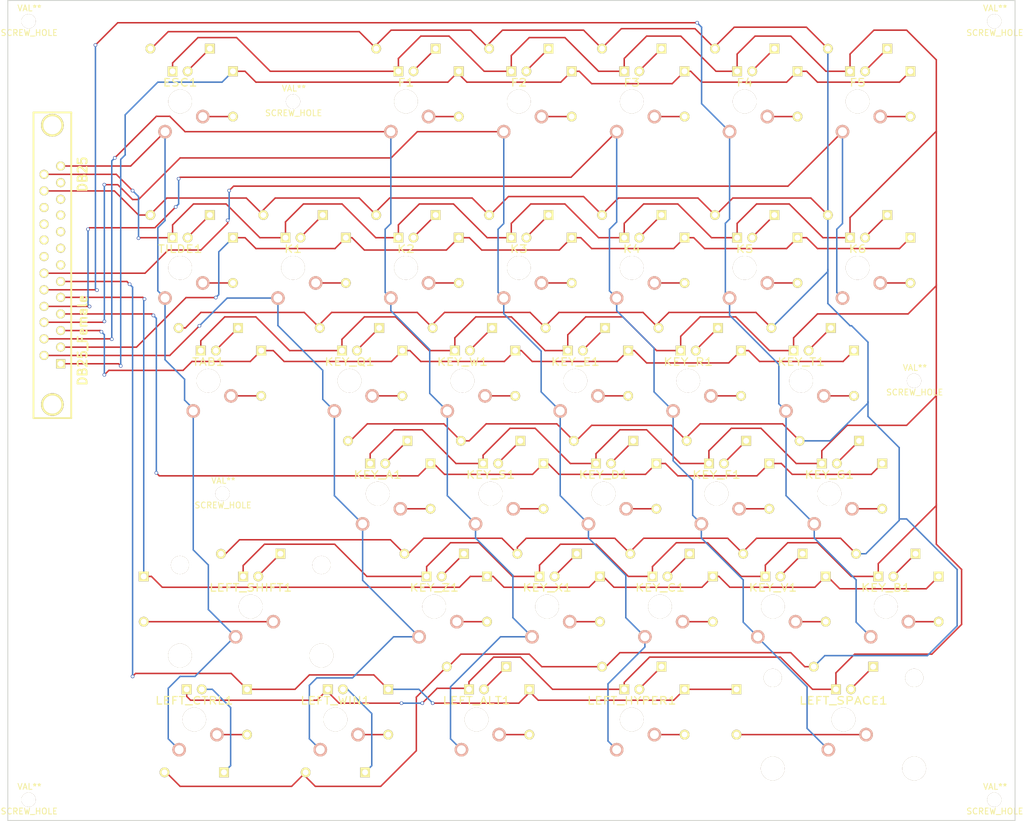
<source format=kicad_pcb>
(kicad_pcb (version 4) (host pcbnew 4.0.7)

  (general
    (links 210)
    (no_connects 0)
    (area -1.385714 -0.075001 171.085715 138.075001)
    (thickness 1.6)
    (drawings 4)
    (tracks 784)
    (zones 0)
    (modules 43)
    (nets 96)
  )

  (page A2)
  (layers
    (0 F.Cu signal)
    (31 B.Cu signal)
    (32 B.Adhes user)
    (33 F.Adhes user)
    (34 B.Paste user)
    (35 F.Paste user)
    (36 B.SilkS user)
    (37 F.SilkS user)
    (38 B.Mask user)
    (39 F.Mask user)
    (40 Dwgs.User user)
    (41 Cmts.User user)
    (42 Eco1.User user)
    (43 Eco2.User user)
    (44 Edge.Cuts user)
    (45 Margin user)
    (46 B.CrtYd user)
    (47 F.CrtYd user)
    (48 B.Fab user)
    (49 F.Fab user)
  )

  (setup
    (last_trace_width 0.25)
    (trace_clearance 0.2)
    (zone_clearance 0.508)
    (zone_45_only no)
    (trace_min 0.2)
    (segment_width 0.2)
    (edge_width 0.15)
    (via_size 0.6)
    (via_drill 0.4)
    (via_min_size 0.4)
    (via_min_drill 0.3)
    (uvia_size 0.3)
    (uvia_drill 0.1)
    (uvias_allowed no)
    (uvia_min_size 0.2)
    (uvia_min_drill 0.1)
    (pcb_text_width 0.3)
    (pcb_text_size 1.5 1.5)
    (mod_edge_width 0.15)
    (mod_text_size 1 1)
    (mod_text_width 0.15)
    (pad_size 1.524 1.524)
    (pad_drill 0.762)
    (pad_to_mask_clearance 0.2)
    (aux_axis_origin 0 0)
    (visible_elements 7FFFFFFF)
    (pcbplotparams
      (layerselection 0x010f0_80000001)
      (usegerberextensions false)
      (excludeedgelayer true)
      (linewidth 0.100000)
      (plotframeref false)
      (viasonmask false)
      (mode 1)
      (useauxorigin false)
      (hpglpennumber 1)
      (hpglpenspeed 20)
      (hpglpendiameter 15)
      (hpglpenoverlay 2)
      (psnegative false)
      (psa4output false)
      (plotreference true)
      (plotvalue true)
      (plotinvisibletext false)
      (padsonsilk false)
      (subtractmaskfromsilk false)
      (outputformat 1)
      (mirror false)
      (drillshape 0)
      (scaleselection 1)
      (outputdirectory Gerber/))
  )

  (net 0 "")
  (net 1 "Net-(DB25-Pad1)")
  (net 2 "Net-(DB25-Pad2)")
  (net 3 "Net-(DB25-Pad3)")
  (net 4 "Net-(DB25-Pad4)")
  (net 5 "Net-(DB25-Pad5)")
  (net 6 "Net-(DB25-Pad6)")
  (net 7 "Net-(DB25-Pad7)")
  (net 8 "Net-(DB25-Pad8)")
  (net 9 "Net-(DB25-Pad9)")
  (net 10 "Net-(DB25-Pad10)")
  (net 11 "Net-(DB25-Pad11)")
  (net 12 "Net-(DB25-Pad12)")
  (net 13 "Net-(DB25-Pad13)")
  (net 14 "Net-(DB25-Pad14)")
  (net 15 "Net-(DB25-Pad15)")
  (net 16 "Net-(DB25-Pad16)")
  (net 17 "Net-(DB25-Pad17)")
  (net 18 "Net-(DB25-Pad18)")
  (net 19 "Net-(DB25-Pad19)")
  (net 20 "Net-(DB25-Pad20)")
  (net 21 "Net-(DB25-Pad21)")
  (net 22 "Net-(DB25-Pad22)")
  (net 23 "Net-(DB25-Pad23)")
  (net 24 "Net-(DB25-Pad24)")
  (net 25 "Net-(DB25-Pad25)")
  (net 26 "Net-(ESC1-Pad2)")
  (net 27 "Net-(ESC1-Pad6)")
  (net 28 "Net-(F1-Pad2)")
  (net 29 "Net-(F1-Pad6)")
  (net 30 "Net-(F2-Pad2)")
  (net 31 "Net-(F2-Pad6)")
  (net 32 "Net-(F3-Pad2)")
  (net 33 "Net-(F3-Pad6)")
  (net 34 "Net-(F4-Pad2)")
  (net 35 "Net-(F4-Pad6)")
  (net 36 "Net-(F5-Pad2)")
  (net 37 "Net-(F5-Pad6)")
  (net 38 "Net-(K1-Pad2)")
  (net 39 "Net-(K1-Pad6)")
  (net 40 "Net-(K2-Pad2)")
  (net 41 "Net-(K2-Pad6)")
  (net 42 "Net-(K3-Pad2)")
  (net 43 "Net-(K3-Pad6)")
  (net 44 "Net-(K4-Pad2)")
  (net 45 "Net-(K4-Pad6)")
  (net 46 "Net-(K5-Pad2)")
  (net 47 "Net-(K5-Pad6)")
  (net 48 "Net-(K6-Pad2)")
  (net 49 "Net-(K6-Pad6)")
  (net 50 "Net-(KEY_A1-Pad2)")
  (net 51 "Net-(KEY_A1-Pad6)")
  (net 52 "Net-(KEY_B1-Pad2)")
  (net 53 "Net-(KEY_B1-Pad6)")
  (net 54 "Net-(KEY_C1-Pad2)")
  (net 55 "Net-(KEY_C1-Pad6)")
  (net 56 "Net-(KEY_D1-Pad2)")
  (net 57 "Net-(KEY_D1-Pad6)")
  (net 58 "Net-(KEY_E1-Pad2)")
  (net 59 "Net-(KEY_E1-Pad6)")
  (net 60 "Net-(KEY_F1-Pad2)")
  (net 61 "Net-(KEY_F1-Pad6)")
  (net 62 "Net-(KEY_G1-Pad2)")
  (net 63 "Net-(KEY_G1-Pad6)")
  (net 64 "Net-(KEY_Q1-Pad2)")
  (net 65 "Net-(KEY_Q1-Pad6)")
  (net 66 "Net-(KEY_R1-Pad2)")
  (net 67 "Net-(KEY_R1-Pad6)")
  (net 68 "Net-(KEY_S1-Pad2)")
  (net 69 "Net-(KEY_S1-Pad6)")
  (net 70 "Net-(KEY_T1-Pad2)")
  (net 71 "Net-(KEY_T1-Pad6)")
  (net 72 "Net-(KEY_V1-Pad2)")
  (net 73 "Net-(KEY_V1-Pad6)")
  (net 74 "Net-(KEY_W1-Pad2)")
  (net 75 "Net-(KEY_W1-Pad6)")
  (net 76 "Net-(KEY_X1-Pad2)")
  (net 77 "Net-(KEY_X1-Pad6)")
  (net 78 "Net-(KEY_Z1-Pad2)")
  (net 79 "Net-(KEY_Z1-Pad6)")
  (net 80 "Net-(LEFT_ALT1-Pad2)")
  (net 81 "Net-(LEFT_ALT1-Pad6)")
  (net 82 "Net-(LEFT_CTRL1-Pad2)")
  (net 83 "Net-(LEFT_CTRL1-Pad6)")
  (net 84 "Net-(LEFT_HYPER1-Pad2)")
  (net 85 "Net-(LEFT_HYPER1-Pad6)")
  (net 86 "Net-(LEFT_SHIFT1-Pad2)")
  (net 87 "Net-(LEFT_SHIFT1-Pad6)")
  (net 88 "Net-(LEFT_SPACE1-Pad2)")
  (net 89 "Net-(LEFT_SPACE1-Pad6)")
  (net 90 "Net-(LEFT_WIN1-Pad2)")
  (net 91 "Net-(LEFT_WIN1-Pad6)")
  (net 92 "Net-(TAB1-Pad2)")
  (net 93 "Net-(TAB1-Pad6)")
  (net 94 "Net-(TILDE1-Pad2)")
  (net 95 "Net-(TILDE1-Pad6)")

  (net_class Default "This is the default net class."
    (clearance 0.2)
    (trace_width 0.25)
    (via_dia 0.6)
    (via_drill 0.4)
    (uvia_dia 0.3)
    (uvia_drill 0.1)
    (add_net "Net-(DB25-Pad1)")
    (add_net "Net-(DB25-Pad10)")
    (add_net "Net-(DB25-Pad11)")
    (add_net "Net-(DB25-Pad12)")
    (add_net "Net-(DB25-Pad13)")
    (add_net "Net-(DB25-Pad14)")
    (add_net "Net-(DB25-Pad15)")
    (add_net "Net-(DB25-Pad16)")
    (add_net "Net-(DB25-Pad17)")
    (add_net "Net-(DB25-Pad18)")
    (add_net "Net-(DB25-Pad19)")
    (add_net "Net-(DB25-Pad2)")
    (add_net "Net-(DB25-Pad20)")
    (add_net "Net-(DB25-Pad21)")
    (add_net "Net-(DB25-Pad22)")
    (add_net "Net-(DB25-Pad23)")
    (add_net "Net-(DB25-Pad24)")
    (add_net "Net-(DB25-Pad25)")
    (add_net "Net-(DB25-Pad3)")
    (add_net "Net-(DB25-Pad4)")
    (add_net "Net-(DB25-Pad5)")
    (add_net "Net-(DB25-Pad6)")
    (add_net "Net-(DB25-Pad7)")
    (add_net "Net-(DB25-Pad8)")
    (add_net "Net-(DB25-Pad9)")
    (add_net "Net-(ESC1-Pad2)")
    (add_net "Net-(ESC1-Pad6)")
    (add_net "Net-(F1-Pad2)")
    (add_net "Net-(F1-Pad6)")
    (add_net "Net-(F2-Pad2)")
    (add_net "Net-(F2-Pad6)")
    (add_net "Net-(F3-Pad2)")
    (add_net "Net-(F3-Pad6)")
    (add_net "Net-(F4-Pad2)")
    (add_net "Net-(F4-Pad6)")
    (add_net "Net-(F5-Pad2)")
    (add_net "Net-(F5-Pad6)")
    (add_net "Net-(K1-Pad2)")
    (add_net "Net-(K1-Pad6)")
    (add_net "Net-(K2-Pad2)")
    (add_net "Net-(K2-Pad6)")
    (add_net "Net-(K3-Pad2)")
    (add_net "Net-(K3-Pad6)")
    (add_net "Net-(K4-Pad2)")
    (add_net "Net-(K4-Pad6)")
    (add_net "Net-(K5-Pad2)")
    (add_net "Net-(K5-Pad6)")
    (add_net "Net-(K6-Pad2)")
    (add_net "Net-(K6-Pad6)")
    (add_net "Net-(KEY_A1-Pad2)")
    (add_net "Net-(KEY_A1-Pad6)")
    (add_net "Net-(KEY_B1-Pad2)")
    (add_net "Net-(KEY_B1-Pad6)")
    (add_net "Net-(KEY_C1-Pad2)")
    (add_net "Net-(KEY_C1-Pad6)")
    (add_net "Net-(KEY_D1-Pad2)")
    (add_net "Net-(KEY_D1-Pad6)")
    (add_net "Net-(KEY_E1-Pad2)")
    (add_net "Net-(KEY_E1-Pad6)")
    (add_net "Net-(KEY_F1-Pad2)")
    (add_net "Net-(KEY_F1-Pad6)")
    (add_net "Net-(KEY_G1-Pad2)")
    (add_net "Net-(KEY_G1-Pad6)")
    (add_net "Net-(KEY_Q1-Pad2)")
    (add_net "Net-(KEY_Q1-Pad6)")
    (add_net "Net-(KEY_R1-Pad2)")
    (add_net "Net-(KEY_R1-Pad6)")
    (add_net "Net-(KEY_S1-Pad2)")
    (add_net "Net-(KEY_S1-Pad6)")
    (add_net "Net-(KEY_T1-Pad2)")
    (add_net "Net-(KEY_T1-Pad6)")
    (add_net "Net-(KEY_V1-Pad2)")
    (add_net "Net-(KEY_V1-Pad6)")
    (add_net "Net-(KEY_W1-Pad2)")
    (add_net "Net-(KEY_W1-Pad6)")
    (add_net "Net-(KEY_X1-Pad2)")
    (add_net "Net-(KEY_X1-Pad6)")
    (add_net "Net-(KEY_Z1-Pad2)")
    (add_net "Net-(KEY_Z1-Pad6)")
    (add_net "Net-(LEFT_ALT1-Pad2)")
    (add_net "Net-(LEFT_ALT1-Pad6)")
    (add_net "Net-(LEFT_CTRL1-Pad2)")
    (add_net "Net-(LEFT_CTRL1-Pad6)")
    (add_net "Net-(LEFT_HYPER1-Pad2)")
    (add_net "Net-(LEFT_HYPER1-Pad6)")
    (add_net "Net-(LEFT_SHIFT1-Pad2)")
    (add_net "Net-(LEFT_SHIFT1-Pad6)")
    (add_net "Net-(LEFT_SPACE1-Pad2)")
    (add_net "Net-(LEFT_SPACE1-Pad6)")
    (add_net "Net-(LEFT_WIN1-Pad2)")
    (add_net "Net-(LEFT_WIN1-Pad6)")
    (add_net "Net-(TAB1-Pad2)")
    (add_net "Net-(TAB1-Pad6)")
    (add_net "Net-(TILDE1-Pad2)")
    (add_net "Net-(TILDE1-Pad6)")
  )

  (module LeftHandV5:DB25FD (layer F.Cu) (tedit 200000) (tstamp 5A5AC99C)
    (at 7.5 44.5 270)
    (descr "Connecteur DB25 femelle droit")
    (tags "CONN DB25")
    (path /5A5AB9B9)
    (fp_text reference DB25 (at -15.24 -5.08 450) (layer F.SilkS)
      (effects (font (thickness 0.3048)))
    )
    (fp_text value DB25_Female (at 12.7 -5.08 450) (layer F.SilkS)
      (effects (font (thickness 0.3048)))
    )
    (fp_line (start -25.654 -3.175) (end -25.654 -3.175) (layer F.SilkS) (width 0.3048))
    (fp_line (start -25.654 -3.175) (end -25.654 3.175) (layer F.SilkS) (width 0.3048))
    (fp_line (start -25.654 3.175) (end 25.781 3.175) (layer F.SilkS) (width 0.3048))
    (fp_line (start 25.781 3.175) (end 25.781 -3.175) (layer F.SilkS) (width 0.3048))
    (fp_line (start 25.781 -3.175) (end -25.527 -3.175) (layer F.SilkS) (width 0.3048))
    (fp_line (start -25.527 -3.175) (end -25.654 -3.175) (layer F.SilkS) (width 0.3048))
    (pad 0 thru_hole circle (at -23.495 0 270) (size 3.81 3.81) (drill 3.048) (layers *.Cu *.Mask F.SilkS))
    (pad 0 thru_hole circle (at 23.495 0 270) (size 3.81 3.81) (drill 3.048) (layers *.Cu *.Mask F.SilkS))
    (pad 1 thru_hole rect (at 16.637 -1.397 270) (size 1.524 1.524) (drill 1.016) (layers *.Cu *.Mask F.SilkS)
      (net 1 "Net-(DB25-Pad1)"))
    (pad 2 thru_hole circle (at 13.843 -1.397 270) (size 1.524 1.524) (drill 1.016) (layers *.Cu *.Mask F.SilkS)
      (net 2 "Net-(DB25-Pad2)"))
    (pad 3 thru_hole circle (at 11.049 -1.397 270) (size 1.524 1.524) (drill 1.016) (layers *.Cu *.Mask F.SilkS)
      (net 3 "Net-(DB25-Pad3)"))
    (pad 4 thru_hole circle (at 8.255 -1.397 270) (size 1.524 1.524) (drill 1.016) (layers *.Cu *.Mask F.SilkS)
      (net 4 "Net-(DB25-Pad4)"))
    (pad 5 thru_hole circle (at 5.461 -1.397 270) (size 1.524 1.524) (drill 1.016) (layers *.Cu *.Mask F.SilkS)
      (net 5 "Net-(DB25-Pad5)"))
    (pad 6 thru_hole circle (at 2.794 -1.397 270) (size 1.524 1.524) (drill 1.016) (layers *.Cu *.Mask F.SilkS)
      (net 6 "Net-(DB25-Pad6)"))
    (pad 7 thru_hole circle (at 0 -1.397 270) (size 1.524 1.524) (drill 1.016) (layers *.Cu *.Mask F.SilkS)
      (net 7 "Net-(DB25-Pad7)"))
    (pad 8 thru_hole circle (at -2.794 -1.397 270) (size 1.524 1.524) (drill 1.016) (layers *.Cu *.Mask F.SilkS)
      (net 8 "Net-(DB25-Pad8)"))
    (pad 9 thru_hole circle (at -5.588 -1.397 270) (size 1.524 1.524) (drill 1.016) (layers *.Cu *.Mask F.SilkS)
      (net 9 "Net-(DB25-Pad9)"))
    (pad 10 thru_hole circle (at -8.382 -1.397 270) (size 1.524 1.524) (drill 1.016) (layers *.Cu *.Mask F.SilkS)
      (net 10 "Net-(DB25-Pad10)"))
    (pad 11 thru_hole circle (at -11.049 -1.397 270) (size 1.524 1.524) (drill 1.016) (layers *.Cu *.Mask F.SilkS)
      (net 11 "Net-(DB25-Pad11)"))
    (pad 12 thru_hole circle (at -13.843 -1.397 270) (size 1.524 1.524) (drill 1.016) (layers *.Cu *.Mask F.SilkS)
      (net 12 "Net-(DB25-Pad12)"))
    (pad 13 thru_hole circle (at -16.637 -1.397 270) (size 1.524 1.524) (drill 1.016) (layers *.Cu *.Mask F.SilkS)
      (net 13 "Net-(DB25-Pad13)"))
    (pad 14 thru_hole circle (at 15.24 1.397 270) (size 1.524 1.524) (drill 1.016) (layers *.Cu *.Mask F.SilkS)
      (net 14 "Net-(DB25-Pad14)"))
    (pad 15 thru_hole circle (at 12.446 1.397 270) (size 1.524 1.524) (drill 1.016) (layers *.Cu *.Mask F.SilkS)
      (net 15 "Net-(DB25-Pad15)"))
    (pad 16 thru_hole circle (at 9.652 1.397 270) (size 1.524 1.524) (drill 1.016) (layers *.Cu *.Mask F.SilkS)
      (net 16 "Net-(DB25-Pad16)"))
    (pad 17 thru_hole circle (at 6.985 1.397 270) (size 1.524 1.524) (drill 1.016) (layers *.Cu *.Mask F.SilkS)
      (net 17 "Net-(DB25-Pad17)"))
    (pad 18 thru_hole circle (at 4.191 1.397 270) (size 1.524 1.524) (drill 1.016) (layers *.Cu *.Mask F.SilkS)
      (net 18 "Net-(DB25-Pad18)"))
    (pad 19 thru_hole circle (at 1.397 1.397 270) (size 1.524 1.524) (drill 1.016) (layers *.Cu *.Mask F.SilkS)
      (net 19 "Net-(DB25-Pad19)"))
    (pad 20 thru_hole circle (at -1.397 1.397 270) (size 1.524 1.524) (drill 1.016) (layers *.Cu *.Mask F.SilkS)
      (net 20 "Net-(DB25-Pad20)"))
    (pad 21 thru_hole circle (at -4.191 1.397 270) (size 1.524 1.524) (drill 1.016) (layers *.Cu *.Mask F.SilkS)
      (net 21 "Net-(DB25-Pad21)"))
    (pad 22 thru_hole circle (at -6.858 1.397 270) (size 1.524 1.524) (drill 1.016) (layers *.Cu *.Mask F.SilkS)
      (net 22 "Net-(DB25-Pad22)"))
    (pad 23 thru_hole circle (at -9.652 1.397 270) (size 1.524 1.524) (drill 1.016) (layers *.Cu *.Mask F.SilkS)
      (net 23 "Net-(DB25-Pad23)"))
    (pad 24 thru_hole circle (at -12.446 1.397 270) (size 1.524 1.524) (drill 1.016) (layers *.Cu *.Mask F.SilkS)
      (net 24 "Net-(DB25-Pad24)"))
    (pad 25 thru_hole circle (at -15.24 1.397 270) (size 1.524 1.524) (drill 1.016) (layers *.Cu *.Mask F.SilkS)
      (net 25 "Net-(DB25-Pad25)"))
    (model conn_DBxx/db25_female.wrl
      (at (xyz 0 0 0))
      (scale (xyz 1 1 1))
      (rotate (xyz 0 0 0))
    )
  )

  (module LeftHandV5:SW_DIODE (layer F.Cu) (tedit 544F28E3) (tstamp 5A5AC9A9)
    (at 29 17 180)
    (path /5A5ABA6B)
    (fp_text reference ESC1 (at 0 3.175 180) (layer F.SilkS)
      (effects (font (size 1.27 1.524) (thickness 0.2032)))
    )
    (fp_text value SW_DIODE (at 0 5.08 180) (layer F.SilkS) hide
      (effects (font (size 1.27 1.524) (thickness 0.2032)))
    )
    (fp_line (start -6.985 -6.985) (end 6.985 -6.985) (layer Eco2.User) (width 0.1524))
    (fp_line (start 6.985 -6.985) (end 6.985 6.985) (layer Eco2.User) (width 0.1524))
    (fp_line (start 6.985 6.985) (end -6.985 6.985) (layer Eco2.User) (width 0.1524))
    (fp_line (start -6.985 6.985) (end -6.985 -6.985) (layer Eco2.User) (width 0.1524))
    (pad 1 thru_hole circle (at 2.54 -5.08 180) (size 2.286 2.286) (drill 1.4986) (layers *.Cu *.SilkS *.Mask)
      (net 13 "Net-(DB25-Pad13)"))
    (pad 2 thru_hole circle (at -3.81 -2.54 180) (size 2.286 2.286) (drill 1.4986) (layers *.Cu *.SilkS *.Mask)
      (net 26 "Net-(ESC1-Pad2)"))
    (pad HOLE thru_hole circle (at 0 0 180) (size 3.9878 3.9878) (drill 3.9878) (layers *.Cu *.Mask F.SilkS))
    (pad 3 thru_hole circle (at -8.89 -2.54 180) (size 1.651 1.651) (drill 0.9906) (layers *.Cu *.Mask F.SilkS)
      (net 26 "Net-(ESC1-Pad2)"))
    (pad 4 thru_hole rect (at -8.89 5.08 180) (size 1.651 1.651) (drill 0.9906) (layers *.Cu *.Mask F.SilkS)
      (net 1 "Net-(DB25-Pad1)"))
    (pad 7 thru_hole circle (at -1.27 5.08 180) (size 1.651 1.651) (drill 0.9906) (layers *.Cu *.Mask F.SilkS)
      (net 27 "Net-(ESC1-Pad6)"))
    (pad 8 thru_hole rect (at 1.27 5.08 180) (size 1.651 1.651) (drill 0.9906) (layers *.Cu *.Mask F.SilkS)
      (net 25 "Net-(DB25-Pad25)"))
    (pad 6 thru_hole rect (at -5 8.89 180) (size 1.651 1.651) (drill 0.9906) (layers *.Cu *.Mask F.SilkS)
      (net 27 "Net-(ESC1-Pad6)"))
    (pad 5 thru_hole circle (at 5 8.89 180) (size 1.651 1.651) (drill 0.9906) (layers *.Cu *.Mask F.SilkS)
      (net 24 "Net-(DB25-Pad24)"))
  )

  (module LeftHandV5:SW_DIODE (layer F.Cu) (tedit 544F28E3) (tstamp 5A5AC9B6)
    (at 67 17 180)
    (path /5A5ABA92)
    (fp_text reference F1 (at 0 3.175 180) (layer F.SilkS)
      (effects (font (size 1.27 1.524) (thickness 0.2032)))
    )
    (fp_text value SW_DIODE (at 0 5.08 180) (layer F.SilkS) hide
      (effects (font (size 1.27 1.524) (thickness 0.2032)))
    )
    (fp_line (start -6.985 -6.985) (end 6.985 -6.985) (layer Eco2.User) (width 0.1524))
    (fp_line (start 6.985 -6.985) (end 6.985 6.985) (layer Eco2.User) (width 0.1524))
    (fp_line (start 6.985 6.985) (end -6.985 6.985) (layer Eco2.User) (width 0.1524))
    (fp_line (start -6.985 6.985) (end -6.985 -6.985) (layer Eco2.User) (width 0.1524))
    (pad 1 thru_hole circle (at 2.54 -5.08 180) (size 2.286 2.286) (drill 1.4986) (layers *.Cu *.SilkS *.Mask)
      (net 15 "Net-(DB25-Pad15)"))
    (pad 2 thru_hole circle (at -3.81 -2.54 180) (size 2.286 2.286) (drill 1.4986) (layers *.Cu *.SilkS *.Mask)
      (net 28 "Net-(F1-Pad2)"))
    (pad HOLE thru_hole circle (at 0 0 180) (size 3.9878 3.9878) (drill 3.9878) (layers *.Cu *.Mask F.SilkS))
    (pad 3 thru_hole circle (at -8.89 -2.54 180) (size 1.651 1.651) (drill 0.9906) (layers *.Cu *.Mask F.SilkS)
      (net 28 "Net-(F1-Pad2)"))
    (pad 4 thru_hole rect (at -8.89 5.08 180) (size 1.651 1.651) (drill 0.9906) (layers *.Cu *.Mask F.SilkS)
      (net 1 "Net-(DB25-Pad1)"))
    (pad 7 thru_hole circle (at -1.27 5.08 180) (size 1.651 1.651) (drill 0.9906) (layers *.Cu *.Mask F.SilkS)
      (net 29 "Net-(F1-Pad6)"))
    (pad 8 thru_hole rect (at 1.27 5.08 180) (size 1.651 1.651) (drill 0.9906) (layers *.Cu *.Mask F.SilkS)
      (net 25 "Net-(DB25-Pad25)"))
    (pad 6 thru_hole rect (at -5 8.89 180) (size 1.651 1.651) (drill 0.9906) (layers *.Cu *.Mask F.SilkS)
      (net 29 "Net-(F1-Pad6)"))
    (pad 5 thru_hole circle (at 5 8.89 180) (size 1.651 1.651) (drill 0.9906) (layers *.Cu *.Mask F.SilkS)
      (net 24 "Net-(DB25-Pad24)"))
  )

  (module LeftHandV5:SW_DIODE (layer F.Cu) (tedit 544F28E3) (tstamp 5A5AC9C3)
    (at 86 17 180)
    (path /5A5ABAF5)
    (fp_text reference F2 (at 0 3.175 180) (layer F.SilkS)
      (effects (font (size 1.27 1.524) (thickness 0.2032)))
    )
    (fp_text value SW_DIODE (at 0 5.08 180) (layer F.SilkS) hide
      (effects (font (size 1.27 1.524) (thickness 0.2032)))
    )
    (fp_line (start -6.985 -6.985) (end 6.985 -6.985) (layer Eco2.User) (width 0.1524))
    (fp_line (start 6.985 -6.985) (end 6.985 6.985) (layer Eco2.User) (width 0.1524))
    (fp_line (start 6.985 6.985) (end -6.985 6.985) (layer Eco2.User) (width 0.1524))
    (fp_line (start -6.985 6.985) (end -6.985 -6.985) (layer Eco2.User) (width 0.1524))
    (pad 1 thru_hole circle (at 2.54 -5.08 180) (size 2.286 2.286) (drill 1.4986) (layers *.Cu *.SilkS *.Mask)
      (net 16 "Net-(DB25-Pad16)"))
    (pad 2 thru_hole circle (at -3.81 -2.54 180) (size 2.286 2.286) (drill 1.4986) (layers *.Cu *.SilkS *.Mask)
      (net 30 "Net-(F2-Pad2)"))
    (pad HOLE thru_hole circle (at 0 0 180) (size 3.9878 3.9878) (drill 3.9878) (layers *.Cu *.Mask F.SilkS))
    (pad 3 thru_hole circle (at -8.89 -2.54 180) (size 1.651 1.651) (drill 0.9906) (layers *.Cu *.Mask F.SilkS)
      (net 30 "Net-(F2-Pad2)"))
    (pad 4 thru_hole rect (at -8.89 5.08 180) (size 1.651 1.651) (drill 0.9906) (layers *.Cu *.Mask F.SilkS)
      (net 1 "Net-(DB25-Pad1)"))
    (pad 7 thru_hole circle (at -1.27 5.08 180) (size 1.651 1.651) (drill 0.9906) (layers *.Cu *.Mask F.SilkS)
      (net 31 "Net-(F2-Pad6)"))
    (pad 8 thru_hole rect (at 1.27 5.08 180) (size 1.651 1.651) (drill 0.9906) (layers *.Cu *.Mask F.SilkS)
      (net 25 "Net-(DB25-Pad25)"))
    (pad 6 thru_hole rect (at -5 8.89 180) (size 1.651 1.651) (drill 0.9906) (layers *.Cu *.Mask F.SilkS)
      (net 31 "Net-(F2-Pad6)"))
    (pad 5 thru_hole circle (at 5 8.89 180) (size 1.651 1.651) (drill 0.9906) (layers *.Cu *.Mask F.SilkS)
      (net 24 "Net-(DB25-Pad24)"))
  )

  (module LeftHandV5:SW_DIODE (layer F.Cu) (tedit 544F28E3) (tstamp 5A5AC9D0)
    (at 105 17 180)
    (path /5A5ABB4A)
    (fp_text reference F3 (at 0 3.175 180) (layer F.SilkS)
      (effects (font (size 1.27 1.524) (thickness 0.2032)))
    )
    (fp_text value SW_DIODE (at 0 5.08 180) (layer F.SilkS) hide
      (effects (font (size 1.27 1.524) (thickness 0.2032)))
    )
    (fp_line (start -6.985 -6.985) (end 6.985 -6.985) (layer Eco2.User) (width 0.1524))
    (fp_line (start 6.985 -6.985) (end 6.985 6.985) (layer Eco2.User) (width 0.1524))
    (fp_line (start 6.985 6.985) (end -6.985 6.985) (layer Eco2.User) (width 0.1524))
    (fp_line (start -6.985 6.985) (end -6.985 -6.985) (layer Eco2.User) (width 0.1524))
    (pad 1 thru_hole circle (at 2.54 -5.08 180) (size 2.286 2.286) (drill 1.4986) (layers *.Cu *.SilkS *.Mask)
      (net 17 "Net-(DB25-Pad17)"))
    (pad 2 thru_hole circle (at -3.81 -2.54 180) (size 2.286 2.286) (drill 1.4986) (layers *.Cu *.SilkS *.Mask)
      (net 32 "Net-(F3-Pad2)"))
    (pad HOLE thru_hole circle (at 0 0 180) (size 3.9878 3.9878) (drill 3.9878) (layers *.Cu *.Mask F.SilkS))
    (pad 3 thru_hole circle (at -8.89 -2.54 180) (size 1.651 1.651) (drill 0.9906) (layers *.Cu *.Mask F.SilkS)
      (net 32 "Net-(F3-Pad2)"))
    (pad 4 thru_hole rect (at -8.89 5.08 180) (size 1.651 1.651) (drill 0.9906) (layers *.Cu *.Mask F.SilkS)
      (net 1 "Net-(DB25-Pad1)"))
    (pad 7 thru_hole circle (at -1.27 5.08 180) (size 1.651 1.651) (drill 0.9906) (layers *.Cu *.Mask F.SilkS)
      (net 33 "Net-(F3-Pad6)"))
    (pad 8 thru_hole rect (at 1.27 5.08 180) (size 1.651 1.651) (drill 0.9906) (layers *.Cu *.Mask F.SilkS)
      (net 25 "Net-(DB25-Pad25)"))
    (pad 6 thru_hole rect (at -5 8.89 180) (size 1.651 1.651) (drill 0.9906) (layers *.Cu *.Mask F.SilkS)
      (net 33 "Net-(F3-Pad6)"))
    (pad 5 thru_hole circle (at 5 8.89 180) (size 1.651 1.651) (drill 0.9906) (layers *.Cu *.Mask F.SilkS)
      (net 24 "Net-(DB25-Pad24)"))
  )

  (module LeftHandV5:SW_DIODE (layer F.Cu) (tedit 544F28E3) (tstamp 5A5AC9DD)
    (at 124 17 180)
    (path /5A5ABB7D)
    (fp_text reference F4 (at 0 3.175 180) (layer F.SilkS)
      (effects (font (size 1.27 1.524) (thickness 0.2032)))
    )
    (fp_text value SW_DIODE (at 0 5.08 180) (layer F.SilkS) hide
      (effects (font (size 1.27 1.524) (thickness 0.2032)))
    )
    (fp_line (start -6.985 -6.985) (end 6.985 -6.985) (layer Eco2.User) (width 0.1524))
    (fp_line (start 6.985 -6.985) (end 6.985 6.985) (layer Eco2.User) (width 0.1524))
    (fp_line (start 6.985 6.985) (end -6.985 6.985) (layer Eco2.User) (width 0.1524))
    (fp_line (start -6.985 6.985) (end -6.985 -6.985) (layer Eco2.User) (width 0.1524))
    (pad 1 thru_hole circle (at 2.54 -5.08 180) (size 2.286 2.286) (drill 1.4986) (layers *.Cu *.SilkS *.Mask)
      (net 18 "Net-(DB25-Pad18)"))
    (pad 2 thru_hole circle (at -3.81 -2.54 180) (size 2.286 2.286) (drill 1.4986) (layers *.Cu *.SilkS *.Mask)
      (net 34 "Net-(F4-Pad2)"))
    (pad HOLE thru_hole circle (at 0 0 180) (size 3.9878 3.9878) (drill 3.9878) (layers *.Cu *.Mask F.SilkS))
    (pad 3 thru_hole circle (at -8.89 -2.54 180) (size 1.651 1.651) (drill 0.9906) (layers *.Cu *.Mask F.SilkS)
      (net 34 "Net-(F4-Pad2)"))
    (pad 4 thru_hole rect (at -8.89 5.08 180) (size 1.651 1.651) (drill 0.9906) (layers *.Cu *.Mask F.SilkS)
      (net 1 "Net-(DB25-Pad1)"))
    (pad 7 thru_hole circle (at -1.27 5.08 180) (size 1.651 1.651) (drill 0.9906) (layers *.Cu *.Mask F.SilkS)
      (net 35 "Net-(F4-Pad6)"))
    (pad 8 thru_hole rect (at 1.27 5.08 180) (size 1.651 1.651) (drill 0.9906) (layers *.Cu *.Mask F.SilkS)
      (net 25 "Net-(DB25-Pad25)"))
    (pad 6 thru_hole rect (at -5 8.89 180) (size 1.651 1.651) (drill 0.9906) (layers *.Cu *.Mask F.SilkS)
      (net 35 "Net-(F4-Pad6)"))
    (pad 5 thru_hole circle (at 5 8.89 180) (size 1.651 1.651) (drill 0.9906) (layers *.Cu *.Mask F.SilkS)
      (net 24 "Net-(DB25-Pad24)"))
  )

  (module LeftHandV5:SW_DIODE (layer F.Cu) (tedit 544F28E3) (tstamp 5A5AC9EA)
    (at 143 17 180)
    (path /5A5ABBA0)
    (fp_text reference F5 (at 0 3.175 180) (layer F.SilkS)
      (effects (font (size 1.27 1.524) (thickness 0.2032)))
    )
    (fp_text value SW_DIODE (at 0 5.08 180) (layer F.SilkS) hide
      (effects (font (size 1.27 1.524) (thickness 0.2032)))
    )
    (fp_line (start -6.985 -6.985) (end 6.985 -6.985) (layer Eco2.User) (width 0.1524))
    (fp_line (start 6.985 -6.985) (end 6.985 6.985) (layer Eco2.User) (width 0.1524))
    (fp_line (start 6.985 6.985) (end -6.985 6.985) (layer Eco2.User) (width 0.1524))
    (fp_line (start -6.985 6.985) (end -6.985 -6.985) (layer Eco2.User) (width 0.1524))
    (pad 1 thru_hole circle (at 2.54 -5.08 180) (size 2.286 2.286) (drill 1.4986) (layers *.Cu *.SilkS *.Mask)
      (net 19 "Net-(DB25-Pad19)"))
    (pad 2 thru_hole circle (at -3.81 -2.54 180) (size 2.286 2.286) (drill 1.4986) (layers *.Cu *.SilkS *.Mask)
      (net 36 "Net-(F5-Pad2)"))
    (pad HOLE thru_hole circle (at 0 0 180) (size 3.9878 3.9878) (drill 3.9878) (layers *.Cu *.Mask F.SilkS))
    (pad 3 thru_hole circle (at -8.89 -2.54 180) (size 1.651 1.651) (drill 0.9906) (layers *.Cu *.Mask F.SilkS)
      (net 36 "Net-(F5-Pad2)"))
    (pad 4 thru_hole rect (at -8.89 5.08 180) (size 1.651 1.651) (drill 0.9906) (layers *.Cu *.Mask F.SilkS)
      (net 1 "Net-(DB25-Pad1)"))
    (pad 7 thru_hole circle (at -1.27 5.08 180) (size 1.651 1.651) (drill 0.9906) (layers *.Cu *.Mask F.SilkS)
      (net 37 "Net-(F5-Pad6)"))
    (pad 8 thru_hole rect (at 1.27 5.08 180) (size 1.651 1.651) (drill 0.9906) (layers *.Cu *.Mask F.SilkS)
      (net 25 "Net-(DB25-Pad25)"))
    (pad 6 thru_hole rect (at -5 8.89 180) (size 1.651 1.651) (drill 0.9906) (layers *.Cu *.Mask F.SilkS)
      (net 37 "Net-(F5-Pad6)"))
    (pad 5 thru_hole circle (at 5 8.89 180) (size 1.651 1.651) (drill 0.9906) (layers *.Cu *.Mask F.SilkS)
      (net 24 "Net-(DB25-Pad24)"))
  )

  (module LeftHandV5:SW_DIODE (layer F.Cu) (tedit 544F28E3) (tstamp 5A5AC9F7)
    (at 48 45 180)
    (path /5A5ABD9D)
    (fp_text reference K1 (at 0 3.175 180) (layer F.SilkS)
      (effects (font (size 1.27 1.524) (thickness 0.2032)))
    )
    (fp_text value SW_DIODE (at 0 5.08 180) (layer F.SilkS) hide
      (effects (font (size 1.27 1.524) (thickness 0.2032)))
    )
    (fp_line (start -6.985 -6.985) (end 6.985 -6.985) (layer Eco2.User) (width 0.1524))
    (fp_line (start 6.985 -6.985) (end 6.985 6.985) (layer Eco2.User) (width 0.1524))
    (fp_line (start 6.985 6.985) (end -6.985 6.985) (layer Eco2.User) (width 0.1524))
    (fp_line (start -6.985 6.985) (end -6.985 -6.985) (layer Eco2.User) (width 0.1524))
    (pad 1 thru_hole circle (at 2.54 -5.08 180) (size 2.286 2.286) (drill 1.4986) (layers *.Cu *.SilkS *.Mask)
      (net 14 "Net-(DB25-Pad14)"))
    (pad 2 thru_hole circle (at -3.81 -2.54 180) (size 2.286 2.286) (drill 1.4986) (layers *.Cu *.SilkS *.Mask)
      (net 38 "Net-(K1-Pad2)"))
    (pad HOLE thru_hole circle (at 0 0 180) (size 3.9878 3.9878) (drill 3.9878) (layers *.Cu *.Mask F.SilkS))
    (pad 3 thru_hole circle (at -8.89 -2.54 180) (size 1.651 1.651) (drill 0.9906) (layers *.Cu *.Mask F.SilkS)
      (net 38 "Net-(K1-Pad2)"))
    (pad 4 thru_hole rect (at -8.89 5.08 180) (size 1.651 1.651) (drill 0.9906) (layers *.Cu *.Mask F.SilkS)
      (net 2 "Net-(DB25-Pad2)"))
    (pad 7 thru_hole circle (at -1.27 5.08 180) (size 1.651 1.651) (drill 0.9906) (layers *.Cu *.Mask F.SilkS)
      (net 39 "Net-(K1-Pad6)"))
    (pad 8 thru_hole rect (at 1.27 5.08 180) (size 1.651 1.651) (drill 0.9906) (layers *.Cu *.Mask F.SilkS)
      (net 25 "Net-(DB25-Pad25)"))
    (pad 6 thru_hole rect (at -5 8.89 180) (size 1.651 1.651) (drill 0.9906) (layers *.Cu *.Mask F.SilkS)
      (net 39 "Net-(K1-Pad6)"))
    (pad 5 thru_hole circle (at 5 8.89 180) (size 1.651 1.651) (drill 0.9906) (layers *.Cu *.Mask F.SilkS)
      (net 24 "Net-(DB25-Pad24)"))
  )

  (module LeftHandV5:SW_DIODE (layer F.Cu) (tedit 544F28E3) (tstamp 5A5ACA04)
    (at 67 45 180)
    (path /5A5ABDC8)
    (fp_text reference K2 (at 0 3.175 180) (layer F.SilkS)
      (effects (font (size 1.27 1.524) (thickness 0.2032)))
    )
    (fp_text value SW_DIODE (at 0 5.08 180) (layer F.SilkS) hide
      (effects (font (size 1.27 1.524) (thickness 0.2032)))
    )
    (fp_line (start -6.985 -6.985) (end 6.985 -6.985) (layer Eco2.User) (width 0.1524))
    (fp_line (start 6.985 -6.985) (end 6.985 6.985) (layer Eco2.User) (width 0.1524))
    (fp_line (start 6.985 6.985) (end -6.985 6.985) (layer Eco2.User) (width 0.1524))
    (fp_line (start -6.985 6.985) (end -6.985 -6.985) (layer Eco2.User) (width 0.1524))
    (pad 1 thru_hole circle (at 2.54 -5.08 180) (size 2.286 2.286) (drill 1.4986) (layers *.Cu *.SilkS *.Mask)
      (net 15 "Net-(DB25-Pad15)"))
    (pad 2 thru_hole circle (at -3.81 -2.54 180) (size 2.286 2.286) (drill 1.4986) (layers *.Cu *.SilkS *.Mask)
      (net 40 "Net-(K2-Pad2)"))
    (pad HOLE thru_hole circle (at 0 0 180) (size 3.9878 3.9878) (drill 3.9878) (layers *.Cu *.Mask F.SilkS))
    (pad 3 thru_hole circle (at -8.89 -2.54 180) (size 1.651 1.651) (drill 0.9906) (layers *.Cu *.Mask F.SilkS)
      (net 40 "Net-(K2-Pad2)"))
    (pad 4 thru_hole rect (at -8.89 5.08 180) (size 1.651 1.651) (drill 0.9906) (layers *.Cu *.Mask F.SilkS)
      (net 2 "Net-(DB25-Pad2)"))
    (pad 7 thru_hole circle (at -1.27 5.08 180) (size 1.651 1.651) (drill 0.9906) (layers *.Cu *.Mask F.SilkS)
      (net 41 "Net-(K2-Pad6)"))
    (pad 8 thru_hole rect (at 1.27 5.08 180) (size 1.651 1.651) (drill 0.9906) (layers *.Cu *.Mask F.SilkS)
      (net 25 "Net-(DB25-Pad25)"))
    (pad 6 thru_hole rect (at -5 8.89 180) (size 1.651 1.651) (drill 0.9906) (layers *.Cu *.Mask F.SilkS)
      (net 41 "Net-(K2-Pad6)"))
    (pad 5 thru_hole circle (at 5 8.89 180) (size 1.651 1.651) (drill 0.9906) (layers *.Cu *.Mask F.SilkS)
      (net 24 "Net-(DB25-Pad24)"))
  )

  (module LeftHandV5:SW_DIODE (layer F.Cu) (tedit 544F28E3) (tstamp 5A5ACA11)
    (at 86 45 180)
    (path /5A5ABDFB)
    (fp_text reference K3 (at 0 3.175 180) (layer F.SilkS)
      (effects (font (size 1.27 1.524) (thickness 0.2032)))
    )
    (fp_text value SW_DIODE (at 0 5.08 180) (layer F.SilkS) hide
      (effects (font (size 1.27 1.524) (thickness 0.2032)))
    )
    (fp_line (start -6.985 -6.985) (end 6.985 -6.985) (layer Eco2.User) (width 0.1524))
    (fp_line (start 6.985 -6.985) (end 6.985 6.985) (layer Eco2.User) (width 0.1524))
    (fp_line (start 6.985 6.985) (end -6.985 6.985) (layer Eco2.User) (width 0.1524))
    (fp_line (start -6.985 6.985) (end -6.985 -6.985) (layer Eco2.User) (width 0.1524))
    (pad 1 thru_hole circle (at 2.54 -5.08 180) (size 2.286 2.286) (drill 1.4986) (layers *.Cu *.SilkS *.Mask)
      (net 16 "Net-(DB25-Pad16)"))
    (pad 2 thru_hole circle (at -3.81 -2.54 180) (size 2.286 2.286) (drill 1.4986) (layers *.Cu *.SilkS *.Mask)
      (net 42 "Net-(K3-Pad2)"))
    (pad HOLE thru_hole circle (at 0 0 180) (size 3.9878 3.9878) (drill 3.9878) (layers *.Cu *.Mask F.SilkS))
    (pad 3 thru_hole circle (at -8.89 -2.54 180) (size 1.651 1.651) (drill 0.9906) (layers *.Cu *.Mask F.SilkS)
      (net 42 "Net-(K3-Pad2)"))
    (pad 4 thru_hole rect (at -8.89 5.08 180) (size 1.651 1.651) (drill 0.9906) (layers *.Cu *.Mask F.SilkS)
      (net 2 "Net-(DB25-Pad2)"))
    (pad 7 thru_hole circle (at -1.27 5.08 180) (size 1.651 1.651) (drill 0.9906) (layers *.Cu *.Mask F.SilkS)
      (net 43 "Net-(K3-Pad6)"))
    (pad 8 thru_hole rect (at 1.27 5.08 180) (size 1.651 1.651) (drill 0.9906) (layers *.Cu *.Mask F.SilkS)
      (net 25 "Net-(DB25-Pad25)"))
    (pad 6 thru_hole rect (at -5 8.89 180) (size 1.651 1.651) (drill 0.9906) (layers *.Cu *.Mask F.SilkS)
      (net 43 "Net-(K3-Pad6)"))
    (pad 5 thru_hole circle (at 5 8.89 180) (size 1.651 1.651) (drill 0.9906) (layers *.Cu *.Mask F.SilkS)
      (net 24 "Net-(DB25-Pad24)"))
  )

  (module LeftHandV5:SW_DIODE (layer F.Cu) (tedit 544F28E3) (tstamp 5A5ACA1E)
    (at 105 45 180)
    (path /5A5ABE26)
    (fp_text reference K4 (at 0 3.175 180) (layer F.SilkS)
      (effects (font (size 1.27 1.524) (thickness 0.2032)))
    )
    (fp_text value SW_DIODE (at 0 5.08 180) (layer F.SilkS) hide
      (effects (font (size 1.27 1.524) (thickness 0.2032)))
    )
    (fp_line (start -6.985 -6.985) (end 6.985 -6.985) (layer Eco2.User) (width 0.1524))
    (fp_line (start 6.985 -6.985) (end 6.985 6.985) (layer Eco2.User) (width 0.1524))
    (fp_line (start 6.985 6.985) (end -6.985 6.985) (layer Eco2.User) (width 0.1524))
    (fp_line (start -6.985 6.985) (end -6.985 -6.985) (layer Eco2.User) (width 0.1524))
    (pad 1 thru_hole circle (at 2.54 -5.08 180) (size 2.286 2.286) (drill 1.4986) (layers *.Cu *.SilkS *.Mask)
      (net 17 "Net-(DB25-Pad17)"))
    (pad 2 thru_hole circle (at -3.81 -2.54 180) (size 2.286 2.286) (drill 1.4986) (layers *.Cu *.SilkS *.Mask)
      (net 44 "Net-(K4-Pad2)"))
    (pad HOLE thru_hole circle (at 0 0 180) (size 3.9878 3.9878) (drill 3.9878) (layers *.Cu *.Mask F.SilkS))
    (pad 3 thru_hole circle (at -8.89 -2.54 180) (size 1.651 1.651) (drill 0.9906) (layers *.Cu *.Mask F.SilkS)
      (net 44 "Net-(K4-Pad2)"))
    (pad 4 thru_hole rect (at -8.89 5.08 180) (size 1.651 1.651) (drill 0.9906) (layers *.Cu *.Mask F.SilkS)
      (net 2 "Net-(DB25-Pad2)"))
    (pad 7 thru_hole circle (at -1.27 5.08 180) (size 1.651 1.651) (drill 0.9906) (layers *.Cu *.Mask F.SilkS)
      (net 45 "Net-(K4-Pad6)"))
    (pad 8 thru_hole rect (at 1.27 5.08 180) (size 1.651 1.651) (drill 0.9906) (layers *.Cu *.Mask F.SilkS)
      (net 25 "Net-(DB25-Pad25)"))
    (pad 6 thru_hole rect (at -5 8.89 180) (size 1.651 1.651) (drill 0.9906) (layers *.Cu *.Mask F.SilkS)
      (net 45 "Net-(K4-Pad6)"))
    (pad 5 thru_hole circle (at 5 8.89 180) (size 1.651 1.651) (drill 0.9906) (layers *.Cu *.Mask F.SilkS)
      (net 24 "Net-(DB25-Pad24)"))
  )

  (module LeftHandV5:SW_DIODE (layer F.Cu) (tedit 544F28E3) (tstamp 5A5ACA2B)
    (at 124 45 180)
    (path /5A5ABE59)
    (fp_text reference K5 (at 0 3.175 180) (layer F.SilkS)
      (effects (font (size 1.27 1.524) (thickness 0.2032)))
    )
    (fp_text value SW_DIODE (at 0 5.08 180) (layer F.SilkS) hide
      (effects (font (size 1.27 1.524) (thickness 0.2032)))
    )
    (fp_line (start -6.985 -6.985) (end 6.985 -6.985) (layer Eco2.User) (width 0.1524))
    (fp_line (start 6.985 -6.985) (end 6.985 6.985) (layer Eco2.User) (width 0.1524))
    (fp_line (start 6.985 6.985) (end -6.985 6.985) (layer Eco2.User) (width 0.1524))
    (fp_line (start -6.985 6.985) (end -6.985 -6.985) (layer Eco2.User) (width 0.1524))
    (pad 1 thru_hole circle (at 2.54 -5.08 180) (size 2.286 2.286) (drill 1.4986) (layers *.Cu *.SilkS *.Mask)
      (net 18 "Net-(DB25-Pad18)"))
    (pad 2 thru_hole circle (at -3.81 -2.54 180) (size 2.286 2.286) (drill 1.4986) (layers *.Cu *.SilkS *.Mask)
      (net 46 "Net-(K5-Pad2)"))
    (pad HOLE thru_hole circle (at 0 0 180) (size 3.9878 3.9878) (drill 3.9878) (layers *.Cu *.Mask F.SilkS))
    (pad 3 thru_hole circle (at -8.89 -2.54 180) (size 1.651 1.651) (drill 0.9906) (layers *.Cu *.Mask F.SilkS)
      (net 46 "Net-(K5-Pad2)"))
    (pad 4 thru_hole rect (at -8.89 5.08 180) (size 1.651 1.651) (drill 0.9906) (layers *.Cu *.Mask F.SilkS)
      (net 2 "Net-(DB25-Pad2)"))
    (pad 7 thru_hole circle (at -1.27 5.08 180) (size 1.651 1.651) (drill 0.9906) (layers *.Cu *.Mask F.SilkS)
      (net 47 "Net-(K5-Pad6)"))
    (pad 8 thru_hole rect (at 1.27 5.08 180) (size 1.651 1.651) (drill 0.9906) (layers *.Cu *.Mask F.SilkS)
      (net 25 "Net-(DB25-Pad25)"))
    (pad 6 thru_hole rect (at -5 8.89 180) (size 1.651 1.651) (drill 0.9906) (layers *.Cu *.Mask F.SilkS)
      (net 47 "Net-(K5-Pad6)"))
    (pad 5 thru_hole circle (at 5 8.89 180) (size 1.651 1.651) (drill 0.9906) (layers *.Cu *.Mask F.SilkS)
      (net 24 "Net-(DB25-Pad24)"))
  )

  (module LeftHandV5:SW_DIODE (layer F.Cu) (tedit 544F28E3) (tstamp 5A5ACA38)
    (at 143 45 180)
    (path /5A5ABE8E)
    (fp_text reference K6 (at 0 3.175 180) (layer F.SilkS)
      (effects (font (size 1.27 1.524) (thickness 0.2032)))
    )
    (fp_text value SW_DIODE (at 0 5.08 180) (layer F.SilkS) hide
      (effects (font (size 1.27 1.524) (thickness 0.2032)))
    )
    (fp_line (start -6.985 -6.985) (end 6.985 -6.985) (layer Eco2.User) (width 0.1524))
    (fp_line (start 6.985 -6.985) (end 6.985 6.985) (layer Eco2.User) (width 0.1524))
    (fp_line (start 6.985 6.985) (end -6.985 6.985) (layer Eco2.User) (width 0.1524))
    (fp_line (start -6.985 6.985) (end -6.985 -6.985) (layer Eco2.User) (width 0.1524))
    (pad 1 thru_hole circle (at 2.54 -5.08 180) (size 2.286 2.286) (drill 1.4986) (layers *.Cu *.SilkS *.Mask)
      (net 19 "Net-(DB25-Pad19)"))
    (pad 2 thru_hole circle (at -3.81 -2.54 180) (size 2.286 2.286) (drill 1.4986) (layers *.Cu *.SilkS *.Mask)
      (net 48 "Net-(K6-Pad2)"))
    (pad HOLE thru_hole circle (at 0 0 180) (size 3.9878 3.9878) (drill 3.9878) (layers *.Cu *.Mask F.SilkS))
    (pad 3 thru_hole circle (at -8.89 -2.54 180) (size 1.651 1.651) (drill 0.9906) (layers *.Cu *.Mask F.SilkS)
      (net 48 "Net-(K6-Pad2)"))
    (pad 4 thru_hole rect (at -8.89 5.08 180) (size 1.651 1.651) (drill 0.9906) (layers *.Cu *.Mask F.SilkS)
      (net 2 "Net-(DB25-Pad2)"))
    (pad 7 thru_hole circle (at -1.27 5.08 180) (size 1.651 1.651) (drill 0.9906) (layers *.Cu *.Mask F.SilkS)
      (net 49 "Net-(K6-Pad6)"))
    (pad 8 thru_hole rect (at 1.27 5.08 180) (size 1.651 1.651) (drill 0.9906) (layers *.Cu *.Mask F.SilkS)
      (net 25 "Net-(DB25-Pad25)"))
    (pad 6 thru_hole rect (at -5 8.89 180) (size 1.651 1.651) (drill 0.9906) (layers *.Cu *.Mask F.SilkS)
      (net 49 "Net-(K6-Pad6)"))
    (pad 5 thru_hole circle (at 5 8.89 180) (size 1.651 1.651) (drill 0.9906) (layers *.Cu *.Mask F.SilkS)
      (net 24 "Net-(DB25-Pad24)"))
  )

  (module LeftHandV5:SW_DIODE (layer F.Cu) (tedit 544F28E3) (tstamp 5A5ACA45)
    (at 62.25 83 180)
    (path /5A5AC05D)
    (fp_text reference KEY_A1 (at 0 3.175 180) (layer F.SilkS)
      (effects (font (size 1.27 1.524) (thickness 0.2032)))
    )
    (fp_text value SW_DIODE (at 0 5.08 180) (layer F.SilkS) hide
      (effects (font (size 1.27 1.524) (thickness 0.2032)))
    )
    (fp_line (start -6.985 -6.985) (end 6.985 -6.985) (layer Eco2.User) (width 0.1524))
    (fp_line (start 6.985 -6.985) (end 6.985 6.985) (layer Eco2.User) (width 0.1524))
    (fp_line (start 6.985 6.985) (end -6.985 6.985) (layer Eco2.User) (width 0.1524))
    (fp_line (start -6.985 6.985) (end -6.985 -6.985) (layer Eco2.User) (width 0.1524))
    (pad 1 thru_hole circle (at 2.54 -5.08 180) (size 2.286 2.286) (drill 1.4986) (layers *.Cu *.SilkS *.Mask)
      (net 14 "Net-(DB25-Pad14)"))
    (pad 2 thru_hole circle (at -3.81 -2.54 180) (size 2.286 2.286) (drill 1.4986) (layers *.Cu *.SilkS *.Mask)
      (net 50 "Net-(KEY_A1-Pad2)"))
    (pad HOLE thru_hole circle (at 0 0 180) (size 3.9878 3.9878) (drill 3.9878) (layers *.Cu *.Mask F.SilkS))
    (pad 3 thru_hole circle (at -8.89 -2.54 180) (size 1.651 1.651) (drill 0.9906) (layers *.Cu *.Mask F.SilkS)
      (net 50 "Net-(KEY_A1-Pad2)"))
    (pad 4 thru_hole rect (at -8.89 5.08 180) (size 1.651 1.651) (drill 0.9906) (layers *.Cu *.Mask F.SilkS)
      (net 4 "Net-(DB25-Pad4)"))
    (pad 7 thru_hole circle (at -1.27 5.08 180) (size 1.651 1.651) (drill 0.9906) (layers *.Cu *.Mask F.SilkS)
      (net 51 "Net-(KEY_A1-Pad6)"))
    (pad 8 thru_hole rect (at 1.27 5.08 180) (size 1.651 1.651) (drill 0.9906) (layers *.Cu *.Mask F.SilkS)
      (net 25 "Net-(DB25-Pad25)"))
    (pad 6 thru_hole rect (at -5 8.89 180) (size 1.651 1.651) (drill 0.9906) (layers *.Cu *.Mask F.SilkS)
      (net 51 "Net-(KEY_A1-Pad6)"))
    (pad 5 thru_hole circle (at 5 8.89 180) (size 1.651 1.651) (drill 0.9906) (layers *.Cu *.Mask F.SilkS)
      (net 24 "Net-(DB25-Pad24)"))
  )

  (module LeftHandV5:SW_DIODE (layer F.Cu) (tedit 544F28E3) (tstamp 5A5ACA52)
    (at 147.75 102 180)
    (path /5A5AC885)
    (fp_text reference KEY_B1 (at 0 3.175 180) (layer F.SilkS)
      (effects (font (size 1.27 1.524) (thickness 0.2032)))
    )
    (fp_text value SW_DIODE (at 0 5.08 180) (layer F.SilkS) hide
      (effects (font (size 1.27 1.524) (thickness 0.2032)))
    )
    (fp_line (start -6.985 -6.985) (end 6.985 -6.985) (layer Eco2.User) (width 0.1524))
    (fp_line (start 6.985 -6.985) (end 6.985 6.985) (layer Eco2.User) (width 0.1524))
    (fp_line (start 6.985 6.985) (end -6.985 6.985) (layer Eco2.User) (width 0.1524))
    (fp_line (start -6.985 6.985) (end -6.985 -6.985) (layer Eco2.User) (width 0.1524))
    (pad 1 thru_hole circle (at 2.54 -5.08 180) (size 2.286 2.286) (drill 1.4986) (layers *.Cu *.SilkS *.Mask)
      (net 18 "Net-(DB25-Pad18)"))
    (pad 2 thru_hole circle (at -3.81 -2.54 180) (size 2.286 2.286) (drill 1.4986) (layers *.Cu *.SilkS *.Mask)
      (net 52 "Net-(KEY_B1-Pad2)"))
    (pad HOLE thru_hole circle (at 0 0 180) (size 3.9878 3.9878) (drill 3.9878) (layers *.Cu *.Mask F.SilkS))
    (pad 3 thru_hole circle (at -8.89 -2.54 180) (size 1.651 1.651) (drill 0.9906) (layers *.Cu *.Mask F.SilkS)
      (net 52 "Net-(KEY_B1-Pad2)"))
    (pad 4 thru_hole rect (at -8.89 5.08 180) (size 1.651 1.651) (drill 0.9906) (layers *.Cu *.Mask F.SilkS)
      (net 5 "Net-(DB25-Pad5)"))
    (pad 7 thru_hole circle (at -1.27 5.08 180) (size 1.651 1.651) (drill 0.9906) (layers *.Cu *.Mask F.SilkS)
      (net 53 "Net-(KEY_B1-Pad6)"))
    (pad 8 thru_hole rect (at 1.27 5.08 180) (size 1.651 1.651) (drill 0.9906) (layers *.Cu *.Mask F.SilkS)
      (net 25 "Net-(DB25-Pad25)"))
    (pad 6 thru_hole rect (at -5 8.89 180) (size 1.651 1.651) (drill 0.9906) (layers *.Cu *.Mask F.SilkS)
      (net 53 "Net-(KEY_B1-Pad6)"))
    (pad 5 thru_hole circle (at 5 8.89 180) (size 1.651 1.651) (drill 0.9906) (layers *.Cu *.Mask F.SilkS)
      (net 24 "Net-(DB25-Pad24)"))
  )

  (module LeftHandV5:SW_DIODE (layer F.Cu) (tedit 544F28E3) (tstamp 5A5ACA5F)
    (at 109.75 102 180)
    (path /5A5AC7D1)
    (fp_text reference KEY_C1 (at 0 3.175 180) (layer F.SilkS)
      (effects (font (size 1.27 1.524) (thickness 0.2032)))
    )
    (fp_text value SW_DIODE (at 0 5.08 180) (layer F.SilkS) hide
      (effects (font (size 1.27 1.524) (thickness 0.2032)))
    )
    (fp_line (start -6.985 -6.985) (end 6.985 -6.985) (layer Eco2.User) (width 0.1524))
    (fp_line (start 6.985 -6.985) (end 6.985 6.985) (layer Eco2.User) (width 0.1524))
    (fp_line (start 6.985 6.985) (end -6.985 6.985) (layer Eco2.User) (width 0.1524))
    (fp_line (start -6.985 6.985) (end -6.985 -6.985) (layer Eco2.User) (width 0.1524))
    (pad 1 thru_hole circle (at 2.54 -5.08 180) (size 2.286 2.286) (drill 1.4986) (layers *.Cu *.SilkS *.Mask)
      (net 16 "Net-(DB25-Pad16)"))
    (pad 2 thru_hole circle (at -3.81 -2.54 180) (size 2.286 2.286) (drill 1.4986) (layers *.Cu *.SilkS *.Mask)
      (net 54 "Net-(KEY_C1-Pad2)"))
    (pad HOLE thru_hole circle (at 0 0 180) (size 3.9878 3.9878) (drill 3.9878) (layers *.Cu *.Mask F.SilkS))
    (pad 3 thru_hole circle (at -8.89 -2.54 180) (size 1.651 1.651) (drill 0.9906) (layers *.Cu *.Mask F.SilkS)
      (net 54 "Net-(KEY_C1-Pad2)"))
    (pad 4 thru_hole rect (at -8.89 5.08 180) (size 1.651 1.651) (drill 0.9906) (layers *.Cu *.Mask F.SilkS)
      (net 5 "Net-(DB25-Pad5)"))
    (pad 7 thru_hole circle (at -1.27 5.08 180) (size 1.651 1.651) (drill 0.9906) (layers *.Cu *.Mask F.SilkS)
      (net 55 "Net-(KEY_C1-Pad6)"))
    (pad 8 thru_hole rect (at 1.27 5.08 180) (size 1.651 1.651) (drill 0.9906) (layers *.Cu *.Mask F.SilkS)
      (net 25 "Net-(DB25-Pad25)"))
    (pad 6 thru_hole rect (at -5 8.89 180) (size 1.651 1.651) (drill 0.9906) (layers *.Cu *.Mask F.SilkS)
      (net 55 "Net-(KEY_C1-Pad6)"))
    (pad 5 thru_hole circle (at 5 8.89 180) (size 1.651 1.651) (drill 0.9906) (layers *.Cu *.Mask F.SilkS)
      (net 24 "Net-(DB25-Pad24)"))
  )

  (module LeftHandV5:SW_DIODE (layer F.Cu) (tedit 544F28E3) (tstamp 5A5ACA6C)
    (at 100.25 83 180)
    (path /5A5AC101)
    (fp_text reference KEY_D1 (at 0 3.175 180) (layer F.SilkS)
      (effects (font (size 1.27 1.524) (thickness 0.2032)))
    )
    (fp_text value SW_DIODE (at 0 5.08 180) (layer F.SilkS) hide
      (effects (font (size 1.27 1.524) (thickness 0.2032)))
    )
    (fp_line (start -6.985 -6.985) (end 6.985 -6.985) (layer Eco2.User) (width 0.1524))
    (fp_line (start 6.985 -6.985) (end 6.985 6.985) (layer Eco2.User) (width 0.1524))
    (fp_line (start 6.985 6.985) (end -6.985 6.985) (layer Eco2.User) (width 0.1524))
    (fp_line (start -6.985 6.985) (end -6.985 -6.985) (layer Eco2.User) (width 0.1524))
    (pad 1 thru_hole circle (at 2.54 -5.08 180) (size 2.286 2.286) (drill 1.4986) (layers *.Cu *.SilkS *.Mask)
      (net 16 "Net-(DB25-Pad16)"))
    (pad 2 thru_hole circle (at -3.81 -2.54 180) (size 2.286 2.286) (drill 1.4986) (layers *.Cu *.SilkS *.Mask)
      (net 56 "Net-(KEY_D1-Pad2)"))
    (pad HOLE thru_hole circle (at 0 0 180) (size 3.9878 3.9878) (drill 3.9878) (layers *.Cu *.Mask F.SilkS))
    (pad 3 thru_hole circle (at -8.89 -2.54 180) (size 1.651 1.651) (drill 0.9906) (layers *.Cu *.Mask F.SilkS)
      (net 56 "Net-(KEY_D1-Pad2)"))
    (pad 4 thru_hole rect (at -8.89 5.08 180) (size 1.651 1.651) (drill 0.9906) (layers *.Cu *.Mask F.SilkS)
      (net 4 "Net-(DB25-Pad4)"))
    (pad 7 thru_hole circle (at -1.27 5.08 180) (size 1.651 1.651) (drill 0.9906) (layers *.Cu *.Mask F.SilkS)
      (net 57 "Net-(KEY_D1-Pad6)"))
    (pad 8 thru_hole rect (at 1.27 5.08 180) (size 1.651 1.651) (drill 0.9906) (layers *.Cu *.Mask F.SilkS)
      (net 25 "Net-(DB25-Pad25)"))
    (pad 6 thru_hole rect (at -5 8.89 180) (size 1.651 1.651) (drill 0.9906) (layers *.Cu *.Mask F.SilkS)
      (net 57 "Net-(KEY_D1-Pad6)"))
    (pad 5 thru_hole circle (at 5 8.89 180) (size 1.651 1.651) (drill 0.9906) (layers *.Cu *.Mask F.SilkS)
      (net 24 "Net-(DB25-Pad24)"))
  )

  (module LeftHandV5:SW_DIODE (layer F.Cu) (tedit 544F28E3) (tstamp 5A5ACA79)
    (at 95.5 64 180)
    (path /5A5ABF96)
    (fp_text reference KEY_E1 (at 0 3.175 180) (layer F.SilkS)
      (effects (font (size 1.27 1.524) (thickness 0.2032)))
    )
    (fp_text value SW_DIODE (at 0 5.08 180) (layer F.SilkS) hide
      (effects (font (size 1.27 1.524) (thickness 0.2032)))
    )
    (fp_line (start -6.985 -6.985) (end 6.985 -6.985) (layer Eco2.User) (width 0.1524))
    (fp_line (start 6.985 -6.985) (end 6.985 6.985) (layer Eco2.User) (width 0.1524))
    (fp_line (start 6.985 6.985) (end -6.985 6.985) (layer Eco2.User) (width 0.1524))
    (fp_line (start -6.985 6.985) (end -6.985 -6.985) (layer Eco2.User) (width 0.1524))
    (pad 1 thru_hole circle (at 2.54 -5.08 180) (size 2.286 2.286) (drill 1.4986) (layers *.Cu *.SilkS *.Mask)
      (net 16 "Net-(DB25-Pad16)"))
    (pad 2 thru_hole circle (at -3.81 -2.54 180) (size 2.286 2.286) (drill 1.4986) (layers *.Cu *.SilkS *.Mask)
      (net 58 "Net-(KEY_E1-Pad2)"))
    (pad HOLE thru_hole circle (at 0 0 180) (size 3.9878 3.9878) (drill 3.9878) (layers *.Cu *.Mask F.SilkS))
    (pad 3 thru_hole circle (at -8.89 -2.54 180) (size 1.651 1.651) (drill 0.9906) (layers *.Cu *.Mask F.SilkS)
      (net 58 "Net-(KEY_E1-Pad2)"))
    (pad 4 thru_hole rect (at -8.89 5.08 180) (size 1.651 1.651) (drill 0.9906) (layers *.Cu *.Mask F.SilkS)
      (net 3 "Net-(DB25-Pad3)"))
    (pad 7 thru_hole circle (at -1.27 5.08 180) (size 1.651 1.651) (drill 0.9906) (layers *.Cu *.Mask F.SilkS)
      (net 59 "Net-(KEY_E1-Pad6)"))
    (pad 8 thru_hole rect (at 1.27 5.08 180) (size 1.651 1.651) (drill 0.9906) (layers *.Cu *.Mask F.SilkS)
      (net 25 "Net-(DB25-Pad25)"))
    (pad 6 thru_hole rect (at -5 8.89 180) (size 1.651 1.651) (drill 0.9906) (layers *.Cu *.Mask F.SilkS)
      (net 59 "Net-(KEY_E1-Pad6)"))
    (pad 5 thru_hole circle (at 5 8.89 180) (size 1.651 1.651) (drill 0.9906) (layers *.Cu *.Mask F.SilkS)
      (net 24 "Net-(DB25-Pad24)"))
  )

  (module LeftHandV5:SW_DIODE (layer F.Cu) (tedit 544F28E3) (tstamp 5A5ACA86)
    (at 119.25 83 180)
    (path /5A5AC16A)
    (fp_text reference KEY_F1 (at 0 3.175 180) (layer F.SilkS)
      (effects (font (size 1.27 1.524) (thickness 0.2032)))
    )
    (fp_text value SW_DIODE (at 0 5.08 180) (layer F.SilkS) hide
      (effects (font (size 1.27 1.524) (thickness 0.2032)))
    )
    (fp_line (start -6.985 -6.985) (end 6.985 -6.985) (layer Eco2.User) (width 0.1524))
    (fp_line (start 6.985 -6.985) (end 6.985 6.985) (layer Eco2.User) (width 0.1524))
    (fp_line (start 6.985 6.985) (end -6.985 6.985) (layer Eco2.User) (width 0.1524))
    (fp_line (start -6.985 6.985) (end -6.985 -6.985) (layer Eco2.User) (width 0.1524))
    (pad 1 thru_hole circle (at 2.54 -5.08 180) (size 2.286 2.286) (drill 1.4986) (layers *.Cu *.SilkS *.Mask)
      (net 17 "Net-(DB25-Pad17)"))
    (pad 2 thru_hole circle (at -3.81 -2.54 180) (size 2.286 2.286) (drill 1.4986) (layers *.Cu *.SilkS *.Mask)
      (net 60 "Net-(KEY_F1-Pad2)"))
    (pad HOLE thru_hole circle (at 0 0 180) (size 3.9878 3.9878) (drill 3.9878) (layers *.Cu *.Mask F.SilkS))
    (pad 3 thru_hole circle (at -8.89 -2.54 180) (size 1.651 1.651) (drill 0.9906) (layers *.Cu *.Mask F.SilkS)
      (net 60 "Net-(KEY_F1-Pad2)"))
    (pad 4 thru_hole rect (at -8.89 5.08 180) (size 1.651 1.651) (drill 0.9906) (layers *.Cu *.Mask F.SilkS)
      (net 4 "Net-(DB25-Pad4)"))
    (pad 7 thru_hole circle (at -1.27 5.08 180) (size 1.651 1.651) (drill 0.9906) (layers *.Cu *.Mask F.SilkS)
      (net 61 "Net-(KEY_F1-Pad6)"))
    (pad 8 thru_hole rect (at 1.27 5.08 180) (size 1.651 1.651) (drill 0.9906) (layers *.Cu *.Mask F.SilkS)
      (net 25 "Net-(DB25-Pad25)"))
    (pad 6 thru_hole rect (at -5 8.89 180) (size 1.651 1.651) (drill 0.9906) (layers *.Cu *.Mask F.SilkS)
      (net 61 "Net-(KEY_F1-Pad6)"))
    (pad 5 thru_hole circle (at 5 8.89 180) (size 1.651 1.651) (drill 0.9906) (layers *.Cu *.Mask F.SilkS)
      (net 24 "Net-(DB25-Pad24)"))
  )

  (module LeftHandV5:SW_DIODE (layer F.Cu) (tedit 544F28E3) (tstamp 5A5ACA93)
    (at 138.25 83 180)
    (path /5A5AC1B1)
    (fp_text reference KEY_G1 (at 0 3.175 180) (layer F.SilkS)
      (effects (font (size 1.27 1.524) (thickness 0.2032)))
    )
    (fp_text value SW_DIODE (at 0 5.08 180) (layer F.SilkS) hide
      (effects (font (size 1.27 1.524) (thickness 0.2032)))
    )
    (fp_line (start -6.985 -6.985) (end 6.985 -6.985) (layer Eco2.User) (width 0.1524))
    (fp_line (start 6.985 -6.985) (end 6.985 6.985) (layer Eco2.User) (width 0.1524))
    (fp_line (start 6.985 6.985) (end -6.985 6.985) (layer Eco2.User) (width 0.1524))
    (fp_line (start -6.985 6.985) (end -6.985 -6.985) (layer Eco2.User) (width 0.1524))
    (pad 1 thru_hole circle (at 2.54 -5.08 180) (size 2.286 2.286) (drill 1.4986) (layers *.Cu *.SilkS *.Mask)
      (net 18 "Net-(DB25-Pad18)"))
    (pad 2 thru_hole circle (at -3.81 -2.54 180) (size 2.286 2.286) (drill 1.4986) (layers *.Cu *.SilkS *.Mask)
      (net 62 "Net-(KEY_G1-Pad2)"))
    (pad HOLE thru_hole circle (at 0 0 180) (size 3.9878 3.9878) (drill 3.9878) (layers *.Cu *.Mask F.SilkS))
    (pad 3 thru_hole circle (at -8.89 -2.54 180) (size 1.651 1.651) (drill 0.9906) (layers *.Cu *.Mask F.SilkS)
      (net 62 "Net-(KEY_G1-Pad2)"))
    (pad 4 thru_hole rect (at -8.89 5.08 180) (size 1.651 1.651) (drill 0.9906) (layers *.Cu *.Mask F.SilkS)
      (net 4 "Net-(DB25-Pad4)"))
    (pad 7 thru_hole circle (at -1.27 5.08 180) (size 1.651 1.651) (drill 0.9906) (layers *.Cu *.Mask F.SilkS)
      (net 63 "Net-(KEY_G1-Pad6)"))
    (pad 8 thru_hole rect (at 1.27 5.08 180) (size 1.651 1.651) (drill 0.9906) (layers *.Cu *.Mask F.SilkS)
      (net 25 "Net-(DB25-Pad25)"))
    (pad 6 thru_hole rect (at -5 8.89 180) (size 1.651 1.651) (drill 0.9906) (layers *.Cu *.Mask F.SilkS)
      (net 63 "Net-(KEY_G1-Pad6)"))
    (pad 5 thru_hole circle (at 5 8.89 180) (size 1.651 1.651) (drill 0.9906) (layers *.Cu *.Mask F.SilkS)
      (net 24 "Net-(DB25-Pad24)"))
  )

  (module LeftHandV5:SW_DIODE (layer F.Cu) (tedit 544F28E3) (tstamp 5A5ACAA0)
    (at 57.5 64 180)
    (path /5A5ABF1E)
    (fp_text reference KEY_Q1 (at 0 3.175 180) (layer F.SilkS)
      (effects (font (size 1.27 1.524) (thickness 0.2032)))
    )
    (fp_text value SW_DIODE (at 0 5.08 180) (layer F.SilkS) hide
      (effects (font (size 1.27 1.524) (thickness 0.2032)))
    )
    (fp_line (start -6.985 -6.985) (end 6.985 -6.985) (layer Eco2.User) (width 0.1524))
    (fp_line (start 6.985 -6.985) (end 6.985 6.985) (layer Eco2.User) (width 0.1524))
    (fp_line (start 6.985 6.985) (end -6.985 6.985) (layer Eco2.User) (width 0.1524))
    (fp_line (start -6.985 6.985) (end -6.985 -6.985) (layer Eco2.User) (width 0.1524))
    (pad 1 thru_hole circle (at 2.54 -5.08 180) (size 2.286 2.286) (drill 1.4986) (layers *.Cu *.SilkS *.Mask)
      (net 14 "Net-(DB25-Pad14)"))
    (pad 2 thru_hole circle (at -3.81 -2.54 180) (size 2.286 2.286) (drill 1.4986) (layers *.Cu *.SilkS *.Mask)
      (net 64 "Net-(KEY_Q1-Pad2)"))
    (pad HOLE thru_hole circle (at 0 0 180) (size 3.9878 3.9878) (drill 3.9878) (layers *.Cu *.Mask F.SilkS))
    (pad 3 thru_hole circle (at -8.89 -2.54 180) (size 1.651 1.651) (drill 0.9906) (layers *.Cu *.Mask F.SilkS)
      (net 64 "Net-(KEY_Q1-Pad2)"))
    (pad 4 thru_hole rect (at -8.89 5.08 180) (size 1.651 1.651) (drill 0.9906) (layers *.Cu *.Mask F.SilkS)
      (net 3 "Net-(DB25-Pad3)"))
    (pad 7 thru_hole circle (at -1.27 5.08 180) (size 1.651 1.651) (drill 0.9906) (layers *.Cu *.Mask F.SilkS)
      (net 65 "Net-(KEY_Q1-Pad6)"))
    (pad 8 thru_hole rect (at 1.27 5.08 180) (size 1.651 1.651) (drill 0.9906) (layers *.Cu *.Mask F.SilkS)
      (net 25 "Net-(DB25-Pad25)"))
    (pad 6 thru_hole rect (at -5 8.89 180) (size 1.651 1.651) (drill 0.9906) (layers *.Cu *.Mask F.SilkS)
      (net 65 "Net-(KEY_Q1-Pad6)"))
    (pad 5 thru_hole circle (at 5 8.89 180) (size 1.651 1.651) (drill 0.9906) (layers *.Cu *.Mask F.SilkS)
      (net 24 "Net-(DB25-Pad24)"))
  )

  (module LeftHandV5:SW_DIODE (layer F.Cu) (tedit 544F28E3) (tstamp 5A5ACAAD)
    (at 114.5 64 180)
    (path /5A5ABFD1)
    (fp_text reference KEY_R1 (at 0 3.175 180) (layer F.SilkS)
      (effects (font (size 1.27 1.524) (thickness 0.2032)))
    )
    (fp_text value SW_DIODE (at 0 5.08 180) (layer F.SilkS) hide
      (effects (font (size 1.27 1.524) (thickness 0.2032)))
    )
    (fp_line (start -6.985 -6.985) (end 6.985 -6.985) (layer Eco2.User) (width 0.1524))
    (fp_line (start 6.985 -6.985) (end 6.985 6.985) (layer Eco2.User) (width 0.1524))
    (fp_line (start 6.985 6.985) (end -6.985 6.985) (layer Eco2.User) (width 0.1524))
    (fp_line (start -6.985 6.985) (end -6.985 -6.985) (layer Eco2.User) (width 0.1524))
    (pad 1 thru_hole circle (at 2.54 -5.08 180) (size 2.286 2.286) (drill 1.4986) (layers *.Cu *.SilkS *.Mask)
      (net 17 "Net-(DB25-Pad17)"))
    (pad 2 thru_hole circle (at -3.81 -2.54 180) (size 2.286 2.286) (drill 1.4986) (layers *.Cu *.SilkS *.Mask)
      (net 66 "Net-(KEY_R1-Pad2)"))
    (pad HOLE thru_hole circle (at 0 0 180) (size 3.9878 3.9878) (drill 3.9878) (layers *.Cu *.Mask F.SilkS))
    (pad 3 thru_hole circle (at -8.89 -2.54 180) (size 1.651 1.651) (drill 0.9906) (layers *.Cu *.Mask F.SilkS)
      (net 66 "Net-(KEY_R1-Pad2)"))
    (pad 4 thru_hole rect (at -8.89 5.08 180) (size 1.651 1.651) (drill 0.9906) (layers *.Cu *.Mask F.SilkS)
      (net 3 "Net-(DB25-Pad3)"))
    (pad 7 thru_hole circle (at -1.27 5.08 180) (size 1.651 1.651) (drill 0.9906) (layers *.Cu *.Mask F.SilkS)
      (net 67 "Net-(KEY_R1-Pad6)"))
    (pad 8 thru_hole rect (at 1.27 5.08 180) (size 1.651 1.651) (drill 0.9906) (layers *.Cu *.Mask F.SilkS)
      (net 25 "Net-(DB25-Pad25)"))
    (pad 6 thru_hole rect (at -5 8.89 180) (size 1.651 1.651) (drill 0.9906) (layers *.Cu *.Mask F.SilkS)
      (net 67 "Net-(KEY_R1-Pad6)"))
    (pad 5 thru_hole circle (at 5 8.89 180) (size 1.651 1.651) (drill 0.9906) (layers *.Cu *.Mask F.SilkS)
      (net 24 "Net-(DB25-Pad24)"))
  )

  (module LeftHandV5:SW_DIODE (layer F.Cu) (tedit 544F28E3) (tstamp 5A5ACABA)
    (at 81.25 83 180)
    (path /5A5AC0B0)
    (fp_text reference KEY_S1 (at 0 3.175 180) (layer F.SilkS)
      (effects (font (size 1.27 1.524) (thickness 0.2032)))
    )
    (fp_text value SW_DIODE (at 0 5.08 180) (layer F.SilkS) hide
      (effects (font (size 1.27 1.524) (thickness 0.2032)))
    )
    (fp_line (start -6.985 -6.985) (end 6.985 -6.985) (layer Eco2.User) (width 0.1524))
    (fp_line (start 6.985 -6.985) (end 6.985 6.985) (layer Eco2.User) (width 0.1524))
    (fp_line (start 6.985 6.985) (end -6.985 6.985) (layer Eco2.User) (width 0.1524))
    (fp_line (start -6.985 6.985) (end -6.985 -6.985) (layer Eco2.User) (width 0.1524))
    (pad 1 thru_hole circle (at 2.54 -5.08 180) (size 2.286 2.286) (drill 1.4986) (layers *.Cu *.SilkS *.Mask)
      (net 15 "Net-(DB25-Pad15)"))
    (pad 2 thru_hole circle (at -3.81 -2.54 180) (size 2.286 2.286) (drill 1.4986) (layers *.Cu *.SilkS *.Mask)
      (net 68 "Net-(KEY_S1-Pad2)"))
    (pad HOLE thru_hole circle (at 0 0 180) (size 3.9878 3.9878) (drill 3.9878) (layers *.Cu *.Mask F.SilkS))
    (pad 3 thru_hole circle (at -8.89 -2.54 180) (size 1.651 1.651) (drill 0.9906) (layers *.Cu *.Mask F.SilkS)
      (net 68 "Net-(KEY_S1-Pad2)"))
    (pad 4 thru_hole rect (at -8.89 5.08 180) (size 1.651 1.651) (drill 0.9906) (layers *.Cu *.Mask F.SilkS)
      (net 4 "Net-(DB25-Pad4)"))
    (pad 7 thru_hole circle (at -1.27 5.08 180) (size 1.651 1.651) (drill 0.9906) (layers *.Cu *.Mask F.SilkS)
      (net 69 "Net-(KEY_S1-Pad6)"))
    (pad 8 thru_hole rect (at 1.27 5.08 180) (size 1.651 1.651) (drill 0.9906) (layers *.Cu *.Mask F.SilkS)
      (net 25 "Net-(DB25-Pad25)"))
    (pad 6 thru_hole rect (at -5 8.89 180) (size 1.651 1.651) (drill 0.9906) (layers *.Cu *.Mask F.SilkS)
      (net 69 "Net-(KEY_S1-Pad6)"))
    (pad 5 thru_hole circle (at 5 8.89 180) (size 1.651 1.651) (drill 0.9906) (layers *.Cu *.Mask F.SilkS)
      (net 24 "Net-(DB25-Pad24)"))
  )

  (module LeftHandV5:SW_DIODE (layer F.Cu) (tedit 544F28E3) (tstamp 5A5ACAC7)
    (at 133.5 64 180)
    (path /5A5AC020)
    (fp_text reference KEY_T1 (at 0 3.175 180) (layer F.SilkS)
      (effects (font (size 1.27 1.524) (thickness 0.2032)))
    )
    (fp_text value SW_DIODE (at 0 5.08 180) (layer F.SilkS) hide
      (effects (font (size 1.27 1.524) (thickness 0.2032)))
    )
    (fp_line (start -6.985 -6.985) (end 6.985 -6.985) (layer Eco2.User) (width 0.1524))
    (fp_line (start 6.985 -6.985) (end 6.985 6.985) (layer Eco2.User) (width 0.1524))
    (fp_line (start 6.985 6.985) (end -6.985 6.985) (layer Eco2.User) (width 0.1524))
    (fp_line (start -6.985 6.985) (end -6.985 -6.985) (layer Eco2.User) (width 0.1524))
    (pad 1 thru_hole circle (at 2.54 -5.08 180) (size 2.286 2.286) (drill 1.4986) (layers *.Cu *.SilkS *.Mask)
      (net 18 "Net-(DB25-Pad18)"))
    (pad 2 thru_hole circle (at -3.81 -2.54 180) (size 2.286 2.286) (drill 1.4986) (layers *.Cu *.SilkS *.Mask)
      (net 70 "Net-(KEY_T1-Pad2)"))
    (pad HOLE thru_hole circle (at 0 0 180) (size 3.9878 3.9878) (drill 3.9878) (layers *.Cu *.Mask F.SilkS))
    (pad 3 thru_hole circle (at -8.89 -2.54 180) (size 1.651 1.651) (drill 0.9906) (layers *.Cu *.Mask F.SilkS)
      (net 70 "Net-(KEY_T1-Pad2)"))
    (pad 4 thru_hole rect (at -8.89 5.08 180) (size 1.651 1.651) (drill 0.9906) (layers *.Cu *.Mask F.SilkS)
      (net 3 "Net-(DB25-Pad3)"))
    (pad 7 thru_hole circle (at -1.27 5.08 180) (size 1.651 1.651) (drill 0.9906) (layers *.Cu *.Mask F.SilkS)
      (net 71 "Net-(KEY_T1-Pad6)"))
    (pad 8 thru_hole rect (at 1.27 5.08 180) (size 1.651 1.651) (drill 0.9906) (layers *.Cu *.Mask F.SilkS)
      (net 25 "Net-(DB25-Pad25)"))
    (pad 6 thru_hole rect (at -5 8.89 180) (size 1.651 1.651) (drill 0.9906) (layers *.Cu *.Mask F.SilkS)
      (net 71 "Net-(KEY_T1-Pad6)"))
    (pad 5 thru_hole circle (at 5 8.89 180) (size 1.651 1.651) (drill 0.9906) (layers *.Cu *.Mask F.SilkS)
      (net 24 "Net-(DB25-Pad24)"))
  )

  (module LeftHandV5:SW_DIODE (layer F.Cu) (tedit 544F28E3) (tstamp 5A5ACAD4)
    (at 128.75 102 180)
    (path /5A5AC832)
    (fp_text reference KEY_V1 (at 0 3.175 180) (layer F.SilkS)
      (effects (font (size 1.27 1.524) (thickness 0.2032)))
    )
    (fp_text value SW_DIODE (at 0 5.08 180) (layer F.SilkS) hide
      (effects (font (size 1.27 1.524) (thickness 0.2032)))
    )
    (fp_line (start -6.985 -6.985) (end 6.985 -6.985) (layer Eco2.User) (width 0.1524))
    (fp_line (start 6.985 -6.985) (end 6.985 6.985) (layer Eco2.User) (width 0.1524))
    (fp_line (start 6.985 6.985) (end -6.985 6.985) (layer Eco2.User) (width 0.1524))
    (fp_line (start -6.985 6.985) (end -6.985 -6.985) (layer Eco2.User) (width 0.1524))
    (pad 1 thru_hole circle (at 2.54 -5.08 180) (size 2.286 2.286) (drill 1.4986) (layers *.Cu *.SilkS *.Mask)
      (net 17 "Net-(DB25-Pad17)"))
    (pad 2 thru_hole circle (at -3.81 -2.54 180) (size 2.286 2.286) (drill 1.4986) (layers *.Cu *.SilkS *.Mask)
      (net 72 "Net-(KEY_V1-Pad2)"))
    (pad HOLE thru_hole circle (at 0 0 180) (size 3.9878 3.9878) (drill 3.9878) (layers *.Cu *.Mask F.SilkS))
    (pad 3 thru_hole circle (at -8.89 -2.54 180) (size 1.651 1.651) (drill 0.9906) (layers *.Cu *.Mask F.SilkS)
      (net 72 "Net-(KEY_V1-Pad2)"))
    (pad 4 thru_hole rect (at -8.89 5.08 180) (size 1.651 1.651) (drill 0.9906) (layers *.Cu *.Mask F.SilkS)
      (net 5 "Net-(DB25-Pad5)"))
    (pad 7 thru_hole circle (at -1.27 5.08 180) (size 1.651 1.651) (drill 0.9906) (layers *.Cu *.Mask F.SilkS)
      (net 73 "Net-(KEY_V1-Pad6)"))
    (pad 8 thru_hole rect (at 1.27 5.08 180) (size 1.651 1.651) (drill 0.9906) (layers *.Cu *.Mask F.SilkS)
      (net 25 "Net-(DB25-Pad25)"))
    (pad 6 thru_hole rect (at -5 8.89 180) (size 1.651 1.651) (drill 0.9906) (layers *.Cu *.Mask F.SilkS)
      (net 73 "Net-(KEY_V1-Pad6)"))
    (pad 5 thru_hole circle (at 5 8.89 180) (size 1.651 1.651) (drill 0.9906) (layers *.Cu *.Mask F.SilkS)
      (net 24 "Net-(DB25-Pad24)"))
  )

  (module LeftHandV5:SW_DIODE (layer F.Cu) (tedit 544F28E3) (tstamp 5A5ACAE1)
    (at 76.5 64 180)
    (path /5A5ABF5B)
    (fp_text reference KEY_W1 (at 0 3.175 180) (layer F.SilkS)
      (effects (font (size 1.27 1.524) (thickness 0.2032)))
    )
    (fp_text value SW_DIODE (at 0 5.08 180) (layer F.SilkS) hide
      (effects (font (size 1.27 1.524) (thickness 0.2032)))
    )
    (fp_line (start -6.985 -6.985) (end 6.985 -6.985) (layer Eco2.User) (width 0.1524))
    (fp_line (start 6.985 -6.985) (end 6.985 6.985) (layer Eco2.User) (width 0.1524))
    (fp_line (start 6.985 6.985) (end -6.985 6.985) (layer Eco2.User) (width 0.1524))
    (fp_line (start -6.985 6.985) (end -6.985 -6.985) (layer Eco2.User) (width 0.1524))
    (pad 1 thru_hole circle (at 2.54 -5.08 180) (size 2.286 2.286) (drill 1.4986) (layers *.Cu *.SilkS *.Mask)
      (net 15 "Net-(DB25-Pad15)"))
    (pad 2 thru_hole circle (at -3.81 -2.54 180) (size 2.286 2.286) (drill 1.4986) (layers *.Cu *.SilkS *.Mask)
      (net 74 "Net-(KEY_W1-Pad2)"))
    (pad HOLE thru_hole circle (at 0 0 180) (size 3.9878 3.9878) (drill 3.9878) (layers *.Cu *.Mask F.SilkS))
    (pad 3 thru_hole circle (at -8.89 -2.54 180) (size 1.651 1.651) (drill 0.9906) (layers *.Cu *.Mask F.SilkS)
      (net 74 "Net-(KEY_W1-Pad2)"))
    (pad 4 thru_hole rect (at -8.89 5.08 180) (size 1.651 1.651) (drill 0.9906) (layers *.Cu *.Mask F.SilkS)
      (net 3 "Net-(DB25-Pad3)"))
    (pad 7 thru_hole circle (at -1.27 5.08 180) (size 1.651 1.651) (drill 0.9906) (layers *.Cu *.Mask F.SilkS)
      (net 75 "Net-(KEY_W1-Pad6)"))
    (pad 8 thru_hole rect (at 1.27 5.08 180) (size 1.651 1.651) (drill 0.9906) (layers *.Cu *.Mask F.SilkS)
      (net 25 "Net-(DB25-Pad25)"))
    (pad 6 thru_hole rect (at -5 8.89 180) (size 1.651 1.651) (drill 0.9906) (layers *.Cu *.Mask F.SilkS)
      (net 75 "Net-(KEY_W1-Pad6)"))
    (pad 5 thru_hole circle (at 5 8.89 180) (size 1.651 1.651) (drill 0.9906) (layers *.Cu *.Mask F.SilkS)
      (net 24 "Net-(DB25-Pad24)"))
  )

  (module LeftHandV5:SW_DIODE (layer F.Cu) (tedit 544F28E3) (tstamp 5A5ACAEE)
    (at 90.75 102 180)
    (path /5A5AC77E)
    (fp_text reference KEY_X1 (at 0 3.175 180) (layer F.SilkS)
      (effects (font (size 1.27 1.524) (thickness 0.2032)))
    )
    (fp_text value SW_DIODE (at 0 5.08 180) (layer F.SilkS) hide
      (effects (font (size 1.27 1.524) (thickness 0.2032)))
    )
    (fp_line (start -6.985 -6.985) (end 6.985 -6.985) (layer Eco2.User) (width 0.1524))
    (fp_line (start 6.985 -6.985) (end 6.985 6.985) (layer Eco2.User) (width 0.1524))
    (fp_line (start 6.985 6.985) (end -6.985 6.985) (layer Eco2.User) (width 0.1524))
    (fp_line (start -6.985 6.985) (end -6.985 -6.985) (layer Eco2.User) (width 0.1524))
    (pad 1 thru_hole circle (at 2.54 -5.08 180) (size 2.286 2.286) (drill 1.4986) (layers *.Cu *.SilkS *.Mask)
      (net 15 "Net-(DB25-Pad15)"))
    (pad 2 thru_hole circle (at -3.81 -2.54 180) (size 2.286 2.286) (drill 1.4986) (layers *.Cu *.SilkS *.Mask)
      (net 76 "Net-(KEY_X1-Pad2)"))
    (pad HOLE thru_hole circle (at 0 0 180) (size 3.9878 3.9878) (drill 3.9878) (layers *.Cu *.Mask F.SilkS))
    (pad 3 thru_hole circle (at -8.89 -2.54 180) (size 1.651 1.651) (drill 0.9906) (layers *.Cu *.Mask F.SilkS)
      (net 76 "Net-(KEY_X1-Pad2)"))
    (pad 4 thru_hole rect (at -8.89 5.08 180) (size 1.651 1.651) (drill 0.9906) (layers *.Cu *.Mask F.SilkS)
      (net 5 "Net-(DB25-Pad5)"))
    (pad 7 thru_hole circle (at -1.27 5.08 180) (size 1.651 1.651) (drill 0.9906) (layers *.Cu *.Mask F.SilkS)
      (net 77 "Net-(KEY_X1-Pad6)"))
    (pad 8 thru_hole rect (at 1.27 5.08 180) (size 1.651 1.651) (drill 0.9906) (layers *.Cu *.Mask F.SilkS)
      (net 25 "Net-(DB25-Pad25)"))
    (pad 6 thru_hole rect (at -5 8.89 180) (size 1.651 1.651) (drill 0.9906) (layers *.Cu *.Mask F.SilkS)
      (net 77 "Net-(KEY_X1-Pad6)"))
    (pad 5 thru_hole circle (at 5 8.89 180) (size 1.651 1.651) (drill 0.9906) (layers *.Cu *.Mask F.SilkS)
      (net 24 "Net-(DB25-Pad24)"))
  )

  (module LeftHandV5:SW_DIODE (layer F.Cu) (tedit 544F28E3) (tstamp 5A5ACAFB)
    (at 71.75 102 180)
    (path /5A5AC6DA)
    (fp_text reference KEY_Z1 (at 0 3.175 180) (layer F.SilkS)
      (effects (font (size 1.27 1.524) (thickness 0.2032)))
    )
    (fp_text value SW_DIODE (at 0 5.08 180) (layer F.SilkS) hide
      (effects (font (size 1.27 1.524) (thickness 0.2032)))
    )
    (fp_line (start -6.985 -6.985) (end 6.985 -6.985) (layer Eco2.User) (width 0.1524))
    (fp_line (start 6.985 -6.985) (end 6.985 6.985) (layer Eco2.User) (width 0.1524))
    (fp_line (start 6.985 6.985) (end -6.985 6.985) (layer Eco2.User) (width 0.1524))
    (fp_line (start -6.985 6.985) (end -6.985 -6.985) (layer Eco2.User) (width 0.1524))
    (pad 1 thru_hole circle (at 2.54 -5.08 180) (size 2.286 2.286) (drill 1.4986) (layers *.Cu *.SilkS *.Mask)
      (net 14 "Net-(DB25-Pad14)"))
    (pad 2 thru_hole circle (at -3.81 -2.54 180) (size 2.286 2.286) (drill 1.4986) (layers *.Cu *.SilkS *.Mask)
      (net 78 "Net-(KEY_Z1-Pad2)"))
    (pad HOLE thru_hole circle (at 0 0 180) (size 3.9878 3.9878) (drill 3.9878) (layers *.Cu *.Mask F.SilkS))
    (pad 3 thru_hole circle (at -8.89 -2.54 180) (size 1.651 1.651) (drill 0.9906) (layers *.Cu *.Mask F.SilkS)
      (net 78 "Net-(KEY_Z1-Pad2)"))
    (pad 4 thru_hole rect (at -8.89 5.08 180) (size 1.651 1.651) (drill 0.9906) (layers *.Cu *.Mask F.SilkS)
      (net 5 "Net-(DB25-Pad5)"))
    (pad 7 thru_hole circle (at -1.27 5.08 180) (size 1.651 1.651) (drill 0.9906) (layers *.Cu *.Mask F.SilkS)
      (net 79 "Net-(KEY_Z1-Pad6)"))
    (pad 8 thru_hole rect (at 1.27 5.08 180) (size 1.651 1.651) (drill 0.9906) (layers *.Cu *.Mask F.SilkS)
      (net 25 "Net-(DB25-Pad25)"))
    (pad 6 thru_hole rect (at -5 8.89 180) (size 1.651 1.651) (drill 0.9906) (layers *.Cu *.Mask F.SilkS)
      (net 79 "Net-(KEY_Z1-Pad6)"))
    (pad 5 thru_hole circle (at 5 8.89 180) (size 1.651 1.651) (drill 0.9906) (layers *.Cu *.Mask F.SilkS)
      (net 24 "Net-(DB25-Pad24)"))
  )

  (module LeftHandV5:SW_DIODE (layer F.Cu) (tedit 544F28E3) (tstamp 5A5ACB08)
    (at 78.875 121 180)
    (path /5A5AC9A4)
    (fp_text reference LEFT_ALT1 (at 0 3.175 180) (layer F.SilkS)
      (effects (font (size 1.27 1.524) (thickness 0.2032)))
    )
    (fp_text value SW_DIODE (at 0 5.08 180) (layer F.SilkS) hide
      (effects (font (size 1.27 1.524) (thickness 0.2032)))
    )
    (fp_line (start -6.985 -6.985) (end 6.985 -6.985) (layer Eco2.User) (width 0.1524))
    (fp_line (start 6.985 -6.985) (end 6.985 6.985) (layer Eco2.User) (width 0.1524))
    (fp_line (start 6.985 6.985) (end -6.985 6.985) (layer Eco2.User) (width 0.1524))
    (fp_line (start -6.985 6.985) (end -6.985 -6.985) (layer Eco2.User) (width 0.1524))
    (pad 1 thru_hole circle (at 2.54 -5.08 180) (size 2.286 2.286) (drill 1.4986) (layers *.Cu *.SilkS *.Mask)
      (net 15 "Net-(DB25-Pad15)"))
    (pad 2 thru_hole circle (at -3.81 -2.54 180) (size 2.286 2.286) (drill 1.4986) (layers *.Cu *.SilkS *.Mask)
      (net 80 "Net-(LEFT_ALT1-Pad2)"))
    (pad HOLE thru_hole circle (at 0 0 180) (size 3.9878 3.9878) (drill 3.9878) (layers *.Cu *.Mask F.SilkS))
    (pad 3 thru_hole circle (at -8.89 -2.54 180) (size 1.651 1.651) (drill 0.9906) (layers *.Cu *.Mask F.SilkS)
      (net 80 "Net-(LEFT_ALT1-Pad2)"))
    (pad 4 thru_hole rect (at -8.89 5.08 180) (size 1.651 1.651) (drill 0.9906) (layers *.Cu *.Mask F.SilkS)
      (net 6 "Net-(DB25-Pad6)"))
    (pad 7 thru_hole circle (at -1.27 5.08 180) (size 1.651 1.651) (drill 0.9906) (layers *.Cu *.Mask F.SilkS)
      (net 81 "Net-(LEFT_ALT1-Pad6)"))
    (pad 8 thru_hole rect (at 1.27 5.08 180) (size 1.651 1.651) (drill 0.9906) (layers *.Cu *.Mask F.SilkS)
      (net 25 "Net-(DB25-Pad25)"))
    (pad 6 thru_hole rect (at -5 8.89 180) (size 1.651 1.651) (drill 0.9906) (layers *.Cu *.Mask F.SilkS)
      (net 81 "Net-(LEFT_ALT1-Pad6)"))
    (pad 5 thru_hole circle (at 5 8.89 180) (size 1.651 1.651) (drill 0.9906) (layers *.Cu *.Mask F.SilkS)
      (net 24 "Net-(DB25-Pad24)"))
  )

  (module LeftHandV5:SW_DIODE_RTOP (layer F.Cu) (tedit 5A2F71CE) (tstamp 5A5ACB15)
    (at 31.375 121 180)
    (path /5A5AC8E0)
    (fp_text reference LEFT_CTRL1 (at 0 3.175 180) (layer F.SilkS)
      (effects (font (size 1.27 1.524) (thickness 0.2032)))
    )
    (fp_text value SW_DIODE (at 0 5.08 180) (layer F.SilkS) hide
      (effects (font (size 1.27 1.524) (thickness 0.2032)))
    )
    (fp_line (start -6.985 -6.985) (end 6.985 -6.985) (layer Eco2.User) (width 0.1524))
    (fp_line (start 6.985 -6.985) (end 6.985 6.985) (layer Eco2.User) (width 0.1524))
    (fp_line (start 6.985 6.985) (end -6.985 6.985) (layer Eco2.User) (width 0.1524))
    (fp_line (start -6.985 6.985) (end -6.985 -6.985) (layer Eco2.User) (width 0.1524))
    (pad 1 thru_hole circle (at 2.54 -5.08 180) (size 2.286 2.286) (drill 1.4986) (layers *.Cu *.SilkS *.Mask)
      (net 13 "Net-(DB25-Pad13)"))
    (pad 2 thru_hole circle (at -3.81 -2.54 180) (size 2.286 2.286) (drill 1.4986) (layers *.Cu *.SilkS *.Mask)
      (net 82 "Net-(LEFT_CTRL1-Pad2)"))
    (pad HOLE thru_hole circle (at 0 0 180) (size 3.9878 3.9878) (drill 3.9878) (layers *.Cu *.Mask F.SilkS))
    (pad 3 thru_hole circle (at -8.89 -2.54 180) (size 1.651 1.651) (drill 0.9906) (layers *.Cu *.Mask F.SilkS)
      (net 82 "Net-(LEFT_CTRL1-Pad2)"))
    (pad 4 thru_hole rect (at -8.89 5.08 180) (size 1.651 1.651) (drill 0.9906) (layers *.Cu *.Mask F.SilkS)
      (net 6 "Net-(DB25-Pad6)"))
    (pad 7 thru_hole circle (at -1.27 5.08 180) (size 1.651 1.651) (drill 0.9906) (layers *.Cu *.Mask F.SilkS)
      (net 83 "Net-(LEFT_CTRL1-Pad6)"))
    (pad 8 thru_hole rect (at 1.27 5.08 180) (size 1.651 1.651) (drill 0.9906) (layers *.Cu *.Mask F.SilkS)
      (net 25 "Net-(DB25-Pad25)"))
    (pad 6 thru_hole rect (at -5 -8.89 180) (size 1.651 1.651) (drill 0.9906) (layers *.Cu *.Mask F.SilkS)
      (net 83 "Net-(LEFT_CTRL1-Pad6)"))
    (pad 5 thru_hole circle (at 5 -8.89 180) (size 1.651 1.651) (drill 0.9906) (layers *.Cu *.Mask F.SilkS)
      (net 24 "Net-(DB25-Pad24)"))
  )

  (module LeftHandV5:SW_DIODE (layer F.Cu) (tedit 544F28E3) (tstamp 5A5ACB22)
    (at 105 121 180)
    (path /5A5AC9FF)
    (fp_text reference LEFT_HYPER1 (at 0 3.175 180) (layer F.SilkS)
      (effects (font (size 1.27 1.524) (thickness 0.2032)))
    )
    (fp_text value SW_DIODE (at 0 5.08 180) (layer F.SilkS) hide
      (effects (font (size 1.27 1.524) (thickness 0.2032)))
    )
    (fp_line (start -6.985 -6.985) (end 6.985 -6.985) (layer Eco2.User) (width 0.1524))
    (fp_line (start 6.985 -6.985) (end 6.985 6.985) (layer Eco2.User) (width 0.1524))
    (fp_line (start 6.985 6.985) (end -6.985 6.985) (layer Eco2.User) (width 0.1524))
    (fp_line (start -6.985 6.985) (end -6.985 -6.985) (layer Eco2.User) (width 0.1524))
    (pad 1 thru_hole circle (at 2.54 -5.08 180) (size 2.286 2.286) (drill 1.4986) (layers *.Cu *.SilkS *.Mask)
      (net 16 "Net-(DB25-Pad16)"))
    (pad 2 thru_hole circle (at -3.81 -2.54 180) (size 2.286 2.286) (drill 1.4986) (layers *.Cu *.SilkS *.Mask)
      (net 84 "Net-(LEFT_HYPER1-Pad2)"))
    (pad HOLE thru_hole circle (at 0 0 180) (size 3.9878 3.9878) (drill 3.9878) (layers *.Cu *.Mask F.SilkS))
    (pad 3 thru_hole circle (at -8.89 -2.54 180) (size 1.651 1.651) (drill 0.9906) (layers *.Cu *.Mask F.SilkS)
      (net 84 "Net-(LEFT_HYPER1-Pad2)"))
    (pad 4 thru_hole rect (at -8.89 5.08 180) (size 1.651 1.651) (drill 0.9906) (layers *.Cu *.Mask F.SilkS)
      (net 6 "Net-(DB25-Pad6)"))
    (pad 7 thru_hole circle (at -1.27 5.08 180) (size 1.651 1.651) (drill 0.9906) (layers *.Cu *.Mask F.SilkS)
      (net 85 "Net-(LEFT_HYPER1-Pad6)"))
    (pad 8 thru_hole rect (at 1.27 5.08 180) (size 1.651 1.651) (drill 0.9906) (layers *.Cu *.Mask F.SilkS)
      (net 25 "Net-(DB25-Pad25)"))
    (pad 6 thru_hole rect (at -5 8.89 180) (size 1.651 1.651) (drill 0.9906) (layers *.Cu *.Mask F.SilkS)
      (net 85 "Net-(LEFT_HYPER1-Pad6)"))
    (pad 5 thru_hole circle (at 5 8.89 180) (size 1.651 1.651) (drill 0.9906) (layers *.Cu *.Mask F.SilkS)
      (net 24 "Net-(DB25-Pad24)"))
  )

  (module LeftHandV5:SW2_DIODE_L (layer F.Cu) (tedit 5A2F703B) (tstamp 5A5ACB33)
    (at 40.875 102 180)
    (path /5A5AC72F)
    (fp_text reference LEFT_SHIFT1 (at 0 3.175 180) (layer F.SilkS)
      (effects (font (size 1.27 1.524) (thickness 0.2032)))
    )
    (fp_text value SW_DIODE (at 0 5.08 180) (layer F.SilkS) hide
      (effects (font (size 1.27 1.524) (thickness 0.2032)))
    )
    (fp_line (start -6.985 -6.985) (end 6.985 -6.985) (layer Eco2.User) (width 0.1524))
    (fp_line (start 6.985 -6.985) (end 6.985 6.985) (layer Eco2.User) (width 0.1524))
    (fp_line (start 6.985 6.985) (end -6.985 6.985) (layer Eco2.User) (width 0.1524))
    (fp_line (start -6.985 6.985) (end -6.985 -6.985) (layer Eco2.User) (width 0.1524))
    (pad 1 thru_hole circle (at 2.54 -5.08 180) (size 2.286 2.286) (drill 1.4986) (layers *.Cu *.SilkS *.Mask)
      (net 13 "Net-(DB25-Pad13)"))
    (pad 2 thru_hole circle (at -3.81 -2.54 180) (size 2.286 2.286) (drill 1.4986) (layers *.Cu *.SilkS *.Mask)
      (net 86 "Net-(LEFT_SHIFT1-Pad2)"))
    (pad HOLE thru_hole circle (at 0 0 180) (size 3.9878 3.9878) (drill 3.9878) (layers *.Cu *.Mask F.SilkS))
    (pad 3 thru_hole circle (at 18 -2.54 180) (size 1.651 1.651) (drill 0.9906) (layers *.Cu *.Mask F.SilkS)
      (net 86 "Net-(LEFT_SHIFT1-Pad2)"))
    (pad 4 thru_hole rect (at 18 5.08 180) (size 1.651 1.651) (drill 0.9906) (layers *.Cu *.Mask F.SilkS)
      (net 5 "Net-(DB25-Pad5)"))
    (pad 7 thru_hole circle (at -1.27 5.08 180) (size 1.651 1.651) (drill 0.9906) (layers *.Cu *.Mask F.SilkS)
      (net 87 "Net-(LEFT_SHIFT1-Pad6)"))
    (pad 8 thru_hole rect (at 1.27 5.08 180) (size 1.651 1.651) (drill 0.9906) (layers *.Cu *.Mask F.SilkS)
      (net 25 "Net-(DB25-Pad25)"))
    (pad 6 thru_hole rect (at -5 8.89 180) (size 1.651 1.651) (drill 0.9906) (layers *.Cu *.Mask F.SilkS)
      (net 87 "Net-(LEFT_SHIFT1-Pad6)"))
    (pad 5 thru_hole circle (at 5 8.89 180) (size 1.651 1.651) (drill 0.9906) (layers *.Cu *.Mask F.SilkS)
      (net 24 "Net-(DB25-Pad24)"))
    (pad HOLE thru_hole circle (at -11.9 -8.24 180) (size 4 4) (drill 4) (layers *.Cu *.Mask F.SilkS))
    (pad HOLE thru_hole circle (at -11.9 7 180) (size 3.05 3.05) (drill 3.05) (layers *.Cu *.Mask F.SilkS))
    (pad HOLE thru_hole circle (at 11.9 -8.24 180) (size 4 4) (drill 4) (layers *.Cu *.Mask F.SilkS))
    (pad HOLE thru_hole circle (at 11.9 7 180) (size 3.05 3.05) (drill 3.05) (layers *.Cu *.Mask F.SilkS))
  )

  (module LeftHandV5:SW2_DIODE_L (layer F.Cu) (tedit 5A2F703B) (tstamp 5A5ACB44)
    (at 140.625 121 180)
    (path /5A5ACA64)
    (fp_text reference LEFT_SPACE1 (at 0 3.175 180) (layer F.SilkS)
      (effects (font (size 1.27 1.524) (thickness 0.2032)))
    )
    (fp_text value SW_DIODE (at 0 5.08 180) (layer F.SilkS) hide
      (effects (font (size 1.27 1.524) (thickness 0.2032)))
    )
    (fp_line (start -6.985 -6.985) (end 6.985 -6.985) (layer Eco2.User) (width 0.1524))
    (fp_line (start 6.985 -6.985) (end 6.985 6.985) (layer Eco2.User) (width 0.1524))
    (fp_line (start 6.985 6.985) (end -6.985 6.985) (layer Eco2.User) (width 0.1524))
    (fp_line (start -6.985 6.985) (end -6.985 -6.985) (layer Eco2.User) (width 0.1524))
    (pad 1 thru_hole circle (at 2.54 -5.08 180) (size 2.286 2.286) (drill 1.4986) (layers *.Cu *.SilkS *.Mask)
      (net 17 "Net-(DB25-Pad17)"))
    (pad 2 thru_hole circle (at -3.81 -2.54 180) (size 2.286 2.286) (drill 1.4986) (layers *.Cu *.SilkS *.Mask)
      (net 88 "Net-(LEFT_SPACE1-Pad2)"))
    (pad HOLE thru_hole circle (at 0 0 180) (size 3.9878 3.9878) (drill 3.9878) (layers *.Cu *.Mask F.SilkS))
    (pad 3 thru_hole circle (at 18 -2.54 180) (size 1.651 1.651) (drill 0.9906) (layers *.Cu *.Mask F.SilkS)
      (net 88 "Net-(LEFT_SPACE1-Pad2)"))
    (pad 4 thru_hole rect (at 18 5.08 180) (size 1.651 1.651) (drill 0.9906) (layers *.Cu *.Mask F.SilkS)
      (net 6 "Net-(DB25-Pad6)"))
    (pad 7 thru_hole circle (at -1.27 5.08 180) (size 1.651 1.651) (drill 0.9906) (layers *.Cu *.Mask F.SilkS)
      (net 89 "Net-(LEFT_SPACE1-Pad6)"))
    (pad 8 thru_hole rect (at 1.27 5.08 180) (size 1.651 1.651) (drill 0.9906) (layers *.Cu *.Mask F.SilkS)
      (net 25 "Net-(DB25-Pad25)"))
    (pad 6 thru_hole rect (at -5 8.89 180) (size 1.651 1.651) (drill 0.9906) (layers *.Cu *.Mask F.SilkS)
      (net 89 "Net-(LEFT_SPACE1-Pad6)"))
    (pad 5 thru_hole circle (at 5 8.89 180) (size 1.651 1.651) (drill 0.9906) (layers *.Cu *.Mask F.SilkS)
      (net 24 "Net-(DB25-Pad24)"))
    (pad HOLE thru_hole circle (at -11.9 -8.24 180) (size 4 4) (drill 4) (layers *.Cu *.Mask F.SilkS))
    (pad HOLE thru_hole circle (at -11.9 7 180) (size 3.05 3.05) (drill 3.05) (layers *.Cu *.Mask F.SilkS))
    (pad HOLE thru_hole circle (at 11.9 -8.24 180) (size 4 4) (drill 4) (layers *.Cu *.Mask F.SilkS))
    (pad HOLE thru_hole circle (at 11.9 7 180) (size 3.05 3.05) (drill 3.05) (layers *.Cu *.Mask F.SilkS))
  )

  (module LeftHandV5:SW_DIODE_RTOP (layer F.Cu) (tedit 5A2F71CE) (tstamp 5A5ACB51)
    (at 55.125 121 180)
    (path /5A5AC949)
    (fp_text reference LEFT_WIN1 (at 0 3.175 180) (layer F.SilkS)
      (effects (font (size 1.27 1.524) (thickness 0.2032)))
    )
    (fp_text value SW_DIODE (at 0 5.08 180) (layer F.SilkS) hide
      (effects (font (size 1.27 1.524) (thickness 0.2032)))
    )
    (fp_line (start -6.985 -6.985) (end 6.985 -6.985) (layer Eco2.User) (width 0.1524))
    (fp_line (start 6.985 -6.985) (end 6.985 6.985) (layer Eco2.User) (width 0.1524))
    (fp_line (start 6.985 6.985) (end -6.985 6.985) (layer Eco2.User) (width 0.1524))
    (fp_line (start -6.985 6.985) (end -6.985 -6.985) (layer Eco2.User) (width 0.1524))
    (pad 1 thru_hole circle (at 2.54 -5.08 180) (size 2.286 2.286) (drill 1.4986) (layers *.Cu *.SilkS *.Mask)
      (net 14 "Net-(DB25-Pad14)"))
    (pad 2 thru_hole circle (at -3.81 -2.54 180) (size 2.286 2.286) (drill 1.4986) (layers *.Cu *.SilkS *.Mask)
      (net 90 "Net-(LEFT_WIN1-Pad2)"))
    (pad HOLE thru_hole circle (at 0 0 180) (size 3.9878 3.9878) (drill 3.9878) (layers *.Cu *.Mask F.SilkS))
    (pad 3 thru_hole circle (at -8.89 -2.54 180) (size 1.651 1.651) (drill 0.9906) (layers *.Cu *.Mask F.SilkS)
      (net 90 "Net-(LEFT_WIN1-Pad2)"))
    (pad 4 thru_hole rect (at -8.89 5.08 180) (size 1.651 1.651) (drill 0.9906) (layers *.Cu *.Mask F.SilkS)
      (net 6 "Net-(DB25-Pad6)"))
    (pad 7 thru_hole circle (at -1.27 5.08 180) (size 1.651 1.651) (drill 0.9906) (layers *.Cu *.Mask F.SilkS)
      (net 91 "Net-(LEFT_WIN1-Pad6)"))
    (pad 8 thru_hole rect (at 1.27 5.08 180) (size 1.651 1.651) (drill 0.9906) (layers *.Cu *.Mask F.SilkS)
      (net 25 "Net-(DB25-Pad25)"))
    (pad 6 thru_hole rect (at -5 -8.89 180) (size 1.651 1.651) (drill 0.9906) (layers *.Cu *.Mask F.SilkS)
      (net 91 "Net-(LEFT_WIN1-Pad6)"))
    (pad 5 thru_hole circle (at 5 -8.89 180) (size 1.651 1.651) (drill 0.9906) (layers *.Cu *.Mask F.SilkS)
      (net 24 "Net-(DB25-Pad24)"))
  )

  (module LeftHandV5:SW_DIODE (layer F.Cu) (tedit 544F28E3) (tstamp 5A5ACB5E)
    (at 33.75 64 180)
    (path /5A5ABEE9)
    (fp_text reference TAB1 (at 0 3.175 180) (layer F.SilkS)
      (effects (font (size 1.27 1.524) (thickness 0.2032)))
    )
    (fp_text value SW_DIODE (at 0 5.08 180) (layer F.SilkS) hide
      (effects (font (size 1.27 1.524) (thickness 0.2032)))
    )
    (fp_line (start -6.985 -6.985) (end 6.985 -6.985) (layer Eco2.User) (width 0.1524))
    (fp_line (start 6.985 -6.985) (end 6.985 6.985) (layer Eco2.User) (width 0.1524))
    (fp_line (start 6.985 6.985) (end -6.985 6.985) (layer Eco2.User) (width 0.1524))
    (fp_line (start -6.985 6.985) (end -6.985 -6.985) (layer Eco2.User) (width 0.1524))
    (pad 1 thru_hole circle (at 2.54 -5.08 180) (size 2.286 2.286) (drill 1.4986) (layers *.Cu *.SilkS *.Mask)
      (net 13 "Net-(DB25-Pad13)"))
    (pad 2 thru_hole circle (at -3.81 -2.54 180) (size 2.286 2.286) (drill 1.4986) (layers *.Cu *.SilkS *.Mask)
      (net 92 "Net-(TAB1-Pad2)"))
    (pad HOLE thru_hole circle (at 0 0 180) (size 3.9878 3.9878) (drill 3.9878) (layers *.Cu *.Mask F.SilkS))
    (pad 3 thru_hole circle (at -8.89 -2.54 180) (size 1.651 1.651) (drill 0.9906) (layers *.Cu *.Mask F.SilkS)
      (net 92 "Net-(TAB1-Pad2)"))
    (pad 4 thru_hole rect (at -8.89 5.08 180) (size 1.651 1.651) (drill 0.9906) (layers *.Cu *.Mask F.SilkS)
      (net 3 "Net-(DB25-Pad3)"))
    (pad 7 thru_hole circle (at -1.27 5.08 180) (size 1.651 1.651) (drill 0.9906) (layers *.Cu *.Mask F.SilkS)
      (net 93 "Net-(TAB1-Pad6)"))
    (pad 8 thru_hole rect (at 1.27 5.08 180) (size 1.651 1.651) (drill 0.9906) (layers *.Cu *.Mask F.SilkS)
      (net 25 "Net-(DB25-Pad25)"))
    (pad 6 thru_hole rect (at -5 8.89 180) (size 1.651 1.651) (drill 0.9906) (layers *.Cu *.Mask F.SilkS)
      (net 93 "Net-(TAB1-Pad6)"))
    (pad 5 thru_hole circle (at 5 8.89 180) (size 1.651 1.651) (drill 0.9906) (layers *.Cu *.Mask F.SilkS)
      (net 24 "Net-(DB25-Pad24)"))
  )

  (module LeftHandV5:SW_DIODE (layer F.Cu) (tedit 544F28E3) (tstamp 5A5ACB6B)
    (at 29 45 180)
    (path /5A5ABD6E)
    (fp_text reference TILDE1 (at 0 3.175 180) (layer F.SilkS)
      (effects (font (size 1.27 1.524) (thickness 0.2032)))
    )
    (fp_text value SW_DIODE (at 0 5.08 180) (layer F.SilkS) hide
      (effects (font (size 1.27 1.524) (thickness 0.2032)))
    )
    (fp_line (start -6.985 -6.985) (end 6.985 -6.985) (layer Eco2.User) (width 0.1524))
    (fp_line (start 6.985 -6.985) (end 6.985 6.985) (layer Eco2.User) (width 0.1524))
    (fp_line (start 6.985 6.985) (end -6.985 6.985) (layer Eco2.User) (width 0.1524))
    (fp_line (start -6.985 6.985) (end -6.985 -6.985) (layer Eco2.User) (width 0.1524))
    (pad 1 thru_hole circle (at 2.54 -5.08 180) (size 2.286 2.286) (drill 1.4986) (layers *.Cu *.SilkS *.Mask)
      (net 13 "Net-(DB25-Pad13)"))
    (pad 2 thru_hole circle (at -3.81 -2.54 180) (size 2.286 2.286) (drill 1.4986) (layers *.Cu *.SilkS *.Mask)
      (net 94 "Net-(TILDE1-Pad2)"))
    (pad HOLE thru_hole circle (at 0 0 180) (size 3.9878 3.9878) (drill 3.9878) (layers *.Cu *.Mask F.SilkS))
    (pad 3 thru_hole circle (at -8.89 -2.54 180) (size 1.651 1.651) (drill 0.9906) (layers *.Cu *.Mask F.SilkS)
      (net 94 "Net-(TILDE1-Pad2)"))
    (pad 4 thru_hole rect (at -8.89 5.08 180) (size 1.651 1.651) (drill 0.9906) (layers *.Cu *.Mask F.SilkS)
      (net 2 "Net-(DB25-Pad2)"))
    (pad 7 thru_hole circle (at -1.27 5.08 180) (size 1.651 1.651) (drill 0.9906) (layers *.Cu *.Mask F.SilkS)
      (net 95 "Net-(TILDE1-Pad6)"))
    (pad 8 thru_hole rect (at 1.27 5.08 180) (size 1.651 1.651) (drill 0.9906) (layers *.Cu *.Mask F.SilkS)
      (net 25 "Net-(DB25-Pad25)"))
    (pad 6 thru_hole rect (at -5 8.89 180) (size 1.651 1.651) (drill 0.9906) (layers *.Cu *.Mask F.SilkS)
      (net 95 "Net-(TILDE1-Pad6)"))
    (pad 5 thru_hole circle (at 5 8.89 180) (size 1.651 1.651) (drill 0.9906) (layers *.Cu *.Mask F.SilkS)
      (net 24 "Net-(DB25-Pad24)"))
  )

  (module LeftHandV5:SCREW_HOLE (layer F.Cu) (tedit 5A2D949C) (tstamp 5A5AD353)
    (at 3.5 3.5)
    (fp_text reference SCREW_HOLE (at 0.1 1.95) (layer F.SilkS)
      (effects (font (size 1 1) (thickness 0.15)))
    )
    (fp_text value VAL** (at 0.15 -2.2) (layer F.SilkS)
      (effects (font (size 1 1) (thickness 0.15)))
    )
    (pad HOLE thru_hole circle (at 0 0) (size 2.4 2.4) (drill 2.4) (layers *.Cu *.Mask F.SilkS))
  )

  (module LeftHandV5:SCREW_HOLE (layer F.Cu) (tedit 5A2D949C) (tstamp 5A5AD354)
    (at 166 134.5)
    (fp_text reference SCREW_HOLE (at 0.1 1.95) (layer F.SilkS)
      (effects (font (size 1 1) (thickness 0.15)))
    )
    (fp_text value VAL** (at 0.15 -2.2) (layer F.SilkS)
      (effects (font (size 1 1) (thickness 0.15)))
    )
    (pad HOLE thru_hole circle (at 0 0) (size 2.4 2.4) (drill 2.4) (layers *.Cu *.Mask F.SilkS))
  )

  (module LeftHandV5:SCREW_HOLE (layer F.Cu) (tedit 5A2D949C) (tstamp 5A5AD355)
    (at 3.5 134.5)
    (fp_text reference SCREW_HOLE (at 0.1 1.95) (layer F.SilkS)
      (effects (font (size 1 1) (thickness 0.15)))
    )
    (fp_text value VAL** (at 0.15 -2.2) (layer F.SilkS)
      (effects (font (size 1 1) (thickness 0.15)))
    )
    (pad HOLE thru_hole circle (at 0 0) (size 2.4 2.4) (drill 2.4) (layers *.Cu *.Mask F.SilkS))
  )

  (module LeftHandV5:SCREW_HOLE (layer F.Cu) (tedit 5A2D949C) (tstamp 5A5AD356)
    (at 166 3.5)
    (fp_text reference SCREW_HOLE (at 0.1 1.95) (layer F.SilkS)
      (effects (font (size 1 1) (thickness 0.15)))
    )
    (fp_text value VAL** (at 0.15 -2.2) (layer F.SilkS)
      (effects (font (size 1 1) (thickness 0.15)))
    )
    (pad HOLE thru_hole circle (at 0 0) (size 2.4 2.4) (drill 2.4) (layers *.Cu *.Mask F.SilkS))
  )

  (module LeftHandV5:SCREW_HOLE (layer F.Cu) (tedit 5A2D949C) (tstamp 5A5AD357)
    (at 152.5 64)
    (fp_text reference SCREW_HOLE (at 0.1 1.95) (layer F.SilkS)
      (effects (font (size 1 1) (thickness 0.15)))
    )
    (fp_text value VAL** (at 0.15 -2.2) (layer F.SilkS)
      (effects (font (size 1 1) (thickness 0.15)))
    )
    (pad HOLE thru_hole circle (at 0 0) (size 2.4 2.4) (drill 2.4) (layers *.Cu *.Mask F.SilkS))
  )

  (module LeftHandV5:SCREW_HOLE (layer F.Cu) (tedit 5A2D949C) (tstamp 5A5AD358)
    (at 48 17)
    (fp_text reference SCREW_HOLE (at 0.1 1.95) (layer F.SilkS)
      (effects (font (size 1 1) (thickness 0.15)))
    )
    (fp_text value VAL** (at 0.15 -2.2) (layer F.SilkS)
      (effects (font (size 1 1) (thickness 0.15)))
    )
    (pad HOLE thru_hole circle (at 0 0) (size 2.4 2.4) (drill 2.4) (layers *.Cu *.Mask F.SilkS))
  )

  (module LeftHandV5:SCREW_HOLE (layer F.Cu) (tedit 5A2D949C) (tstamp 5A5AD359)
    (at 36.125 83)
    (fp_text reference SCREW_HOLE (at 0.1 1.95) (layer F.SilkS)
      (effects (font (size 1 1) (thickness 0.15)))
    )
    (fp_text value VAL** (at 0.15 -2.2) (layer F.SilkS)
      (effects (font (size 1 1) (thickness 0.15)))
    )
    (pad HOLE thru_hole circle (at 0 0) (size 2.4 2.4) (drill 2.4) (layers *.Cu *.Mask F.SilkS))
  )

  (gr_line (start 0 138) (end 0 0) (angle 90) (layer Edge.Cuts) (width 0.15))
  (gr_line (start 169.5 138) (end 0 138) (angle 90) (layer Edge.Cuts) (width 0.15))
  (gr_line (start 169.5 0) (end 169.5 138) (angle 90) (layer Edge.Cuts) (width 0.15))
  (gr_line (start 0 0) (end 169.5 0) (angle 90) (layer Edge.Cuts) (width 0.15))

  (segment (start 8.897 61.137) (end 18.637 61.137) (width 0.25) (layer F.Cu) (net 1))
  (segment (start 36.06 13.75) (end 37.89 11.92) (width 0.25) (layer B.Cu) (net 1) (tstamp 5A5ADD27))
  (segment (start 25.25 13.75) (end 36.06 13.75) (width 0.25) (layer B.Cu) (net 1) (tstamp 5A5ADD25))
  (segment (start 19.75 19.25) (end 25.25 13.75) (width 0.25) (layer B.Cu) (net 1) (tstamp 5A5ADD22))
  (segment (start 19.75 26) (end 19.75 19.25) (width 0.25) (layer B.Cu) (net 1) (tstamp 5A5ADD1F))
  (segment (start 19 26.75) (end 19.75 26) (width 0.25) (layer B.Cu) (net 1) (tstamp 5A5ADD17))
  (segment (start 19 61.5) (end 19 26.75) (width 0.25) (layer B.Cu) (net 1) (tstamp 5A5ADD16))
  (via (at 19 61.5) (size 0.6) (drill 0.4) (layers F.Cu B.Cu) (net 1))
  (segment (start 18.637 61.137) (end 19 61.5) (width 0.25) (layer F.Cu) (net 1) (tstamp 5A5ADD11))
  (segment (start 132.89 11.92) (end 134.42 11.92) (width 0.25) (layer F.Cu) (net 1))
  (segment (start 150.06 13.75) (end 151.89 11.92) (width 0.25) (layer F.Cu) (net 1) (tstamp 5A5ADA1A))
  (segment (start 136.25 13.75) (end 150.06 13.75) (width 0.25) (layer F.Cu) (net 1) (tstamp 5A5ADA18))
  (segment (start 134.42 11.92) (end 136.25 13.75) (width 0.25) (layer F.Cu) (net 1) (tstamp 5A5ADA16))
  (segment (start 113.89 11.92) (end 114.92 11.92) (width 0.25) (layer F.Cu) (net 1))
  (segment (start 131.06 13.75) (end 132.89 11.92) (width 0.25) (layer F.Cu) (net 1) (tstamp 5A5ADA12))
  (segment (start 116.75 13.75) (end 131.06 13.75) (width 0.25) (layer F.Cu) (net 1) (tstamp 5A5ADA10))
  (segment (start 114.92 11.92) (end 116.75 13.75) (width 0.25) (layer F.Cu) (net 1) (tstamp 5A5ADA0E))
  (segment (start 94.89 11.92) (end 96.17 11.92) (width 0.25) (layer F.Cu) (net 1))
  (segment (start 111.81 14) (end 113.89 11.92) (width 0.25) (layer F.Cu) (net 1) (tstamp 5A5ADA0A))
  (segment (start 98.25 14) (end 111.81 14) (width 0.25) (layer F.Cu) (net 1) (tstamp 5A5ADA08))
  (segment (start 96.17 11.92) (end 98.25 14) (width 0.25) (layer F.Cu) (net 1) (tstamp 5A5ADA06))
  (segment (start 75.89 11.92) (end 75.89 12.39) (width 0.25) (layer F.Cu) (net 1))
  (segment (start 75.89 12.39) (end 77.25 13.75) (width 0.25) (layer F.Cu) (net 1) (tstamp 5A5AD9FE))
  (segment (start 93.06 13.75) (end 94.89 11.92) (width 0.25) (layer F.Cu) (net 1) (tstamp 5A5ADA02))
  (segment (start 77.25 13.75) (end 93.06 13.75) (width 0.25) (layer F.Cu) (net 1) (tstamp 5A5AD9FF))
  (segment (start 37.89 11.92) (end 39.92 11.92) (width 0.25) (layer F.Cu) (net 1))
  (segment (start 74.06 13.75) (end 75.89 11.92) (width 0.25) (layer F.Cu) (net 1) (tstamp 5A5AD9FA))
  (segment (start 41.75 13.75) (end 74.06 13.75) (width 0.25) (layer F.Cu) (net 1) (tstamp 5A5AD9F4))
  (segment (start 39.92 11.92) (end 41.75 13.75) (width 0.25) (layer F.Cu) (net 1) (tstamp 5A5AD9EF))
  (segment (start 8.897 58.343) (end 21.657 58.343) (width 0.25) (layer F.Cu) (net 2))
  (segment (start 35.5 42.31) (end 37.89 39.92) (width 0.25) (layer B.Cu) (net 2) (tstamp 5A5ADCEF))
  (segment (start 35.5 49.5) (end 35.5 42.31) (width 0.25) (layer B.Cu) (net 2) (tstamp 5A5ADCEE))
  (segment (start 35 50) (end 35.5 49.5) (width 0.25) (layer B.Cu) (net 2) (tstamp 5A5ADCED))
  (via (at 35 50) (size 0.6) (drill 0.4) (layers F.Cu B.Cu) (net 2))
  (segment (start 30 50) (end 35 50) (width 0.25) (layer F.Cu) (net 2) (tstamp 5A5ADCE4))
  (segment (start 21.657 58.343) (end 30 50) (width 0.25) (layer F.Cu) (net 2) (tstamp 5A5ADCD8))
  (segment (start 132.89 39.92) (end 134.42 39.92) (width 0.25) (layer F.Cu) (net 2))
  (segment (start 150.06 41.75) (end 151.89 39.92) (width 0.25) (layer F.Cu) (net 2) (tstamp 5A5ADA4A))
  (segment (start 136.25 41.75) (end 150.06 41.75) (width 0.25) (layer F.Cu) (net 2) (tstamp 5A5ADA48))
  (segment (start 134.42 39.92) (end 136.25 41.75) (width 0.25) (layer F.Cu) (net 2) (tstamp 5A5ADA46))
  (segment (start 113.89 39.92) (end 115.42 39.92) (width 0.25) (layer F.Cu) (net 2))
  (segment (start 131.06 41.75) (end 132.89 39.92) (width 0.25) (layer F.Cu) (net 2) (tstamp 5A5ADA42))
  (segment (start 117.25 41.75) (end 131.06 41.75) (width 0.25) (layer F.Cu) (net 2) (tstamp 5A5ADA40))
  (segment (start 115.42 39.92) (end 117.25 41.75) (width 0.25) (layer F.Cu) (net 2) (tstamp 5A5ADA3E))
  (segment (start 94.89 39.92) (end 96.42 39.92) (width 0.25) (layer F.Cu) (net 2))
  (segment (start 112.06 41.75) (end 113.89 39.92) (width 0.25) (layer F.Cu) (net 2) (tstamp 5A5ADA3A))
  (segment (start 98.25 41.75) (end 112.06 41.75) (width 0.25) (layer F.Cu) (net 2) (tstamp 5A5ADA38))
  (segment (start 96.42 39.92) (end 98.25 41.75) (width 0.25) (layer F.Cu) (net 2) (tstamp 5A5ADA36))
  (segment (start 75.89 39.92) (end 77.67 39.92) (width 0.25) (layer F.Cu) (net 2))
  (segment (start 92.81 42) (end 94.89 39.92) (width 0.25) (layer F.Cu) (net 2) (tstamp 5A5ADA32))
  (segment (start 79.75 42) (end 92.81 42) (width 0.25) (layer F.Cu) (net 2) (tstamp 5A5ADA30))
  (segment (start 77.67 39.92) (end 79.75 42) (width 0.25) (layer F.Cu) (net 2) (tstamp 5A5ADA2E))
  (segment (start 56.89 39.92) (end 57.92 39.92) (width 0.25) (layer F.Cu) (net 2))
  (segment (start 73.81 42) (end 75.89 39.92) (width 0.25) (layer F.Cu) (net 2) (tstamp 5A5ADA2A))
  (segment (start 60 42) (end 73.81 42) (width 0.25) (layer F.Cu) (net 2) (tstamp 5A5ADA28))
  (segment (start 57.92 39.92) (end 60 42) (width 0.25) (layer F.Cu) (net 2) (tstamp 5A5ADA26))
  (segment (start 37.89 39.92) (end 39.92 39.92) (width 0.25) (layer F.Cu) (net 2))
  (segment (start 55.06 41.75) (end 56.89 39.92) (width 0.25) (layer F.Cu) (net 2) (tstamp 5A5ADA22))
  (segment (start 41.75 41.75) (end 55.06 41.75) (width 0.25) (layer F.Cu) (net 2) (tstamp 5A5ADA20))
  (segment (start 39.92 39.92) (end 41.75 41.75) (width 0.25) (layer F.Cu) (net 2) (tstamp 5A5ADA1E))
  (segment (start 8.897 55.549) (end 15.549 55.549) (width 0.25) (layer F.Cu) (net 3))
  (segment (start 40.81 60.75) (end 42.64 58.92) (width 0.25) (layer F.Cu) (net 3) (tstamp 5A5ADE87))
  (segment (start 31 60.75) (end 40.81 60.75) (width 0.25) (layer F.Cu) (net 3) (tstamp 5A5ADE85))
  (segment (start 29.5 62.25) (end 31 60.75) (width 0.25) (layer F.Cu) (net 3) (tstamp 5A5ADE83))
  (segment (start 17 62.25) (end 29.5 62.25) (width 0.25) (layer F.Cu) (net 3) (tstamp 5A5ADE81))
  (segment (start 16.25 63) (end 17 62.25) (width 0.25) (layer F.Cu) (net 3) (tstamp 5A5ADE80))
  (via (at 16.25 63) (size 0.6) (drill 0.4) (layers F.Cu B.Cu) (net 3))
  (segment (start 16.25 56.25) (end 16.25 63) (width 0.25) (layer B.Cu) (net 3) (tstamp 5A5ADE7B))
  (segment (start 15.75 55.75) (end 16.25 56.25) (width 0.25) (layer B.Cu) (net 3) (tstamp 5A5ADE7A))
  (via (at 15.75 55.75) (size 0.6) (drill 0.4) (layers F.Cu B.Cu) (net 3))
  (segment (start 15.549 55.549) (end 15.75 55.75) (width 0.25) (layer F.Cu) (net 3) (tstamp 5A5ADE75))
  (segment (start 123.39 58.92) (end 124.67 58.92) (width 0.25) (layer F.Cu) (net 3))
  (segment (start 140.56 60.75) (end 142.39 58.92) (width 0.25) (layer F.Cu) (net 3) (tstamp 5A5ADA72))
  (segment (start 126.5 60.75) (end 140.56 60.75) (width 0.25) (layer F.Cu) (net 3) (tstamp 5A5ADA70))
  (segment (start 124.67 58.92) (end 126.5 60.75) (width 0.25) (layer F.Cu) (net 3) (tstamp 5A5ADA6E))
  (segment (start 104.39 58.92) (end 105.42 58.92) (width 0.25) (layer F.Cu) (net 3))
  (segment (start 121.31 61) (end 123.39 58.92) (width 0.25) (layer F.Cu) (net 3) (tstamp 5A5ADA6A))
  (segment (start 107.5 61) (end 121.31 61) (width 0.25) (layer F.Cu) (net 3) (tstamp 5A5ADA68))
  (segment (start 105.42 58.92) (end 107.5 61) (width 0.25) (layer F.Cu) (net 3) (tstamp 5A5ADA66))
  (segment (start 85.39 58.92) (end 86.42 58.92) (width 0.25) (layer F.Cu) (net 3))
  (segment (start 102.56 60.75) (end 104.39 58.92) (width 0.25) (layer F.Cu) (net 3) (tstamp 5A5ADA62))
  (segment (start 88.25 60.75) (end 102.56 60.75) (width 0.25) (layer F.Cu) (net 3) (tstamp 5A5ADA60))
  (segment (start 86.42 58.92) (end 88.25 60.75) (width 0.25) (layer F.Cu) (net 3) (tstamp 5A5ADA5E))
  (segment (start 66.39 58.92) (end 67.67 58.92) (width 0.25) (layer F.Cu) (net 3))
  (segment (start 83.56 60.75) (end 85.39 58.92) (width 0.25) (layer F.Cu) (net 3) (tstamp 5A5ADA5A))
  (segment (start 69.5 60.75) (end 83.56 60.75) (width 0.25) (layer F.Cu) (net 3) (tstamp 5A5ADA58))
  (segment (start 67.67 58.92) (end 69.5 60.75) (width 0.25) (layer F.Cu) (net 3) (tstamp 5A5ADA56))
  (segment (start 42.64 58.92) (end 44.67 58.92) (width 0.25) (layer F.Cu) (net 3))
  (segment (start 64.56 60.75) (end 66.39 58.92) (width 0.25) (layer F.Cu) (net 3) (tstamp 5A5ADA52))
  (segment (start 46.5 60.75) (end 64.56 60.75) (width 0.25) (layer F.Cu) (net 3) (tstamp 5A5ADA50))
  (segment (start 44.67 58.92) (end 46.5 60.75) (width 0.25) (layer F.Cu) (net 3) (tstamp 5A5ADA4E))
  (segment (start 8.897 52.755) (end 24.255 52.755) (width 0.25) (layer F.Cu) (net 4))
  (segment (start 69.06 80) (end 71.14 77.92) (width 0.25) (layer F.Cu) (net 4) (tstamp 5A5ADE55))
  (segment (start 25.5 80) (end 69.06 80) (width 0.25) (layer F.Cu) (net 4) (tstamp 5A5ADE54))
  (segment (start 25 79.5) (end 25.5 80) (width 0.25) (layer F.Cu) (net 4) (tstamp 5A5ADE53))
  (via (at 25 79.5) (size 0.6) (drill 0.4) (layers F.Cu B.Cu) (net 4))
  (segment (start 25 53.5) (end 25 79.5) (width 0.25) (layer B.Cu) (net 4) (tstamp 5A5ADE46))
  (segment (start 24.5 53) (end 25 53.5) (width 0.25) (layer B.Cu) (net 4) (tstamp 5A5ADE45))
  (via (at 24.5 53) (size 0.6) (drill 0.4) (layers F.Cu B.Cu) (net 4))
  (segment (start 24.255 52.755) (end 24.5 53) (width 0.25) (layer F.Cu) (net 4) (tstamp 5A5ADE3D))
  (segment (start 128.14 77.92) (end 130.17 77.92) (width 0.25) (layer F.Cu) (net 4))
  (segment (start 145.31 79.75) (end 147.14 77.92) (width 0.25) (layer F.Cu) (net 4) (tstamp 5A5ADA90))
  (segment (start 132 79.75) (end 145.31 79.75) (width 0.25) (layer F.Cu) (net 4) (tstamp 5A5ADA8E))
  (segment (start 130.17 77.92) (end 132 79.75) (width 0.25) (layer F.Cu) (net 4) (tstamp 5A5ADA8C))
  (segment (start 109.14 77.92) (end 110.67 77.92) (width 0.25) (layer F.Cu) (net 4))
  (segment (start 126.06 80) (end 128.14 77.92) (width 0.25) (layer F.Cu) (net 4) (tstamp 5A5ADA88))
  (segment (start 112.75 80) (end 126.06 80) (width 0.25) (layer F.Cu) (net 4) (tstamp 5A5ADA86))
  (segment (start 110.67 77.92) (end 112.75 80) (width 0.25) (layer F.Cu) (net 4) (tstamp 5A5ADA84))
  (segment (start 90.14 77.92) (end 90.92 77.92) (width 0.25) (layer F.Cu) (net 4))
  (segment (start 90.92 77.92) (end 92.75 79.75) (width 0.25) (layer F.Cu) (net 4) (tstamp 5A5ADA7D))
  (segment (start 107.31 79.75) (end 109.14 77.92) (width 0.25) (layer F.Cu) (net 4) (tstamp 5A5ADA80))
  (segment (start 92.75 79.75) (end 107.31 79.75) (width 0.25) (layer F.Cu) (net 4) (tstamp 5A5ADA7E))
  (segment (start 71.14 77.92) (end 71.67 77.92) (width 0.25) (layer F.Cu) (net 4))
  (segment (start 71.67 77.92) (end 73.5 79.75) (width 0.25) (layer F.Cu) (net 4) (tstamp 5A5ADA76))
  (segment (start 73.5 79.75) (end 88.31 79.75) (width 0.25) (layer F.Cu) (net 4) (tstamp 5A5ADA77))
  (segment (start 88.31 79.75) (end 90.14 77.92) (width 0.25) (layer F.Cu) (net 4) (tstamp 5A5ADA79))
  (segment (start 8.897 49.961) (end 22.711 49.961) (width 0.25) (layer F.Cu) (net 5))
  (segment (start 22.875 50.375) (end 22.875 96.92) (width 0.25) (layer B.Cu) (net 5) (tstamp 5A5ADC67))
  (segment (start 23 50.25) (end 22.875 50.375) (width 0.25) (layer B.Cu) (net 5) (tstamp 5A5ADC66))
  (via (at 23 50.25) (size 0.6) (drill 0.4) (layers F.Cu B.Cu) (net 5))
  (segment (start 22.711 49.961) (end 23 50.25) (width 0.25) (layer F.Cu) (net 5) (tstamp 5A5ADC5F))
  (segment (start 22.875 96.92) (end 24.17 96.92) (width 0.25) (layer F.Cu) (net 5))
  (segment (start 77.83 96.92) (end 80.64 96.92) (width 0.25) (layer F.Cu) (net 5) (tstamp 5A5ADB22))
  (segment (start 76 98.75) (end 77.83 96.92) (width 0.25) (layer F.Cu) (net 5) (tstamp 5A5ADB21))
  (segment (start 26 98.75) (end 76 98.75) (width 0.25) (layer F.Cu) (net 5) (tstamp 5A5ADB1B))
  (segment (start 24.17 96.92) (end 26 98.75) (width 0.25) (layer F.Cu) (net 5) (tstamp 5A5ADB17))
  (segment (start 137.64 96.92) (end 137.92 96.92) (width 0.25) (layer F.Cu) (net 5))
  (segment (start 137.92 96.92) (end 140 99) (width 0.25) (layer F.Cu) (net 5) (tstamp 5A5ADAAB))
  (segment (start 154.56 99) (end 156.64 96.92) (width 0.25) (layer F.Cu) (net 5) (tstamp 5A5ADAAE))
  (segment (start 140 99) (end 154.56 99) (width 0.25) (layer F.Cu) (net 5) (tstamp 5A5ADAAC))
  (segment (start 118.64 96.92) (end 119.67 96.92) (width 0.25) (layer F.Cu) (net 5))
  (segment (start 135.81 98.75) (end 137.64 96.92) (width 0.25) (layer F.Cu) (net 5) (tstamp 5A5ADAA7))
  (segment (start 121.5 98.75) (end 135.81 98.75) (width 0.25) (layer F.Cu) (net 5) (tstamp 5A5ADAA5))
  (segment (start 119.67 96.92) (end 121.5 98.75) (width 0.25) (layer F.Cu) (net 5) (tstamp 5A5ADAA3))
  (segment (start 99.64 96.92) (end 100.17 96.92) (width 0.25) (layer F.Cu) (net 5))
  (segment (start 100.17 96.92) (end 102 98.75) (width 0.25) (layer F.Cu) (net 5) (tstamp 5A5ADA9C))
  (segment (start 116.81 98.75) (end 118.64 96.92) (width 0.25) (layer F.Cu) (net 5) (tstamp 5A5ADA9F))
  (segment (start 102 98.75) (end 116.81 98.75) (width 0.25) (layer F.Cu) (net 5) (tstamp 5A5ADA9D))
  (segment (start 80.64 96.92) (end 81.67 96.92) (width 0.25) (layer F.Cu) (net 5))
  (segment (start 97.81 98.75) (end 99.64 96.92) (width 0.25) (layer F.Cu) (net 5) (tstamp 5A5ADA98))
  (segment (start 83.5 98.75) (end 97.81 98.75) (width 0.25) (layer F.Cu) (net 5) (tstamp 5A5ADA96))
  (segment (start 81.67 96.92) (end 83.5 98.75) (width 0.25) (layer F.Cu) (net 5) (tstamp 5A5ADA94))
  (segment (start 8.897 47.294) (end 20.044 47.294) (width 0.25) (layer F.Cu) (net 6))
  (segment (start 37.595 113.25) (end 40.265 115.92) (width 0.25) (layer F.Cu) (net 6) (tstamp 5A5ADC8E))
  (segment (start 21.5 113.25) (end 37.595 113.25) (width 0.25) (layer F.Cu) (net 6) (tstamp 5A5ADC8C))
  (segment (start 21 113.75) (end 21.5 113.25) (width 0.25) (layer F.Cu) (net 6) (tstamp 5A5ADC8B))
  (via (at 21 113.75) (size 0.6) (drill 0.4) (layers F.Cu B.Cu) (net 6))
  (segment (start 21 48.25) (end 21 113.75) (width 0.25) (layer B.Cu) (net 6) (tstamp 5A5ADC82))
  (segment (start 20.5 47.75) (end 21 48.25) (width 0.25) (layer B.Cu) (net 6) (tstamp 5A5ADC81))
  (via (at 20.5 47.75) (size 0.6) (drill 0.4) (layers F.Cu B.Cu) (net 6))
  (segment (start 20.044 47.294) (end 20.5 47.75) (width 0.25) (layer F.Cu) (net 6) (tstamp 5A5ADC7C))
  (segment (start 40.265 115.92) (end 48.33 115.92) (width 0.25) (layer F.Cu) (net 6))
  (segment (start 61.595 113.5) (end 64.015 115.92) (width 0.25) (layer F.Cu) (net 6) (tstamp 5A5ADAE2))
  (segment (start 50.75 113.5) (end 61.595 113.5) (width 0.25) (layer F.Cu) (net 6) (tstamp 5A5ADAE0))
  (segment (start 48.33 115.92) (end 50.75 113.5) (width 0.25) (layer F.Cu) (net 6) (tstamp 5A5ADAD6))
  (segment (start 87.765 115.92) (end 87.765 116.485) (width 0.25) (layer F.Cu) (net 6))
  (segment (start 87.765 116.485) (end 86 118.25) (width 0.25) (layer F.Cu) (net 6) (tstamp 5A5ADABD))
  (segment (start 69.17 115.92) (end 64.015 115.92) (width 0.25) (layer B.Cu) (net 6) (tstamp 5A5ADAC8))
  (segment (start 71.5 118.25) (end 69.17 115.92) (width 0.25) (layer B.Cu) (net 6) (tstamp 5A5ADAC7))
  (via (at 71.5 118.25) (size 0.6) (drill 0.4) (layers F.Cu B.Cu) (net 6))
  (segment (start 86 118.25) (end 71.5 118.25) (width 0.25) (layer F.Cu) (net 6) (tstamp 5A5ADABE))
  (segment (start 113.89 115.92) (end 122.625 115.92) (width 0.25) (layer F.Cu) (net 6))
  (segment (start 87.765 115.92) (end 87.765 116.265) (width 0.25) (layer F.Cu) (net 6))
  (segment (start 87.765 116.265) (end 89.25 117.75) (width 0.25) (layer F.Cu) (net 6) (tstamp 5A5ADAB2))
  (segment (start 89.25 117.75) (end 112.06 117.75) (width 0.25) (layer F.Cu) (net 6) (tstamp 5A5ADAB3))
  (segment (start 112.06 117.75) (end 113.89 115.92) (width 0.25) (layer F.Cu) (net 6) (tstamp 5A5ADAB5))
  (segment (start 8.897 27.863) (end 20.677 27.863) (width 0.25) (layer F.Cu) (net 13))
  (segment (start 20.677 27.863) (end 26.46 22.08) (width 0.25) (layer F.Cu) (net 13) (tstamp 5A5ADBEC))
  (segment (start 31.21 69.08) (end 31.21 92.46) (width 0.25) (layer B.Cu) (net 13))
  (segment (start 33.75 102.495) (end 38.335 107.08) (width 0.25) (layer B.Cu) (net 13) (tstamp 5A5AD9A9))
  (segment (start 33.75 95) (end 33.75 102.495) (width 0.25) (layer B.Cu) (net 13) (tstamp 5A5AD9A7))
  (segment (start 31.21 92.46) (end 33.75 95) (width 0.25) (layer B.Cu) (net 13) (tstamp 5A5AD9A4))
  (segment (start 38.335 107.08) (end 38.17 107.08) (width 0.25) (layer B.Cu) (net 13))
  (segment (start 38.17 107.08) (end 31.5 113.75) (width 0.25) (layer B.Cu) (net 13) (tstamp 5A5AD996))
  (segment (start 31.5 113.75) (end 29 113.75) (width 0.25) (layer B.Cu) (net 13) (tstamp 5A5AD997))
  (segment (start 29 113.75) (end 27 115.75) (width 0.25) (layer B.Cu) (net 13) (tstamp 5A5AD99A))
  (segment (start 27 115.75) (end 27 124.245) (width 0.25) (layer B.Cu) (net 13) (tstamp 5A5AD99C))
  (segment (start 27 124.245) (end 28.835 126.08) (width 0.25) (layer B.Cu) (net 13) (tstamp 5A5AD99E))
  (segment (start 26.46 50.08) (end 26.46 60.46) (width 0.25) (layer B.Cu) (net 13))
  (segment (start 29.75 67.25) (end 31.21 68.71) (width 0.25) (layer B.Cu) (net 13) (tstamp 5A5AD93E))
  (segment (start 29.75 63.75) (end 29.75 67.25) (width 0.25) (layer B.Cu) (net 13) (tstamp 5A5AD93C))
  (segment (start 26.46 60.46) (end 29.75 63.75) (width 0.25) (layer B.Cu) (net 13) (tstamp 5A5AD93A))
  (segment (start 31.21 68.71) (end 31.21 69.08) (width 0.25) (layer B.Cu) (net 13) (tstamp 5A5AD93F))
  (segment (start 26.46 22.08) (end 26.46 37.04) (width 0.25) (layer B.Cu) (net 13))
  (segment (start 25.25 48.87) (end 26.46 50.08) (width 0.25) (layer B.Cu) (net 13) (tstamp 5A5AD8CD))
  (segment (start 25.25 38.25) (end 25.25 48.87) (width 0.25) (layer B.Cu) (net 13) (tstamp 5A5AD8CA))
  (segment (start 26.46 37.04) (end 25.25 38.25) (width 0.25) (layer B.Cu) (net 13) (tstamp 5A5AD8C6))
  (segment (start 6.103 59.74) (end 27.26 59.74) (width 0.25) (layer F.Cu) (net 14))
  (segment (start 36.92 50.08) (end 45.46 50.08) (width 0.25) (layer B.Cu) (net 14) (tstamp 5A5ADD6D))
  (segment (start 32.25 54.75) (end 36.92 50.08) (width 0.25) (layer B.Cu) (net 14) (tstamp 5A5ADD6C))
  (via (at 32.25 54.75) (size 0.6) (drill 0.4) (layers F.Cu B.Cu) (net 14))
  (segment (start 27.26 59.74) (end 32.25 54.75) (width 0.25) (layer F.Cu) (net 14) (tstamp 5A5ADD5D))
  (segment (start 69.21 107.08) (end 64.92 107.08) (width 0.25) (layer B.Cu) (net 14))
  (segment (start 50.75 124.245) (end 52.585 126.08) (width 0.25) (layer B.Cu) (net 14) (tstamp 5A5AD992))
  (segment (start 50.75 115.25) (end 50.75 124.245) (width 0.25) (layer B.Cu) (net 14) (tstamp 5A5AD990))
  (segment (start 52 114) (end 50.75 115.25) (width 0.25) (layer B.Cu) (net 14) (tstamp 5A5AD98E))
  (segment (start 58 114) (end 52 114) (width 0.25) (layer B.Cu) (net 14) (tstamp 5A5AD98B))
  (segment (start 64.92 107.08) (end 58 114) (width 0.25) (layer B.Cu) (net 14) (tstamp 5A5AD980))
  (segment (start 59.71 88.08) (end 59.71 97.58) (width 0.25) (layer B.Cu) (net 14))
  (segment (start 59.71 97.58) (end 69.21 107.08) (width 0.25) (layer B.Cu) (net 14) (tstamp 5A5AD95E))
  (segment (start 54.96 69.08) (end 54.96 83.33) (width 0.25) (layer B.Cu) (net 14))
  (segment (start 54.96 83.33) (end 59.71 88.08) (width 0.25) (layer B.Cu) (net 14) (tstamp 5A5AD942))
  (segment (start 45.46 50.08) (end 45.46 54.71) (width 0.25) (layer B.Cu) (net 14))
  (segment (start 53 67.12) (end 54.96 69.08) (width 0.25) (layer B.Cu) (net 14) (tstamp 5A5AD936))
  (segment (start 53 62.25) (end 53 67.12) (width 0.25) (layer B.Cu) (net 14) (tstamp 5A5AD934))
  (segment (start 45.46 54.71) (end 53 62.25) (width 0.25) (layer B.Cu) (net 14) (tstamp 5A5AD932))
  (segment (start 64.46 22.08) (end 29.83 22.08) (width 0.25) (layer F.Cu) (net 15))
  (segment (start 17.446 56.946) (end 6.103 56.946) (width 0.25) (layer F.Cu) (net 15) (tstamp 5A5ADD9F))
  (segment (start 17.5 57) (end 17.446 56.946) (width 0.25) (layer F.Cu) (net 15) (tstamp 5A5ADD9E))
  (via (at 17.5 57) (size 0.6) (drill 0.4) (layers F.Cu B.Cu) (net 15))
  (segment (start 17.5 27) (end 17.5 57) (width 0.25) (layer B.Cu) (net 15) (tstamp 5A5ADD9A))
  (segment (start 18 26.5) (end 17.5 27) (width 0.25) (layer B.Cu) (net 15) (tstamp 5A5ADD99))
  (via (at 18 26.5) (size 0.6) (drill 0.4) (layers F.Cu B.Cu) (net 15))
  (segment (start 25 19.5) (end 18 26.5) (width 0.25) (layer F.Cu) (net 15) (tstamp 5A5ADD91))
  (segment (start 27.25 19.5) (end 25 19.5) (width 0.25) (layer F.Cu) (net 15) (tstamp 5A5ADD89))
  (segment (start 29.83 22.08) (end 27.25 19.5) (width 0.25) (layer F.Cu) (net 15) (tstamp 5A5ADD80))
  (segment (start 88.21 107.08) (end 82.92 107.08) (width 0.25) (layer B.Cu) (net 15))
  (segment (start 74.5 124.245) (end 76.335 126.08) (width 0.25) (layer B.Cu) (net 15) (tstamp 5A5AD96E))
  (segment (start 74.5 115.5) (end 74.5 124.245) (width 0.25) (layer B.Cu) (net 15) (tstamp 5A5AD96C))
  (segment (start 82.92 107.08) (end 74.5 115.5) (width 0.25) (layer B.Cu) (net 15) (tstamp 5A5AD96A))
  (segment (start 78.71 88.08) (end 78.71 90.46) (width 0.25) (layer B.Cu) (net 15))
  (segment (start 85 103.87) (end 88.21 107.08) (width 0.25) (layer B.Cu) (net 15) (tstamp 5A5AD95A))
  (segment (start 85 96.75) (end 85 103.87) (width 0.25) (layer B.Cu) (net 15) (tstamp 5A5AD958))
  (segment (start 78.71 90.46) (end 85 96.75) (width 0.25) (layer B.Cu) (net 15) (tstamp 5A5AD956))
  (segment (start 73.96 69.08) (end 73.96 83.33) (width 0.25) (layer B.Cu) (net 15))
  (segment (start 73.96 83.33) (end 78.71 88.08) (width 0.25) (layer B.Cu) (net 15) (tstamp 5A5AD946))
  (segment (start 64.46 50.08) (end 64.46 52.21) (width 0.25) (layer B.Cu) (net 15))
  (segment (start 71 66.12) (end 73.96 69.08) (width 0.25) (layer B.Cu) (net 15) (tstamp 5A5AD92E))
  (segment (start 71 58.75) (end 71 66.12) (width 0.25) (layer B.Cu) (net 15) (tstamp 5A5AD92C))
  (segment (start 64.46 52.21) (end 71 58.75) (width 0.25) (layer B.Cu) (net 15) (tstamp 5A5AD92A))
  (segment (start 64.46 22.08) (end 64.46 37.54) (width 0.25) (layer B.Cu) (net 15))
  (segment (start 63.5 49.12) (end 64.46 50.08) (width 0.25) (layer B.Cu) (net 15) (tstamp 5A5AD8C3))
  (segment (start 63.5 38.5) (end 63.5 49.12) (width 0.25) (layer B.Cu) (net 15) (tstamp 5A5AD8C2))
  (segment (start 64.46 37.54) (end 63.5 38.5) (width 0.25) (layer B.Cu) (net 15) (tstamp 5A5AD8BF))
  (segment (start 83.46 22.08) (end 68.92 22.08) (width 0.25) (layer F.Cu) (net 16))
  (segment (start 16.098 54.152) (end 6.103 54.152) (width 0.25) (layer F.Cu) (net 16) (tstamp 5A5ADE0C))
  (segment (start 16.25 54) (end 16.098 54.152) (width 0.25) (layer F.Cu) (net 16) (tstamp 5A5ADE0B))
  (via (at 16.25 54) (size 0.6) (drill 0.4) (layers F.Cu B.Cu) (net 16))
  (segment (start 16.25 31) (end 16.25 54) (width 0.25) (layer B.Cu) (net 16) (tstamp 5A5ADE04))
  (via (at 16.25 31) (size 0.6) (drill 0.4) (layers F.Cu B.Cu) (net 16))
  (segment (start 18.5 31) (end 16.25 31) (width 0.25) (layer F.Cu) (net 16) (tstamp 5A5ADDFD))
  (segment (start 21 33.5) (end 18.5 31) (width 0.25) (layer F.Cu) (net 16) (tstamp 5A5ADDFB))
  (segment (start 22 33.5) (end 21 33.5) (width 0.25) (layer F.Cu) (net 16) (tstamp 5A5ADDF9))
  (segment (start 29 26.5) (end 22 33.5) (width 0.25) (layer F.Cu) (net 16) (tstamp 5A5ADDF6))
  (segment (start 64.5 26.5) (end 29 26.5) (width 0.25) (layer F.Cu) (net 16) (tstamp 5A5ADDB8))
  (segment (start 68.92 22.08) (end 64.5 26.5) (width 0.25) (layer F.Cu) (net 16) (tstamp 5A5ADDAB))
  (segment (start 107.21 107.08) (end 107.21 108.79) (width 0.25) (layer B.Cu) (net 16))
  (segment (start 101 124.62) (end 102.46 126.08) (width 0.25) (layer B.Cu) (net 16) (tstamp 5A5AD966))
  (segment (start 101 115) (end 101 124.62) (width 0.25) (layer B.Cu) (net 16) (tstamp 5A5AD964))
  (segment (start 107.21 108.79) (end 101 115) (width 0.25) (layer B.Cu) (net 16) (tstamp 5A5AD962))
  (segment (start 97.71 88.08) (end 97.71 90.46) (width 0.25) (layer B.Cu) (net 16))
  (segment (start 104 103.87) (end 107.21 107.08) (width 0.25) (layer B.Cu) (net 16) (tstamp 5A5AD952))
  (segment (start 104 96.75) (end 104 103.87) (width 0.25) (layer B.Cu) (net 16) (tstamp 5A5AD950))
  (segment (start 97.71 90.46) (end 104 96.75) (width 0.25) (layer B.Cu) (net 16) (tstamp 5A5AD94E))
  (segment (start 92.96 69.08) (end 92.96 83.33) (width 0.25) (layer B.Cu) (net 16))
  (segment (start 92.96 83.33) (end 97.71 88.08) (width 0.25) (layer B.Cu) (net 16) (tstamp 5A5AD94A))
  (segment (start 83.46 50.08) (end 83.46 52.71) (width 0.25) (layer B.Cu) (net 16))
  (segment (start 89.75 65.87) (end 92.96 69.08) (width 0.25) (layer B.Cu) (net 16) (tstamp 5A5AD926))
  (segment (start 89.75 59) (end 89.75 65.87) (width 0.25) (layer B.Cu) (net 16) (tstamp 5A5AD924))
  (segment (start 83.46 52.71) (end 89.75 59) (width 0.25) (layer B.Cu) (net 16) (tstamp 5A5AD922))
  (segment (start 83.46 22.08) (end 83.46 37.54) (width 0.25) (layer B.Cu) (net 16))
  (segment (start 82.5 49.12) (end 83.46 50.08) (width 0.25) (layer B.Cu) (net 16) (tstamp 5A5AD8BC))
  (segment (start 82.5 38.5) (end 82.5 49.12) (width 0.25) (layer B.Cu) (net 16) (tstamp 5A5AD8BB))
  (segment (start 83.46 37.54) (end 82.5 38.5) (width 0.25) (layer B.Cu) (net 16) (tstamp 5A5AD8BA))
  (segment (start 6.103 51.485) (end 13.735 51.485) (width 0.25) (layer F.Cu) (net 17))
  (segment (start 94.79 29.75) (end 102.46 22.08) (width 0.25) (layer F.Cu) (net 17) (tstamp 5A5AE06C))
  (segment (start 29 29.75) (end 94.79 29.75) (width 0.25) (layer F.Cu) (net 17) (tstamp 5A5AE06A))
  (segment (start 28.75 30) (end 29 29.75) (width 0.25) (layer F.Cu) (net 17) (tstamp 5A5AE069))
  (via (at 28.75 30) (size 0.6) (drill 0.4) (layers F.Cu B.Cu) (net 17))
  (segment (start 28.75 34.25) (end 28.75 30) (width 0.25) (layer B.Cu) (net 17) (tstamp 5A5AE067))
  (segment (start 28.25 34.75) (end 28.75 34.25) (width 0.25) (layer B.Cu) (net 17) (tstamp 5A5AE066))
  (via (at 28.25 34.75) (size 0.6) (drill 0.4) (layers F.Cu B.Cu) (net 17))
  (segment (start 24.75 38.25) (end 28.25 34.75) (width 0.25) (layer F.Cu) (net 17) (tstamp 5A5AE062))
  (segment (start 13.75 38.25) (end 24.75 38.25) (width 0.25) (layer F.Cu) (net 17) (tstamp 5A5AE061))
  (segment (start 13.5 38.5) (end 13.75 38.25) (width 0.25) (layer F.Cu) (net 17) (tstamp 5A5AE060))
  (via (at 13.5 38.5) (size 0.6) (drill 0.4) (layers F.Cu B.Cu) (net 17))
  (segment (start 13.5 51.25) (end 13.5 38.5) (width 0.25) (layer B.Cu) (net 17) (tstamp 5A5AE05C))
  (segment (start 13.75 51.5) (end 13.5 51.25) (width 0.25) (layer B.Cu) (net 17) (tstamp 5A5AE05B))
  (via (at 13.75 51.5) (size 0.6) (drill 0.4) (layers F.Cu B.Cu) (net 17))
  (segment (start 13.735 51.485) (end 13.75 51.5) (width 0.25) (layer F.Cu) (net 17) (tstamp 5A5AE04A))
  (segment (start 102.46 50.08) (end 102.46 52.21) (width 0.25) (layer B.Cu) (net 17))
  (segment (start 108.75 65.87) (end 111.96 69.08) (width 0.25) (layer B.Cu) (net 17) (tstamp 5A5AD91C))
  (segment (start 108.75 58.5) (end 108.75 65.87) (width 0.25) (layer B.Cu) (net 17) (tstamp 5A5AD91A))
  (segment (start 102.46 52.21) (end 108.75 58.5) (width 0.25) (layer B.Cu) (net 17) (tstamp 5A5AD918))
  (segment (start 111.96 69.08) (end 111.96 77.46) (width 0.25) (layer B.Cu) (net 17))
  (segment (start 111.96 77.46) (end 115.25 80.75) (width 0.25) (layer B.Cu) (net 17) (tstamp 5A5AD911))
  (segment (start 115.25 80.75) (end 115.25 86.62) (width 0.25) (layer B.Cu) (net 17) (tstamp 5A5AD912))
  (segment (start 115.25 86.62) (end 116.71 88.08) (width 0.25) (layer B.Cu) (net 17) (tstamp 5A5AD914))
  (segment (start 116.71 88.08) (end 116.71 90.46) (width 0.25) (layer B.Cu) (net 17))
  (segment (start 123.75 104.62) (end 126.21 107.08) (width 0.25) (layer B.Cu) (net 17) (tstamp 5A5AD90D))
  (segment (start 123.75 97.5) (end 123.75 104.62) (width 0.25) (layer B.Cu) (net 17) (tstamp 5A5AD90B))
  (segment (start 116.71 90.46) (end 123.75 97.5) (width 0.25) (layer B.Cu) (net 17) (tstamp 5A5AD909))
  (segment (start 126.21 107.08) (end 126.21 107.21) (width 0.25) (layer B.Cu) (net 17))
  (segment (start 126.21 107.21) (end 134.5 115.5) (width 0.25) (layer B.Cu) (net 17) (tstamp 5A5AD902))
  (segment (start 134.5 115.5) (end 134.5 122.495) (width 0.25) (layer B.Cu) (net 17) (tstamp 5A5AD903))
  (segment (start 134.5 122.495) (end 138.085 126.08) (width 0.25) (layer B.Cu) (net 17) (tstamp 5A5AD905))
  (segment (start 102.46 22.08) (end 102.46 37.29) (width 0.25) (layer B.Cu) (net 17))
  (segment (start 101.25 48.87) (end 102.46 50.08) (width 0.25) (layer B.Cu) (net 17) (tstamp 5A5AD8B6))
  (segment (start 101.25 38.5) (end 101.25 48.87) (width 0.25) (layer B.Cu) (net 17) (tstamp 5A5AD8B3))
  (segment (start 102.46 37.29) (end 101.25 38.5) (width 0.25) (layer B.Cu) (net 17) (tstamp 5A5AD8B1))
  (segment (start 6.103 48.691) (end 14.941 48.691) (width 0.25) (layer F.Cu) (net 18))
  (segment (start 116.75 17.37) (end 121.46 22.08) (width 0.25) (layer B.Cu) (net 18) (tstamp 5A5AE02E))
  (segment (start 116.75 4.5) (end 116.75 17.37) (width 0.25) (layer B.Cu) (net 18) (tstamp 5A5AE02D))
  (segment (start 116 3.75) (end 116.75 4.5) (width 0.25) (layer B.Cu) (net 18) (tstamp 5A5AE02C))
  (via (at 116 3.75) (size 0.6) (drill 0.4) (layers F.Cu B.Cu) (net 18))
  (segment (start 18.5 3.75) (end 116 3.75) (width 0.25) (layer F.Cu) (net 18) (tstamp 5A5AE020))
  (segment (start 14.75 7.5) (end 18.5 3.75) (width 0.25) (layer F.Cu) (net 18) (tstamp 5A5AE01F))
  (via (at 14.75 7.5) (size 0.6) (drill 0.4) (layers F.Cu B.Cu) (net 18))
  (segment (start 14.75 48.5) (end 14.75 7.5) (width 0.25) (layer B.Cu) (net 18) (tstamp 5A5ADFFC))
  (segment (start 15 48.75) (end 14.75 48.5) (width 0.25) (layer B.Cu) (net 18) (tstamp 5A5ADFFB))
  (via (at 15 48.75) (size 0.6) (drill 0.4) (layers F.Cu B.Cu) (net 18))
  (segment (start 14.941 48.691) (end 15 48.75) (width 0.25) (layer F.Cu) (net 18) (tstamp 5A5ADFF6))
  (segment (start 135.71 88.08) (end 135.71 90.46) (width 0.25) (layer B.Cu) (net 18))
  (segment (start 142.75 104.62) (end 145.21 107.08) (width 0.25) (layer B.Cu) (net 18) (tstamp 5A5AD8FE))
  (segment (start 142.75 97.5) (end 142.75 104.62) (width 0.25) (layer B.Cu) (net 18) (tstamp 5A5AD8FC))
  (segment (start 135.71 90.46) (end 142.75 97.5) (width 0.25) (layer B.Cu) (net 18) (tstamp 5A5AD8F9))
  (segment (start 130.96 69.08) (end 130.96 83.33) (width 0.25) (layer B.Cu) (net 18))
  (segment (start 130.96 83.33) (end 135.71 88.08) (width 0.25) (layer B.Cu) (net 18) (tstamp 5A5AD8E0))
  (segment (start 121.46 50.08) (end 121.46 52.96) (width 0.25) (layer B.Cu) (net 18))
  (segment (start 129.75 67.87) (end 130.96 69.08) (width 0.25) (layer B.Cu) (net 18) (tstamp 5A5AD8DC))
  (segment (start 129.75 61.25) (end 129.75 67.87) (width 0.25) (layer B.Cu) (net 18) (tstamp 5A5AD8D8))
  (segment (start 121.46 52.96) (end 129.75 61.25) (width 0.25) (layer B.Cu) (net 18) (tstamp 5A5AD8D5))
  (segment (start 121.46 22.08) (end 121.46 36.79) (width 0.25) (layer B.Cu) (net 18))
  (segment (start 120.75 37.5) (end 120.75 49.37) (width 0.25) (layer B.Cu) (net 18) (tstamp 5A5AD8AC))
  (segment (start 121.46 36.79) (end 120.75 37.5) (width 0.25) (layer B.Cu) (net 18) (tstamp 5A5AD8A9))
  (segment (start 120.75 49.37) (end 121.46 50.08) (width 0.25) (layer B.Cu) (net 18) (tstamp 5A5AD8AE))
  (segment (start 6.103 45.897) (end 23.103 45.897) (width 0.25) (layer F.Cu) (net 19))
  (segment (start 131.29 31.25) (end 140.46 22.08) (width 0.25) (layer F.Cu) (net 19) (tstamp 5A5ADED0))
  (segment (start 38 31.25) (end 131.29 31.25) (width 0.25) (layer F.Cu) (net 19) (tstamp 5A5ADEC7))
  (segment (start 37.25 32) (end 38 31.25) (width 0.25) (layer F.Cu) (net 19) (tstamp 5A5ADEC6))
  (via (at 37.25 32) (size 0.6) (drill 0.4) (layers F.Cu B.Cu) (net 19))
  (segment (start 37.25 36.75) (end 37.25 32) (width 0.25) (layer B.Cu) (net 19) (tstamp 5A5ADEC4))
  (segment (start 37 37) (end 37.25 36.75) (width 0.25) (layer B.Cu) (net 19) (tstamp 5A5ADEC3))
  (via (at 37 37) (size 0.6) (drill 0.4) (layers F.Cu B.Cu) (net 19))
  (segment (start 37 37.5) (end 37 37) (width 0.25) (layer F.Cu) (net 19) (tstamp 5A5ADEBE))
  (segment (start 32.5 42) (end 37 37.5) (width 0.25) (layer F.Cu) (net 19) (tstamp 5A5ADEBA))
  (segment (start 27 42) (end 32.5 42) (width 0.25) (layer F.Cu) (net 19) (tstamp 5A5ADEB8))
  (segment (start 23.103 45.897) (end 27 42) (width 0.25) (layer F.Cu) (net 19) (tstamp 5A5ADEB3))
  (segment (start 140.46 22.08) (end 140.46 37.54) (width 0.25) (layer B.Cu) (net 19))
  (segment (start 139.5 49.12) (end 140.46 50.08) (width 0.25) (layer B.Cu) (net 19) (tstamp 5A5AD6C4))
  (segment (start 139.5 38.5) (end 139.5 49.12) (width 0.25) (layer B.Cu) (net 19) (tstamp 5A5AD6C2))
  (segment (start 140.46 37.54) (end 139.5 38.5) (width 0.25) (layer B.Cu) (net 19) (tstamp 5A5AD6BC))
  (segment (start 6.103 32.054) (end 17.946 32.054) (width 0.25) (layer F.Cu) (net 24))
  (segment (start 22.002 36.11) (end 24 36.11) (width 0.25) (layer F.Cu) (net 24) (tstamp 5A5ADBFC))
  (segment (start 17.946 32.054) (end 22.002 36.11) (width 0.25) (layer F.Cu) (net 24) (tstamp 5A5ADBF7))
  (segment (start 150 87.25) (end 151.25 87.25) (width 0.25) (layer B.Cu) (net 24))
  (segment (start 137.485 110.25) (end 135.625 112.11) (width 0.25) (layer B.Cu) (net 24) (tstamp 5A5AD718))
  (segment (start 154.75 110.25) (end 137.485 110.25) (width 0.25) (layer B.Cu) (net 24) (tstamp 5A5AD712))
  (segment (start 159.75 105.25) (end 154.75 110.25) (width 0.25) (layer B.Cu) (net 24) (tstamp 5A5AD70F))
  (segment (start 159.75 95.75) (end 159.75 105.25) (width 0.25) (layer B.Cu) (net 24) (tstamp 5A5AD70B))
  (segment (start 151.25 87.25) (end 159.75 95.75) (width 0.25) (layer B.Cu) (net 24) (tstamp 5A5AD709))
  (segment (start 144.75 67.5) (end 144.75 70) (width 0.25) (layer B.Cu) (net 24))
  (segment (start 144.39 93.11) (end 142.75 93.11) (width 0.25) (layer B.Cu) (net 24) (tstamp 5A5AD6FB))
  (segment (start 150 87.5) (end 144.39 93.11) (width 0.25) (layer B.Cu) (net 24) (tstamp 5A5AD6F9))
  (segment (start 150 75.25) (end 150 87.25) (width 0.25) (layer B.Cu) (net 24) (tstamp 5A5AD6F7))
  (segment (start 150 87.25) (end 150 87.5) (width 0.25) (layer B.Cu) (net 24) (tstamp 5A5AD707))
  (segment (start 144.75 70) (end 150 75.25) (width 0.25) (layer B.Cu) (net 24) (tstamp 5A5AD6F5))
  (segment (start 138 45.25) (end 138 51) (width 0.25) (layer B.Cu) (net 24))
  (segment (start 138.39 74.11) (end 133.25 74.11) (width 0.25) (layer B.Cu) (net 24) (tstamp 5A5AD6E9))
  (segment (start 144.75 67.75) (end 138.39 74.11) (width 0.25) (layer B.Cu) (net 24) (tstamp 5A5AD6E6))
  (segment (start 144.75 57.5) (end 144.75 67.5) (width 0.25) (layer B.Cu) (net 24) (tstamp 5A5AD6E3))
  (segment (start 144.75 67.5) (end 144.75 67.75) (width 0.25) (layer B.Cu) (net 24) (tstamp 5A5AD6F3))
  (segment (start 142 54.75) (end 144.75 57.5) (width 0.25) (layer B.Cu) (net 24) (tstamp 5A5AD6E2))
  (segment (start 141.75 54.75) (end 142 54.75) (width 0.25) (layer B.Cu) (net 24) (tstamp 5A5AD6D9))
  (segment (start 138 51) (end 141.75 54.75) (width 0.25) (layer B.Cu) (net 24) (tstamp 5A5AD6D6))
  (segment (start 138 36.11) (end 138 45.25) (width 0.25) (layer B.Cu) (net 24))
  (segment (start 138 45.25) (end 138 45.61) (width 0.25) (layer B.Cu) (net 24) (tstamp 5A5AD6D4))
  (segment (start 138 45.61) (end 128.5 55.11) (width 0.25) (layer B.Cu) (net 24) (tstamp 5A5AD693))
  (segment (start 138 8.11) (end 138 36.11) (width 0.25) (layer B.Cu) (net 24))
  (segment (start 119 8.11) (end 119 7.75) (width 0.25) (layer F.Cu) (net 24))
  (segment (start 119 7.75) (end 122.25 4.5) (width 0.25) (layer F.Cu) (net 24) (tstamp 5A5AD5D9))
  (segment (start 134.39 4.5) (end 138 8.11) (width 0.25) (layer F.Cu) (net 24) (tstamp 5A5AD5DC))
  (segment (start 122.25 4.5) (end 134.39 4.5) (width 0.25) (layer F.Cu) (net 24) (tstamp 5A5AD5DA))
  (segment (start 100 8.11) (end 100 8) (width 0.25) (layer F.Cu) (net 24))
  (segment (start 100 8) (end 103.25 4.75) (width 0.25) (layer F.Cu) (net 24) (tstamp 5A5AD5D2))
  (segment (start 115.64 4.75) (end 119 8.11) (width 0.25) (layer F.Cu) (net 24) (tstamp 5A5AD5D5))
  (segment (start 103.25 4.75) (end 115.64 4.75) (width 0.25) (layer F.Cu) (net 24) (tstamp 5A5AD5D3))
  (segment (start 81 8.11) (end 81 7.25) (width 0.25) (layer F.Cu) (net 24))
  (segment (start 96.89 5) (end 100 8.11) (width 0.25) (layer F.Cu) (net 24) (tstamp 5A5AD5CE))
  (segment (start 83.25 5) (end 96.89 5) (width 0.25) (layer F.Cu) (net 24) (tstamp 5A5AD5CC))
  (segment (start 81 7.25) (end 83.25 5) (width 0.25) (layer F.Cu) (net 24) (tstamp 5A5AD5CB))
  (segment (start 62 8.11) (end 62 7.5) (width 0.25) (layer F.Cu) (net 24))
  (segment (start 62 7.5) (end 64.5 5) (width 0.25) (layer F.Cu) (net 24) (tstamp 5A5AD5C4))
  (segment (start 77.89 5) (end 81 8.11) (width 0.25) (layer F.Cu) (net 24) (tstamp 5A5AD5C7))
  (segment (start 64.5 5) (end 77.89 5) (width 0.25) (layer F.Cu) (net 24) (tstamp 5A5AD5C5))
  (segment (start 24 8.11) (end 24.14 8.11) (width 0.25) (layer F.Cu) (net 24))
  (segment (start 24.14 8.11) (end 27 5.25) (width 0.25) (layer F.Cu) (net 24) (tstamp 5A5AD5BD))
  (segment (start 27 5.25) (end 59.14 5.25) (width 0.25) (layer F.Cu) (net 24) (tstamp 5A5AD5BE))
  (segment (start 59.14 5.25) (end 62 8.11) (width 0.25) (layer F.Cu) (net 24) (tstamp 5A5AD5C0))
  (segment (start 119 36.11) (end 119.14 36.11) (width 0.25) (layer F.Cu) (net 24))
  (segment (start 119.14 36.11) (end 122 33.25) (width 0.25) (layer F.Cu) (net 24) (tstamp 5A5AD5B6))
  (segment (start 122 33.25) (end 135.14 33.25) (width 0.25) (layer F.Cu) (net 24) (tstamp 5A5AD5B7))
  (segment (start 135.14 33.25) (end 138 36.11) (width 0.25) (layer F.Cu) (net 24) (tstamp 5A5AD5B9))
  (segment (start 100 36.11) (end 100 36) (width 0.25) (layer F.Cu) (net 24))
  (segment (start 100 36) (end 102.75 33.25) (width 0.25) (layer F.Cu) (net 24) (tstamp 5A5AD5AF))
  (segment (start 116.14 33.25) (end 119 36.11) (width 0.25) (layer F.Cu) (net 24) (tstamp 5A5AD5B2))
  (segment (start 102.75 33.25) (end 116.14 33.25) (width 0.25) (layer F.Cu) (net 24) (tstamp 5A5AD5B0))
  (segment (start 81 36.11) (end 81.14 36.11) (width 0.25) (layer F.Cu) (net 24))
  (segment (start 81.14 36.11) (end 84.25 33) (width 0.25) (layer F.Cu) (net 24) (tstamp 5A5AD5A8))
  (segment (start 96.89 33) (end 100 36.11) (width 0.25) (layer F.Cu) (net 24) (tstamp 5A5AD5AB))
  (segment (start 84.25 33) (end 96.89 33) (width 0.25) (layer F.Cu) (net 24) (tstamp 5A5AD5A9))
  (segment (start 62 36.11) (end 62 35.5) (width 0.25) (layer F.Cu) (net 24))
  (segment (start 62 35.5) (end 64.25 33.25) (width 0.25) (layer F.Cu) (net 24) (tstamp 5A5AD5A1))
  (segment (start 78.14 33.25) (end 81 36.11) (width 0.25) (layer F.Cu) (net 24) (tstamp 5A5AD5A4))
  (segment (start 64.25 33.25) (end 78.14 33.25) (width 0.25) (layer F.Cu) (net 24) (tstamp 5A5AD5A2))
  (segment (start 43 36.11) (end 43 35.25) (width 0.25) (layer F.Cu) (net 24))
  (segment (start 59.14 33.25) (end 62 36.11) (width 0.25) (layer F.Cu) (net 24) (tstamp 5A5AD59D))
  (segment (start 45 33.25) (end 59.14 33.25) (width 0.25) (layer F.Cu) (net 24) (tstamp 5A5AD59B))
  (segment (start 43 35.25) (end 45 33.25) (width 0.25) (layer F.Cu) (net 24) (tstamp 5A5AD59A))
  (segment (start 24 36.11) (end 24 36) (width 0.25) (layer F.Cu) (net 24))
  (segment (start 24 36) (end 26.75 33.25) (width 0.25) (layer F.Cu) (net 24) (tstamp 5A5AD593))
  (segment (start 26.75 33.25) (end 40.14 33.25) (width 0.25) (layer F.Cu) (net 24) (tstamp 5A5AD594))
  (segment (start 40.14 33.25) (end 43 36.11) (width 0.25) (layer F.Cu) (net 24) (tstamp 5A5AD596))
  (segment (start 109.5 55.11) (end 109.5 54.25) (width 0.25) (layer F.Cu) (net 24))
  (segment (start 109.5 54.25) (end 111.25 52.5) (width 0.25) (layer F.Cu) (net 24) (tstamp 5A5AD58C))
  (segment (start 111.25 52.5) (end 125.89 52.5) (width 0.25) (layer F.Cu) (net 24) (tstamp 5A5AD58D))
  (segment (start 125.89 52.5) (end 128.5 55.11) (width 0.25) (layer F.Cu) (net 24) (tstamp 5A5AD58F))
  (segment (start 90.5 55.11) (end 90.5 54.75) (width 0.25) (layer F.Cu) (net 24))
  (segment (start 90.5 54.75) (end 92.75 52.5) (width 0.25) (layer F.Cu) (net 24) (tstamp 5A5AD585))
  (segment (start 106.89 52.5) (end 109.5 55.11) (width 0.25) (layer F.Cu) (net 24) (tstamp 5A5AD588))
  (segment (start 92.75 52.5) (end 106.89 52.5) (width 0.25) (layer F.Cu) (net 24) (tstamp 5A5AD586))
  (segment (start 71.5 55.11) (end 71.5 54.5) (width 0.25) (layer F.Cu) (net 24))
  (segment (start 71.5 54.5) (end 73.5 52.5) (width 0.25) (layer F.Cu) (net 24) (tstamp 5A5AD57E))
  (segment (start 87.89 52.5) (end 90.5 55.11) (width 0.25) (layer F.Cu) (net 24) (tstamp 5A5AD581))
  (segment (start 73.5 52.5) (end 87.89 52.5) (width 0.25) (layer F.Cu) (net 24) (tstamp 5A5AD57F))
  (segment (start 52.5 55.11) (end 52.5 54.5) (width 0.25) (layer F.Cu) (net 24))
  (segment (start 52.5 54.5) (end 54.5 52.5) (width 0.25) (layer F.Cu) (net 24) (tstamp 5A5AD577))
  (segment (start 68.89 52.5) (end 71.5 55.11) (width 0.25) (layer F.Cu) (net 24) (tstamp 5A5AD57A))
  (segment (start 54.5 52.5) (end 68.89 52.5) (width 0.25) (layer F.Cu) (net 24) (tstamp 5A5AD578))
  (segment (start 28.75 55.11) (end 29.89 55.11) (width 0.25) (layer F.Cu) (net 24))
  (segment (start 49.89 52.5) (end 52.5 55.11) (width 0.25) (layer F.Cu) (net 24) (tstamp 5A5AD573))
  (segment (start 32.5 52.5) (end 49.89 52.5) (width 0.25) (layer F.Cu) (net 24) (tstamp 5A5AD571))
  (segment (start 29.89 55.11) (end 32.5 52.5) (width 0.25) (layer F.Cu) (net 24) (tstamp 5A5AD56F))
  (segment (start 114.25 74.11) (end 114.25 73.5) (width 0.25) (layer F.Cu) (net 24))
  (segment (start 114.25 73.5) (end 116.5 71.25) (width 0.25) (layer F.Cu) (net 24) (tstamp 5A5AD568))
  (segment (start 130.39 71.25) (end 133.25 74.11) (width 0.25) (layer F.Cu) (net 24) (tstamp 5A5AD56B))
  (segment (start 116.5 71.25) (end 130.39 71.25) (width 0.25) (layer F.Cu) (net 24) (tstamp 5A5AD569))
  (segment (start 95.25 74.11) (end 95.64 74.11) (width 0.25) (layer F.Cu) (net 24))
  (segment (start 95.64 74.11) (end 98.25 71.5) (width 0.25) (layer F.Cu) (net 24) (tstamp 5A5AD561))
  (segment (start 111.64 71.5) (end 114.25 74.11) (width 0.25) (layer F.Cu) (net 24) (tstamp 5A5AD564))
  (segment (start 98.25 71.5) (end 111.64 71.5) (width 0.25) (layer F.Cu) (net 24) (tstamp 5A5AD562))
  (segment (start 76.25 74.11) (end 77.64 74.11) (width 0.25) (layer F.Cu) (net 24))
  (segment (start 92.39 71.25) (end 95.25 74.11) (width 0.25) (layer F.Cu) (net 24) (tstamp 5A5AD55D))
  (segment (start 80.5 71.25) (end 92.39 71.25) (width 0.25) (layer F.Cu) (net 24) (tstamp 5A5AD55B))
  (segment (start 77.64 74.11) (end 80.5 71.25) (width 0.25) (layer F.Cu) (net 24) (tstamp 5A5AD559))
  (segment (start 57.25 74.11) (end 57.64 74.11) (width 0.25) (layer F.Cu) (net 24))
  (segment (start 57.64 74.11) (end 60.5 71.25) (width 0.25) (layer F.Cu) (net 24) (tstamp 5A5AD551))
  (segment (start 60.5 71.25) (end 73.39 71.25) (width 0.25) (layer F.Cu) (net 24) (tstamp 5A5AD552))
  (segment (start 73.39 71.25) (end 76.25 74.11) (width 0.25) (layer F.Cu) (net 24) (tstamp 5A5AD555))
  (segment (start 123.75 93.11) (end 123.75 92.75) (width 0.25) (layer F.Cu) (net 24))
  (segment (start 123.75 92.75) (end 126 90.5) (width 0.25) (layer F.Cu) (net 24) (tstamp 5A5AD54A))
  (segment (start 126 90.5) (end 140.14 90.5) (width 0.25) (layer F.Cu) (net 24) (tstamp 5A5AD54B))
  (segment (start 140.14 90.5) (end 142.75 93.11) (width 0.25) (layer F.Cu) (net 24) (tstamp 5A5AD54D))
  (segment (start 104.75 93.11) (end 104.75 92.75) (width 0.25) (layer F.Cu) (net 24))
  (segment (start 104.75 92.75) (end 107 90.5) (width 0.25) (layer F.Cu) (net 24) (tstamp 5A5AD543))
  (segment (start 121.14 90.5) (end 123.75 93.11) (width 0.25) (layer F.Cu) (net 24) (tstamp 5A5AD546))
  (segment (start 107 90.5) (end 121.14 90.5) (width 0.25) (layer F.Cu) (net 24) (tstamp 5A5AD544))
  (segment (start 85.75 93.11) (end 85.75 92) (width 0.25) (layer F.Cu) (net 24))
  (segment (start 102.14 90.5) (end 104.75 93.11) (width 0.25) (layer F.Cu) (net 24) (tstamp 5A5AD53F))
  (segment (start 87.25 90.5) (end 102.14 90.5) (width 0.25) (layer F.Cu) (net 24) (tstamp 5A5AD53D))
  (segment (start 85.75 92) (end 87.25 90.5) (width 0.25) (layer F.Cu) (net 24) (tstamp 5A5AD53B))
  (segment (start 66.75 93.11) (end 67.39 93.11) (width 0.25) (layer F.Cu) (net 24))
  (segment (start 67.39 93.11) (end 70 90.5) (width 0.25) (layer F.Cu) (net 24) (tstamp 5A5AD534))
  (segment (start 83.14 90.5) (end 85.75 93.11) (width 0.25) (layer F.Cu) (net 24) (tstamp 5A5AD537))
  (segment (start 70 90.5) (end 83.14 90.5) (width 0.25) (layer F.Cu) (net 24) (tstamp 5A5AD535))
  (segment (start 35.875 93.11) (end 36.64 93.11) (width 0.25) (layer F.Cu) (net 24))
  (segment (start 36.64 93.11) (end 39 90.75) (width 0.25) (layer F.Cu) (net 24) (tstamp 5A5AD52A))
  (segment (start 39 90.75) (end 64.39 90.75) (width 0.25) (layer F.Cu) (net 24) (tstamp 5A5AD52D))
  (segment (start 64.39 90.75) (end 66.75 93.11) (width 0.25) (layer F.Cu) (net 24) (tstamp 5A5AD530))
  (segment (start 100 112.11) (end 100.64 112.11) (width 0.25) (layer F.Cu) (net 24))
  (segment (start 100.64 112.11) (end 103 109.75) (width 0.25) (layer F.Cu) (net 24) (tstamp 5A5AD511))
  (segment (start 103 109.75) (end 131.75 109.75) (width 0.25) (layer F.Cu) (net 24) (tstamp 5A5AD512))
  (segment (start 131.75 109.75) (end 134.11 112.11) (width 0.25) (layer F.Cu) (net 24) (tstamp 5A5AD516))
  (segment (start 134.11 112.11) (end 135.625 112.11) (width 0.25) (layer F.Cu) (net 24) (tstamp 5A5AD51D))
  (segment (start 73.875 112.11) (end 74.14 112.11) (width 0.25) (layer F.Cu) (net 24))
  (segment (start 74.14 112.11) (end 76.25 110) (width 0.25) (layer F.Cu) (net 24) (tstamp 5A5AD500))
  (segment (start 89.86 112.11) (end 100 112.11) (width 0.25) (layer F.Cu) (net 24) (tstamp 5A5AD50D))
  (segment (start 87.75 110) (end 89.86 112.11) (width 0.25) (layer F.Cu) (net 24) (tstamp 5A5AD50B))
  (segment (start 76.25 110) (end 87.75 110) (width 0.25) (layer F.Cu) (net 24) (tstamp 5A5AD505))
  (segment (start 50.125 129.89) (end 50.125 130.625) (width 0.25) (layer F.Cu) (net 24))
  (segment (start 50.125 130.625) (end 51.75 132.25) (width 0.25) (layer F.Cu) (net 24) (tstamp 5A5AD4F0))
  (segment (start 68.75 117.235) (end 73.875 112.11) (width 0.25) (layer F.Cu) (net 24) (tstamp 5A5AD4FC))
  (segment (start 68.75 126.25) (end 68.75 117.235) (width 0.25) (layer F.Cu) (net 24) (tstamp 5A5AD4F9))
  (segment (start 62.75 132.25) (end 68.75 126.25) (width 0.25) (layer F.Cu) (net 24) (tstamp 5A5AD4F7))
  (segment (start 51.75 132.25) (end 62.75 132.25) (width 0.25) (layer F.Cu) (net 24) (tstamp 5A5AD4F2))
  (segment (start 26.375 129.89) (end 26.64 129.89) (width 0.25) (layer F.Cu) (net 24))
  (segment (start 26.64 129.89) (end 29 132.25) (width 0.25) (layer F.Cu) (net 24) (tstamp 5A5AD4E2))
  (segment (start 29 132.25) (end 47.765 132.25) (width 0.25) (layer F.Cu) (net 24) (tstamp 5A5AD4E7))
  (segment (start 47.765 132.25) (end 50.125 129.89) (width 0.25) (layer F.Cu) (net 24) (tstamp 5A5AD4EB))
  (segment (start 6.103 29.26) (end 18.26 29.26) (width 0.25) (layer F.Cu) (net 25))
  (segment (start 22.08 39.92) (end 27.73 39.92) (width 0.25) (layer F.Cu) (net 25) (tstamp 5A5ADC1B))
  (segment (start 22 40) (end 22.08 39.92) (width 0.25) (layer F.Cu) (net 25) (tstamp 5A5ADC1A))
  (via (at 22 40) (size 0.6) (drill 0.4) (layers F.Cu B.Cu) (net 25))
  (segment (start 22 33) (end 22 40) (width 0.25) (layer B.Cu) (net 25) (tstamp 5A5ADC16))
  (segment (start 21 32) (end 22 33) (width 0.25) (layer B.Cu) (net 25) (tstamp 5A5ADC15))
  (via (at 21 32) (size 0.6) (drill 0.4) (layers F.Cu B.Cu) (net 25))
  (segment (start 18.26 29.26) (end 21 32) (width 0.25) (layer F.Cu) (net 25) (tstamp 5A5ADC0A))
  (segment (start 30.105 115.92) (end 30.105 117.105) (width 0.25) (layer F.Cu) (net 25))
  (segment (start 52.025 117.75) (end 53.855 115.92) (width 0.25) (layer F.Cu) (net 25) (tstamp 5A5ADBD3))
  (segment (start 30.75 117.75) (end 52.025 117.75) (width 0.25) (layer F.Cu) (net 25) (tstamp 5A5ADBD1))
  (segment (start 30.105 117.105) (end 30.75 117.75) (width 0.25) (layer F.Cu) (net 25) (tstamp 5A5ADBCF))
  (segment (start 156.25 84.75) (end 156.25 91.5) (width 0.25) (layer F.Cu) (net 25))
  (segment (start 139.355 113.145) (end 139.355 115.92) (width 0.25) (layer F.Cu) (net 25) (tstamp 5A5ADB9F))
  (segment (start 142.5 110) (end 139.355 113.145) (width 0.25) (layer F.Cu) (net 25) (tstamp 5A5ADB9D))
  (segment (start 155.5 110) (end 142.5 110) (width 0.25) (layer F.Cu) (net 25) (tstamp 5A5ADB9A))
  (segment (start 160.5 105) (end 155.5 110) (width 0.25) (layer F.Cu) (net 25) (tstamp 5A5ADB98))
  (segment (start 160.5 95.75) (end 160.5 105) (width 0.25) (layer F.Cu) (net 25) (tstamp 5A5ADB96))
  (segment (start 156.25 91.5) (end 160.5 95.75) (width 0.25) (layer F.Cu) (net 25) (tstamp 5A5ADB94))
  (segment (start 156.25 66) (end 156.25 84.75) (width 0.25) (layer F.Cu) (net 25))
  (segment (start 156.25 84.75) (end 156.25 85) (width 0.25) (layer F.Cu) (net 25) (tstamp 5A5ADB92))
  (segment (start 146.48 94.77) (end 146.48 96.92) (width 0.25) (layer F.Cu) (net 25) (tstamp 5A5ADB8A))
  (segment (start 156.25 85) (end 146.48 94.77) (width 0.25) (layer F.Cu) (net 25) (tstamp 5A5ADB87))
  (segment (start 156.25 47.75) (end 156.25 66) (width 0.25) (layer F.Cu) (net 25))
  (segment (start 156.25 66) (end 156.25 66.5) (width 0.25) (layer F.Cu) (net 25) (tstamp 5A5ADB85))
  (segment (start 136.98 75.77) (end 136.98 77.92) (width 0.25) (layer F.Cu) (net 25) (tstamp 5A5ADB7E))
  (segment (start 141.25 71.5) (end 136.98 75.77) (width 0.25) (layer F.Cu) (net 25) (tstamp 5A5ADB7C))
  (segment (start 151.25 71.5) (end 141.25 71.5) (width 0.25) (layer F.Cu) (net 25) (tstamp 5A5ADB7A))
  (segment (start 156.25 66.5) (end 151.25 71.5) (width 0.25) (layer F.Cu) (net 25) (tstamp 5A5ADB78))
  (segment (start 156.25 22) (end 156.25 47.75) (width 0.25) (layer F.Cu) (net 25))
  (segment (start 156.25 47.75) (end 156.25 48) (width 0.25) (layer F.Cu) (net 25) (tstamp 5A5ADB76))
  (segment (start 132.23 56.77) (end 132.23 58.92) (width 0.25) (layer F.Cu) (net 25) (tstamp 5A5ADB6A))
  (segment (start 136.25 52.75) (end 132.23 56.77) (width 0.25) (layer F.Cu) (net 25) (tstamp 5A5ADB68))
  (segment (start 151.5 52.75) (end 136.25 52.75) (width 0.25) (layer F.Cu) (net 25) (tstamp 5A5ADB66))
  (segment (start 156.25 48) (end 151.5 52.75) (width 0.25) (layer F.Cu) (net 25) (tstamp 5A5ADB61))
  (segment (start 141.73 11.92) (end 141.73 9.02) (width 0.25) (layer F.Cu) (net 25))
  (segment (start 141.73 36.52) (end 141.73 39.92) (width 0.25) (layer F.Cu) (net 25) (tstamp 5A5ADB5B))
  (segment (start 156.25 22) (end 141.73 36.52) (width 0.25) (layer F.Cu) (net 25) (tstamp 5A5ADB59))
  (segment (start 156.25 10) (end 156.25 22) (width 0.25) (layer F.Cu) (net 25) (tstamp 5A5ADB57))
  (segment (start 151.25 5) (end 156.25 10) (width 0.25) (layer F.Cu) (net 25) (tstamp 5A5ADB55))
  (segment (start 145.75 5) (end 151.25 5) (width 0.25) (layer F.Cu) (net 25) (tstamp 5A5ADB53))
  (segment (start 141.73 9.02) (end 145.75 5) (width 0.25) (layer F.Cu) (net 25) (tstamp 5A5ADB50))
  (segment (start 53.855 115.92) (end 53.855 116.355) (width 0.25) (layer F.Cu) (net 25))
  (segment (start 53.855 116.355) (end 55.75 118.25) (width 0.25) (layer F.Cu) (net 25) (tstamp 5A5ADAEF))
  (segment (start 55.75 118.25) (end 66.25 118.25) (width 0.25) (layer F.Cu) (net 25) (tstamp 5A5ADAF2))
  (via (at 66.25 118.25) (size 0.6) (drill 0.4) (layers F.Cu B.Cu) (net 25))
  (segment (start 66.25 118.25) (end 69.75 118.25) (width 0.25) (layer B.Cu) (net 25) (tstamp 5A5ADAFE))
  (via (at 69.75 118.25) (size 0.6) (drill 0.4) (layers F.Cu B.Cu) (net 25))
  (segment (start 69.75 118.25) (end 72.25 115.75) (width 0.25) (layer F.Cu) (net 25) (tstamp 5A5ADB07))
  (segment (start 72.25 115.75) (end 77.435 115.75) (width 0.25) (layer F.Cu) (net 25) (tstamp 5A5ADB08))
  (segment (start 77.435 115.75) (end 77.605 115.92) (width 0.25) (layer F.Cu) (net 25) (tstamp 5A5ADB09))
  (segment (start 77.605 115.92) (end 77.605 114.645) (width 0.25) (layer F.Cu) (net 25))
  (segment (start 91.67 115.92) (end 103.73 115.92) (width 0.25) (layer F.Cu) (net 25) (tstamp 5A5AD89B))
  (segment (start 86.25 110.5) (end 91.67 115.92) (width 0.25) (layer F.Cu) (net 25) (tstamp 5A5AD899))
  (segment (start 81.75 110.5) (end 86.25 110.5) (width 0.25) (layer F.Cu) (net 25) (tstamp 5A5AD897))
  (segment (start 77.605 114.645) (end 81.75 110.5) (width 0.25) (layer F.Cu) (net 25) (tstamp 5A5AD895))
  (segment (start 103.73 115.92) (end 103.73 114.77) (width 0.25) (layer F.Cu) (net 25))
  (segment (start 103.73 114.77) (end 108 110.5) (width 0.25) (layer F.Cu) (net 25) (tstamp 5A5AD88B))
  (segment (start 108 110.5) (end 130 110.5) (width 0.25) (layer F.Cu) (net 25) (tstamp 5A5AD88D))
  (segment (start 130 110.5) (end 135.42 115.92) (width 0.25) (layer F.Cu) (net 25) (tstamp 5A5AD88F))
  (segment (start 135.42 115.92) (end 139.355 115.92) (width 0.25) (layer F.Cu) (net 25) (tstamp 5A5AD891))
  (segment (start 127.48 96.92) (end 127.48 95.02) (width 0.25) (layer F.Cu) (net 25))
  (segment (start 127.48 95.02) (end 131.25 91.25) (width 0.25) (layer F.Cu) (net 25) (tstamp 5A5AD881))
  (segment (start 131.25 91.25) (end 136.25 91.25) (width 0.25) (layer F.Cu) (net 25) (tstamp 5A5AD883))
  (segment (start 136.25 91.25) (end 141.92 96.92) (width 0.25) (layer F.Cu) (net 25) (tstamp 5A5AD885))
  (segment (start 141.92 96.92) (end 146.48 96.92) (width 0.25) (layer F.Cu) (net 25) (tstamp 5A5AD887))
  (segment (start 108.48 96.92) (end 108.48 95.27) (width 0.25) (layer F.Cu) (net 25))
  (segment (start 123.42 96.92) (end 127.48 96.92) (width 0.25) (layer F.Cu) (net 25) (tstamp 5A5AD87D))
  (segment (start 117.75 91.25) (end 123.42 96.92) (width 0.25) (layer F.Cu) (net 25) (tstamp 5A5AD87B))
  (segment (start 112.5 91.25) (end 117.75 91.25) (width 0.25) (layer F.Cu) (net 25) (tstamp 5A5AD879))
  (segment (start 108.48 95.27) (end 112.5 91.25) (width 0.25) (layer F.Cu) (net 25) (tstamp 5A5AD877))
  (segment (start 89.48 96.92) (end 89.48 95.02) (width 0.25) (layer F.Cu) (net 25))
  (segment (start 104.42 96.92) (end 108.48 96.92) (width 0.25) (layer F.Cu) (net 25) (tstamp 5A5AD873))
  (segment (start 99 91.5) (end 104.42 96.92) (width 0.25) (layer F.Cu) (net 25) (tstamp 5A5AD871))
  (segment (start 93 91.5) (end 99 91.5) (width 0.25) (layer F.Cu) (net 25) (tstamp 5A5AD86F))
  (segment (start 89.48 95.02) (end 93 91.5) (width 0.25) (layer F.Cu) (net 25) (tstamp 5A5AD86D))
  (segment (start 70.48 96.92) (end 70.48 95.27) (width 0.25) (layer F.Cu) (net 25))
  (segment (start 84.92 96.92) (end 89.48 96.92) (width 0.25) (layer F.Cu) (net 25) (tstamp 5A5AD869))
  (segment (start 79.25 91.25) (end 84.92 96.92) (width 0.25) (layer F.Cu) (net 25) (tstamp 5A5AD867))
  (segment (start 74.5 91.25) (end 79.25 91.25) (width 0.25) (layer F.Cu) (net 25) (tstamp 5A5AD865))
  (segment (start 70.48 95.27) (end 74.5 91.25) (width 0.25) (layer F.Cu) (net 25) (tstamp 5A5AD863))
  (segment (start 39.605 96.92) (end 39.605 95.095002) (width 0.25) (layer F.Cu) (net 25))
  (segment (start 60.42 96.92) (end 70.48 96.92) (width 0.25) (layer F.Cu) (net 25) (tstamp 5A5AD85F))
  (segment (start 55 91.5) (end 60.42 96.92) (width 0.25) (layer F.Cu) (net 25) (tstamp 5A5AD85D))
  (segment (start 43.200002 91.5) (end 55 91.5) (width 0.25) (layer F.Cu) (net 25) (tstamp 5A5AD85B))
  (segment (start 39.605 95.095002) (end 43.200002 91.5) (width 0.25) (layer F.Cu) (net 25) (tstamp 5A5AD859))
  (segment (start 117.98 77.92) (end 117.98 75.77) (width 0.25) (layer F.Cu) (net 25))
  (segment (start 117.98 75.77) (end 121.75 72) (width 0.25) (layer F.Cu) (net 25) (tstamp 5A5AD84F))
  (segment (start 121.75 72) (end 126.75 72) (width 0.25) (layer F.Cu) (net 25) (tstamp 5A5AD851))
  (segment (start 126.75 72) (end 132.67 77.92) (width 0.25) (layer F.Cu) (net 25) (tstamp 5A5AD853))
  (segment (start 132.67 77.92) (end 136.98 77.92) (width 0.25) (layer F.Cu) (net 25) (tstamp 5A5AD855))
  (segment (start 98.98 77.92) (end 98.98 76.27) (width 0.25) (layer F.Cu) (net 25))
  (segment (start 113.17 77.92) (end 117.98 77.92) (width 0.25) (layer F.Cu) (net 25) (tstamp 5A5AD84B))
  (segment (start 107.5 72.25) (end 113.17 77.92) (width 0.25) (layer F.Cu) (net 25) (tstamp 5A5AD849))
  (segment (start 103 72.25) (end 107.5 72.25) (width 0.25) (layer F.Cu) (net 25) (tstamp 5A5AD847))
  (segment (start 98.98 76.27) (end 103 72.25) (width 0.25) (layer F.Cu) (net 25) (tstamp 5A5AD845))
  (segment (start 79.98 77.92) (end 79.98 76.52) (width 0.25) (layer F.Cu) (net 25))
  (segment (start 94.67 77.92) (end 98.98 77.92) (width 0.25) (layer F.Cu) (net 25) (tstamp 5A5AD841))
  (segment (start 88.75 72) (end 94.67 77.92) (width 0.25) (layer F.Cu) (net 25) (tstamp 5A5AD83F))
  (segment (start 84.5 72) (end 88.75 72) (width 0.25) (layer F.Cu) (net 25) (tstamp 5A5AD83D))
  (segment (start 79.98 76.52) (end 84.5 72) (width 0.25) (layer F.Cu) (net 25) (tstamp 5A5AD83B))
  (segment (start 60.98 77.92) (end 60.98 76.27) (width 0.25) (layer F.Cu) (net 25))
  (segment (start 75.42 77.92) (end 79.98 77.92) (width 0.25) (layer F.Cu) (net 25) (tstamp 5A5AD837))
  (segment (start 69.75 72.25) (end 75.42 77.92) (width 0.25) (layer F.Cu) (net 25) (tstamp 5A5AD835))
  (segment (start 65 72.25) (end 69.75 72.25) (width 0.25) (layer F.Cu) (net 25) (tstamp 5A5AD833))
  (segment (start 60.98 76.27) (end 65 72.25) (width 0.25) (layer F.Cu) (net 25) (tstamp 5A5AD830))
  (segment (start 113.23 58.92) (end 113.23 56.52) (width 0.25) (layer F.Cu) (net 25))
  (segment (start 113.23 56.52) (end 116.5 53.25) (width 0.25) (layer F.Cu) (net 25) (tstamp 5A5AD81E))
  (segment (start 116.5 53.25) (end 122.5 53.25) (width 0.25) (layer F.Cu) (net 25) (tstamp 5A5AD820))
  (segment (start 122.5 53.25) (end 128.17 58.92) (width 0.25) (layer F.Cu) (net 25) (tstamp 5A5AD822))
  (segment (start 128.17 58.92) (end 132.23 58.92) (width 0.25) (layer F.Cu) (net 25) (tstamp 5A5AD824))
  (segment (start 94.23 58.92) (end 94.23 56.27) (width 0.25) (layer F.Cu) (net 25))
  (segment (start 109.17 58.92) (end 113.23 58.92) (width 0.25) (layer F.Cu) (net 25) (tstamp 5A5AD81A))
  (segment (start 103.5 53.25) (end 109.17 58.92) (width 0.25) (layer F.Cu) (net 25) (tstamp 5A5AD818))
  (segment (start 97.25 53.25) (end 103.5 53.25) (width 0.25) (layer F.Cu) (net 25) (tstamp 5A5AD816))
  (segment (start 94.23 56.27) (end 97.25 53.25) (width 0.25) (layer F.Cu) (net 25) (tstamp 5A5AD814))
  (segment (start 75.23 58.92) (end 75.23 56.77) (width 0.25) (layer F.Cu) (net 25))
  (segment (start 90.42 58.92) (end 94.23 58.92) (width 0.25) (layer F.Cu) (net 25) (tstamp 5A5AD810))
  (segment (start 84.75 53.25) (end 90.42 58.92) (width 0.25) (layer F.Cu) (net 25) (tstamp 5A5AD80E))
  (segment (start 78.75 53.25) (end 84.75 53.25) (width 0.25) (layer F.Cu) (net 25) (tstamp 5A5AD80C))
  (segment (start 75.23 56.77) (end 78.75 53.25) (width 0.25) (layer F.Cu) (net 25) (tstamp 5A5AD80A))
  (segment (start 56.23 58.92) (end 56.23 57.02) (width 0.25) (layer F.Cu) (net 25))
  (segment (start 70.92 58.92) (end 75.23 58.92) (width 0.25) (layer F.Cu) (net 25) (tstamp 5A5AD806))
  (segment (start 65.25 53.25) (end 70.92 58.92) (width 0.25) (layer F.Cu) (net 25) (tstamp 5A5AD804))
  (segment (start 60 53.25) (end 65.25 53.25) (width 0.25) (layer F.Cu) (net 25) (tstamp 5A5AD802))
  (segment (start 56.23 57.02) (end 60 53.25) (width 0.25) (layer F.Cu) (net 25) (tstamp 5A5AD800))
  (segment (start 32.48 58.92) (end 32.48 57.27) (width 0.25) (layer F.Cu) (net 25))
  (segment (start 47.42 58.92) (end 56.23 58.92) (width 0.25) (layer F.Cu) (net 25) (tstamp 5A5AD7FC))
  (segment (start 41.75 53.25) (end 47.42 58.92) (width 0.25) (layer F.Cu) (net 25) (tstamp 5A5AD7FA))
  (segment (start 36.5 53.25) (end 41.75 53.25) (width 0.25) (layer F.Cu) (net 25) (tstamp 5A5AD7F8))
  (segment (start 32.48 57.27) (end 36.5 53.25) (width 0.25) (layer F.Cu) (net 25) (tstamp 5A5AD7F6))
  (segment (start 122.73 39.92) (end 122.73 37.52) (width 0.25) (layer F.Cu) (net 25))
  (segment (start 122.73 37.52) (end 126 34.25) (width 0.25) (layer F.Cu) (net 25) (tstamp 5A5AD7EC))
  (segment (start 126 34.25) (end 131.5 34.25) (width 0.25) (layer F.Cu) (net 25) (tstamp 5A5AD7EE))
  (segment (start 131.5 34.25) (end 137.17 39.92) (width 0.25) (layer F.Cu) (net 25) (tstamp 5A5AD7F0))
  (segment (start 137.17 39.92) (end 141.73 39.92) (width 0.25) (layer F.Cu) (net 25) (tstamp 5A5AD7F2))
  (segment (start 103.73 39.92) (end 103.73 37.52) (width 0.25) (layer F.Cu) (net 25))
  (segment (start 118.42 39.92) (end 122.73 39.92) (width 0.25) (layer F.Cu) (net 25) (tstamp 5A5AD7E8))
  (segment (start 112.75 34.25) (end 118.42 39.92) (width 0.25) (layer F.Cu) (net 25) (tstamp 5A5AD7E6))
  (segment (start 107 34.25) (end 112.75 34.25) (width 0.25) (layer F.Cu) (net 25) (tstamp 5A5AD7E4))
  (segment (start 103.73 37.52) (end 107 34.25) (width 0.25) (layer F.Cu) (net 25) (tstamp 5A5AD7E2))
  (segment (start 84.73 39.92) (end 84.73 37.52) (width 0.25) (layer F.Cu) (net 25))
  (segment (start 99.42 39.92) (end 103.73 39.92) (width 0.25) (layer F.Cu) (net 25) (tstamp 5A5AD7DE))
  (segment (start 93.75 34.25) (end 99.42 39.92) (width 0.25) (layer F.Cu) (net 25) (tstamp 5A5AD7DC))
  (segment (start 88 34.25) (end 93.75 34.25) (width 0.25) (layer F.Cu) (net 25) (tstamp 5A5AD7DA))
  (segment (start 84.73 37.52) (end 88 34.25) (width 0.25) (layer F.Cu) (net 25) (tstamp 5A5AD7D8))
  (segment (start 65.73 39.92) (end 65.73 37.77) (width 0.25) (layer F.Cu) (net 25))
  (segment (start 80.67 39.92) (end 84.73 39.92) (width 0.25) (layer F.Cu) (net 25) (tstamp 5A5AD7D4))
  (segment (start 75 34.25) (end 80.67 39.92) (width 0.25) (layer F.Cu) (net 25) (tstamp 5A5AD7D2))
  (segment (start 69.25 34.25) (end 75 34.25) (width 0.25) (layer F.Cu) (net 25) (tstamp 5A5AD7D0))
  (segment (start 65.73 37.77) (end 69.25 34.25) (width 0.25) (layer F.Cu) (net 25) (tstamp 5A5AD7CE))
  (segment (start 46.73 39.92) (end 46.73 37.27) (width 0.25) (layer F.Cu) (net 25))
  (segment (start 61.92 39.92) (end 65.73 39.92) (width 0.25) (layer F.Cu) (net 25) (tstamp 5A5AD7CA))
  (segment (start 56.25 34.25) (end 61.92 39.92) (width 0.25) (layer F.Cu) (net 25) (tstamp 5A5AD7C8))
  (segment (start 49.75 34.25) (end 56.25 34.25) (width 0.25) (layer F.Cu) (net 25) (tstamp 5A5AD7C6))
  (segment (start 46.73 37.27) (end 49.75 34.25) (width 0.25) (layer F.Cu) (net 25) (tstamp 5A5AD7C4))
  (segment (start 27.73 39.92) (end 27.73 37.77) (width 0.25) (layer F.Cu) (net 25))
  (segment (start 42.42 39.92) (end 46.73 39.92) (width 0.25) (layer F.Cu) (net 25) (tstamp 5A5AD7BF))
  (segment (start 36.75 34.25) (end 42.42 39.92) (width 0.25) (layer F.Cu) (net 25) (tstamp 5A5AD7BD))
  (segment (start 31.25 34.25) (end 36.75 34.25) (width 0.25) (layer F.Cu) (net 25) (tstamp 5A5AD7BB))
  (segment (start 27.73 37.77) (end 31.25 34.25) (width 0.25) (layer F.Cu) (net 25) (tstamp 5A5AD7B9))
  (segment (start 122.73 11.92) (end 122.73 9.02) (width 0.25) (layer F.Cu) (net 25))
  (segment (start 137.67 11.92) (end 141.73 11.92) (width 0.25) (layer F.Cu) (net 25) (tstamp 5A5AD7B5))
  (segment (start 131.75 6) (end 137.67 11.92) (width 0.25) (layer F.Cu) (net 25) (tstamp 5A5AD7B3))
  (segment (start 125.75 6) (end 131.75 6) (width 0.25) (layer F.Cu) (net 25) (tstamp 5A5AD7B1))
  (segment (start 122.73 9.02) (end 125.75 6) (width 0.25) (layer F.Cu) (net 25) (tstamp 5A5AD7AF))
  (segment (start 103.73 11.92) (end 103.73 9.77) (width 0.25) (layer F.Cu) (net 25))
  (segment (start 119.17 11.92) (end 122.73 11.92) (width 0.25) (layer F.Cu) (net 25) (tstamp 5A5AD7AB))
  (segment (start 113.25 6) (end 119.17 11.92) (width 0.25) (layer F.Cu) (net 25) (tstamp 5A5AD7A9))
  (segment (start 107.5 6) (end 113.25 6) (width 0.25) (layer F.Cu) (net 25) (tstamp 5A5AD7A7))
  (segment (start 103.73 9.77) (end 107.5 6) (width 0.25) (layer F.Cu) (net 25) (tstamp 5A5AD7A5))
  (segment (start 84.73 11.92) (end 84.73 9.27) (width 0.25) (layer F.Cu) (net 25))
  (segment (start 99.42 11.92) (end 103.73 11.92) (width 0.25) (layer F.Cu) (net 25) (tstamp 5A5AD7A1))
  (segment (start 93.75 6.25) (end 99.42 11.92) (width 0.25) (layer F.Cu) (net 25) (tstamp 5A5AD79F))
  (segment (start 87.75 6.25) (end 93.75 6.25) (width 0.25) (layer F.Cu) (net 25) (tstamp 5A5AD79D))
  (segment (start 84.73 9.27) (end 87.75 6.25) (width 0.25) (layer F.Cu) (net 25) (tstamp 5A5AD79B))
  (segment (start 65.73 11.92) (end 65.73 9.77) (width 0.25) (layer F.Cu) (net 25))
  (segment (start 80.17 11.92) (end 84.73 11.92) (width 0.25) (layer F.Cu) (net 25) (tstamp 5A5AD797))
  (segment (start 74.25 6) (end 80.17 11.92) (width 0.25) (layer F.Cu) (net 25) (tstamp 5A5AD795))
  (segment (start 69.5 6) (end 74.25 6) (width 0.25) (layer F.Cu) (net 25) (tstamp 5A5AD793))
  (segment (start 65.73 9.77) (end 69.5 6) (width 0.25) (layer F.Cu) (net 25) (tstamp 5A5AD791))
  (segment (start 27.73 11.92) (end 27.73 10.52) (width 0.25) (layer F.Cu) (net 25))
  (segment (start 44.17 11.92) (end 65.73 11.92) (width 0.25) (layer F.Cu) (net 25) (tstamp 5A5AD78D))
  (segment (start 38.5 6.25) (end 44.17 11.92) (width 0.25) (layer F.Cu) (net 25) (tstamp 5A5AD78B))
  (segment (start 32 6.25) (end 38.5 6.25) (width 0.25) (layer F.Cu) (net 25) (tstamp 5A5AD784))
  (segment (start 27.73 10.52) (end 32 6.25) (width 0.25) (layer F.Cu) (net 25) (tstamp 5A5AD781))
  (segment (start 32.81 19.54) (end 37.89 19.54) (width 0.25) (layer F.Cu) (net 26))
  (segment (start 30.27 11.92) (end 30.27 11.84) (width 0.25) (layer F.Cu) (net 27))
  (segment (start 30.27 11.84) (end 34 8.11) (width 0.25) (layer F.Cu) (net 27) (tstamp 5A5AD36A))
  (segment (start 70.81 19.54) (end 75.89 19.54) (width 0.25) (layer F.Cu) (net 28))
  (segment (start 68.27 11.92) (end 68.27 11.84) (width 0.25) (layer F.Cu) (net 29))
  (segment (start 68.27 11.84) (end 72 8.11) (width 0.25) (layer F.Cu) (net 29) (tstamp 5A5AD36D))
  (segment (start 89.81 19.54) (end 94.89 19.54) (width 0.25) (layer F.Cu) (net 30))
  (segment (start 87.27 11.92) (end 87.27 11.84) (width 0.25) (layer F.Cu) (net 31))
  (segment (start 87.27 11.84) (end 91 8.11) (width 0.25) (layer F.Cu) (net 31) (tstamp 5A5AD372))
  (segment (start 108.81 19.54) (end 113.89 19.54) (width 0.25) (layer F.Cu) (net 32))
  (segment (start 106.27 11.92) (end 106.27 11.84) (width 0.25) (layer F.Cu) (net 33))
  (segment (start 106.27 11.84) (end 110 8.11) (width 0.25) (layer F.Cu) (net 33) (tstamp 5A5AD377))
  (segment (start 127.81 19.54) (end 132.89 19.54) (width 0.25) (layer F.Cu) (net 34))
  (segment (start 125.27 11.92) (end 125.27 11.84) (width 0.25) (layer F.Cu) (net 35))
  (segment (start 125.27 11.84) (end 129 8.11) (width 0.25) (layer F.Cu) (net 35) (tstamp 5A5AD37C))
  (segment (start 146.81 19.54) (end 151.89 19.54) (width 0.25) (layer F.Cu) (net 36))
  (segment (start 144.27 11.92) (end 144.27 11.84) (width 0.25) (layer F.Cu) (net 37))
  (segment (start 144.27 11.84) (end 148 8.11) (width 0.25) (layer F.Cu) (net 37) (tstamp 5A5AD381))
  (segment (start 51.81 47.54) (end 56.89 47.54) (width 0.25) (layer F.Cu) (net 38))
  (segment (start 49.27 39.92) (end 49.27 39.84) (width 0.25) (layer F.Cu) (net 39))
  (segment (start 49.27 39.84) (end 53 36.11) (width 0.25) (layer F.Cu) (net 39) (tstamp 5A5AD38B))
  (segment (start 70.81 47.54) (end 75.89 47.54) (width 0.25) (layer F.Cu) (net 40))
  (segment (start 68.27 39.92) (end 68.27 39.84) (width 0.25) (layer F.Cu) (net 41))
  (segment (start 68.27 39.84) (end 72 36.11) (width 0.25) (layer F.Cu) (net 41) (tstamp 5A5AD390))
  (segment (start 89.81 47.54) (end 94.89 47.54) (width 0.25) (layer F.Cu) (net 42))
  (segment (start 87.27 39.92) (end 87.27 39.84) (width 0.25) (layer F.Cu) (net 43))
  (segment (start 87.27 39.84) (end 91 36.11) (width 0.25) (layer F.Cu) (net 43) (tstamp 5A5AD395))
  (segment (start 108.81 47.54) (end 113.89 47.54) (width 0.25) (layer F.Cu) (net 44))
  (segment (start 106.27 39.92) (end 106.27 39.84) (width 0.25) (layer F.Cu) (net 45))
  (segment (start 106.27 39.84) (end 110 36.11) (width 0.25) (layer F.Cu) (net 45) (tstamp 5A5AD39A))
  (segment (start 127.81 47.54) (end 132.89 47.54) (width 0.25) (layer F.Cu) (net 46))
  (segment (start 125.27 39.92) (end 125.27 39.84) (width 0.25) (layer F.Cu) (net 47))
  (segment (start 125.27 39.84) (end 129 36.11) (width 0.25) (layer F.Cu) (net 47) (tstamp 5A5AD39F))
  (segment (start 146.81 47.54) (end 151.89 47.54) (width 0.25) (layer F.Cu) (net 48))
  (segment (start 144.27 39.92) (end 144.27 39.84) (width 0.25) (layer F.Cu) (net 49))
  (segment (start 144.27 39.84) (end 148 36.11) (width 0.25) (layer F.Cu) (net 49) (tstamp 5A5AD3A4))
  (segment (start 66.06 85.54) (end 71.14 85.54) (width 0.25) (layer F.Cu) (net 50))
  (segment (start 63.52 77.92) (end 63.52 77.84) (width 0.25) (layer F.Cu) (net 51))
  (segment (start 63.52 77.84) (end 67.25 74.11) (width 0.25) (layer F.Cu) (net 51) (tstamp 5A5AD3C7))
  (segment (start 151.56 104.54) (end 156.64 104.54) (width 0.25) (layer F.Cu) (net 52))
  (segment (start 149.02 96.92) (end 149.02 96.84) (width 0.25) (layer F.Cu) (net 53))
  (segment (start 149.02 96.84) (end 152.75 93.11) (width 0.25) (layer F.Cu) (net 53) (tstamp 5A5AD3FA))
  (segment (start 113.56 104.54) (end 118.64 104.54) (width 0.25) (layer F.Cu) (net 54))
  (segment (start 111.02 96.92) (end 111.02 96.84) (width 0.25) (layer F.Cu) (net 55))
  (segment (start 111.02 96.84) (end 114.75 93.11) (width 0.25) (layer F.Cu) (net 55) (tstamp 5A5AD3F0))
  (segment (start 104.06 85.54) (end 109.14 85.54) (width 0.25) (layer F.Cu) (net 56))
  (segment (start 101.52 77.92) (end 101.52 77.84) (width 0.25) (layer F.Cu) (net 57))
  (segment (start 101.52 77.84) (end 105.25 74.11) (width 0.25) (layer F.Cu) (net 57) (tstamp 5A5AD3D1))
  (segment (start 99.31 66.54) (end 104.39 66.54) (width 0.25) (layer F.Cu) (net 58))
  (segment (start 96.77 58.92) (end 96.77 58.84) (width 0.25) (layer F.Cu) (net 59))
  (segment (start 96.77 58.84) (end 100.5 55.11) (width 0.25) (layer F.Cu) (net 59) (tstamp 5A5AD3B8))
  (segment (start 123.06 85.54) (end 128.14 85.54) (width 0.25) (layer F.Cu) (net 60))
  (segment (start 120.52 77.92) (end 120.52 77.84) (width 0.25) (layer F.Cu) (net 61))
  (segment (start 120.52 77.84) (end 124.25 74.11) (width 0.25) (layer F.Cu) (net 61) (tstamp 5A5AD3D6))
  (segment (start 142.06 85.54) (end 147.14 85.54) (width 0.25) (layer F.Cu) (net 62))
  (segment (start 139.52 77.92) (end 139.52 77.84) (width 0.25) (layer F.Cu) (net 63))
  (segment (start 139.52 77.84) (end 143.25 74.11) (width 0.25) (layer F.Cu) (net 63) (tstamp 5A5AD3DB))
  (segment (start 61.31 66.54) (end 66.39 66.54) (width 0.25) (layer F.Cu) (net 64))
  (segment (start 58.77 58.92) (end 58.77 58.84) (width 0.25) (layer F.Cu) (net 65))
  (segment (start 58.77 58.84) (end 62.5 55.11) (width 0.25) (layer F.Cu) (net 65) (tstamp 5A5AD3AE))
  (segment (start 118.31 66.54) (end 123.39 66.54) (width 0.25) (layer F.Cu) (net 66))
  (segment (start 115.77 58.92) (end 115.77 58.84) (width 0.25) (layer F.Cu) (net 67))
  (segment (start 115.77 58.84) (end 119.5 55.11) (width 0.25) (layer F.Cu) (net 67) (tstamp 5A5AD3BD))
  (segment (start 85.06 85.54) (end 90.14 85.54) (width 0.25) (layer F.Cu) (net 68))
  (segment (start 82.52 77.92) (end 82.52 77.84) (width 0.25) (layer F.Cu) (net 69))
  (segment (start 82.52 77.84) (end 86.25 74.11) (width 0.25) (layer F.Cu) (net 69) (tstamp 5A5AD3CC))
  (segment (start 137.31 66.54) (end 142.39 66.54) (width 0.25) (layer F.Cu) (net 70))
  (segment (start 134.77 58.92) (end 134.77 58.84) (width 0.25) (layer F.Cu) (net 71))
  (segment (start 134.77 58.84) (end 138.5 55.11) (width 0.25) (layer F.Cu) (net 71) (tstamp 5A5AD3C2))
  (segment (start 132.56 104.54) (end 137.64 104.54) (width 0.25) (layer F.Cu) (net 72))
  (segment (start 130.02 96.92) (end 130.02 96.84) (width 0.25) (layer F.Cu) (net 73))
  (segment (start 130.02 96.84) (end 133.75 93.11) (width 0.25) (layer F.Cu) (net 73) (tstamp 5A5AD3F5))
  (segment (start 80.31 66.54) (end 85.39 66.54) (width 0.25) (layer F.Cu) (net 74))
  (segment (start 77.77 58.92) (end 77.77 58.84) (width 0.25) (layer F.Cu) (net 75))
  (segment (start 77.77 58.84) (end 81.5 55.11) (width 0.25) (layer F.Cu) (net 75) (tstamp 5A5AD3B3))
  (segment (start 94.56 104.54) (end 99.64 104.54) (width 0.25) (layer F.Cu) (net 76))
  (segment (start 92.02 96.92) (end 92.02 96.84) (width 0.25) (layer F.Cu) (net 77))
  (segment (start 92.02 96.84) (end 95.75 93.11) (width 0.25) (layer F.Cu) (net 77) (tstamp 5A5AD3EB))
  (segment (start 75.56 104.54) (end 80.64 104.54) (width 0.25) (layer F.Cu) (net 78))
  (segment (start 73.02 96.92) (end 73.02 96.84) (width 0.25) (layer F.Cu) (net 79))
  (segment (start 73.02 96.84) (end 76.75 93.11) (width 0.25) (layer F.Cu) (net 79) (tstamp 5A5AD3E5))
  (segment (start 82.685 123.54) (end 87.765 123.54) (width 0.25) (layer F.Cu) (net 80))
  (segment (start 80.145 115.92) (end 80.145 115.84) (width 0.25) (layer F.Cu) (net 81))
  (segment (start 80.145 115.84) (end 83.875 112.11) (width 0.25) (layer F.Cu) (net 81) (tstamp 5A5AD40F))
  (segment (start 35.185 123.54) (end 40.265 123.54) (width 0.25) (layer F.Cu) (net 82))
  (segment (start 32.645 115.92) (end 34.42 115.92) (width 0.25) (layer B.Cu) (net 83))
  (segment (start 37.5 128.765) (end 36.375 129.89) (width 0.25) (layer B.Cu) (net 83) (tstamp 5A5ADBBE))
  (segment (start 37.5 119) (end 37.5 128.765) (width 0.25) (layer B.Cu) (net 83) (tstamp 5A5ADBBC))
  (segment (start 34.42 115.92) (end 37.5 119) (width 0.25) (layer B.Cu) (net 83) (tstamp 5A5ADBBA))
  (segment (start 108.81 123.54) (end 113.89 123.54) (width 0.25) (layer F.Cu) (net 84))
  (segment (start 106.27 115.92) (end 106.27 115.84) (width 0.25) (layer F.Cu) (net 85))
  (segment (start 106.27 115.84) (end 110 112.11) (width 0.25) (layer F.Cu) (net 85) (tstamp 5A5AD412))
  (segment (start 44.685 104.54) (end 22.875 104.54) (width 0.25) (layer F.Cu) (net 86))
  (segment (start 42.145 96.92) (end 42.145 96.84) (width 0.25) (layer F.Cu) (net 87))
  (segment (start 42.145 96.84) (end 45.875 93.11) (width 0.25) (layer F.Cu) (net 87) (tstamp 5A5AD3E0))
  (segment (start 144.435 123.54) (end 122.625 123.54) (width 0.25) (layer F.Cu) (net 88))
  (segment (start 141.895 115.92) (end 141.895 115.84) (width 0.25) (layer F.Cu) (net 89))
  (segment (start 141.895 115.84) (end 145.625 112.11) (width 0.25) (layer F.Cu) (net 89) (tstamp 5A5AD417))
  (segment (start 58.935 123.54) (end 64.015 123.54) (width 0.25) (layer F.Cu) (net 90))
  (segment (start 56.395 115.92) (end 57.17 115.92) (width 0.25) (layer B.Cu) (net 91))
  (segment (start 57.17 115.92) (end 61.25 120) (width 0.25) (layer B.Cu) (net 91) (tstamp 5A5ADBB2))
  (segment (start 61.25 120) (end 61.25 128.765) (width 0.25) (layer B.Cu) (net 91) (tstamp 5A5ADBB4))
  (segment (start 61.25 128.765) (end 60.125 129.89) (width 0.25) (layer B.Cu) (net 91) (tstamp 5A5ADBB6))
  (segment (start 37.56 66.54) (end 42.64 66.54) (width 0.25) (layer F.Cu) (net 92))
  (segment (start 35.02 58.92) (end 35.02 58.84) (width 0.25) (layer F.Cu) (net 93))
  (segment (start 35.02 58.84) (end 38.75 55.11) (width 0.25) (layer F.Cu) (net 93) (tstamp 5A5AD3A9))
  (segment (start 32.81 47.54) (end 37.89 47.54) (width 0.25) (layer F.Cu) (net 94))
  (segment (start 30.27 39.92) (end 30.27 39.84) (width 0.25) (layer F.Cu) (net 95))
  (segment (start 30.27 39.84) (end 34 36.11) (width 0.25) (layer F.Cu) (net 95) (tstamp 5A5AD386))

)

</source>
